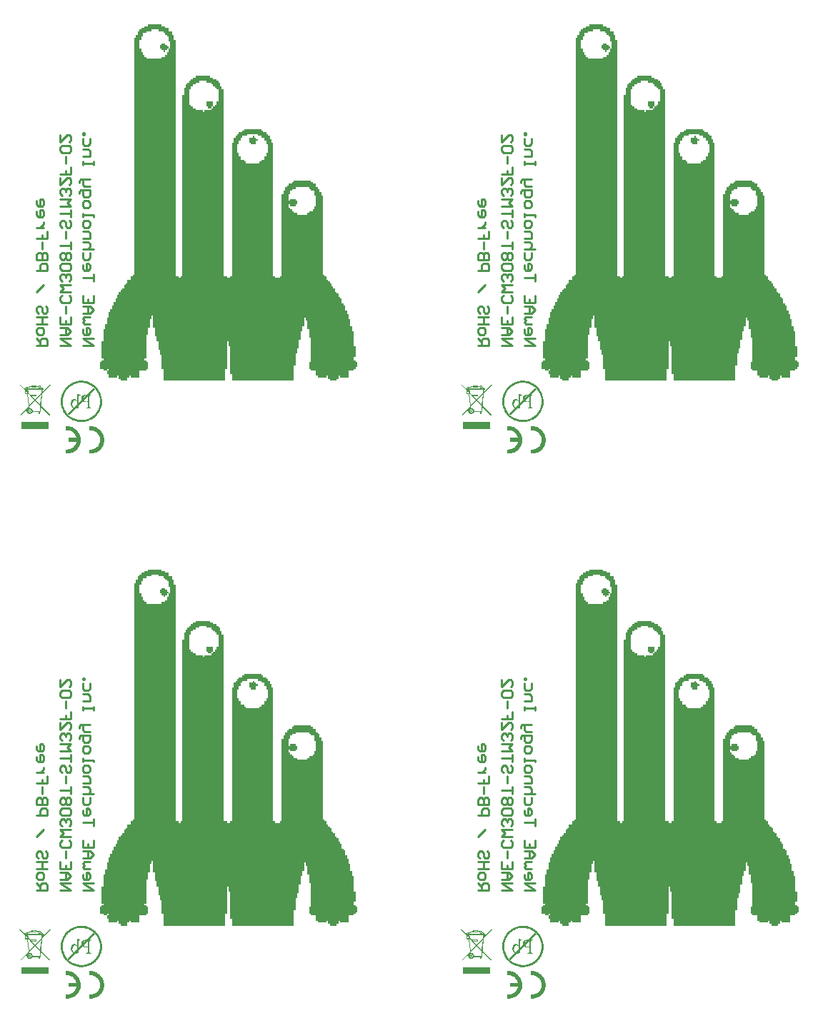
<source format=gbo>
G04 Layer_Color=32896*
%FSLAX25Y25*%
%MOIN*%
G70*
G01*
G75*
%ADD17C,0.01000*%
G36*
X289300Y491600D02*
X290900D01*
Y490800D01*
X292500D01*
Y490000D01*
Y489200D01*
X294100D01*
Y488400D01*
Y487600D01*
X294900D01*
Y486800D01*
Y486000D01*
Y485200D01*
X295700D01*
Y484400D01*
Y483600D01*
Y482800D01*
Y482000D01*
Y481200D01*
Y480400D01*
Y479600D01*
Y478800D01*
Y478000D01*
Y477200D01*
Y476400D01*
Y475600D01*
Y474800D01*
Y474000D01*
Y473200D01*
Y472400D01*
Y471600D01*
Y470800D01*
Y470000D01*
Y469200D01*
Y468400D01*
Y467600D01*
Y466800D01*
Y466000D01*
Y465200D01*
Y464400D01*
Y463600D01*
Y462800D01*
Y462000D01*
Y461200D01*
Y460400D01*
Y459600D01*
Y458800D01*
Y458000D01*
Y457200D01*
Y456400D01*
Y455600D01*
Y454800D01*
Y454000D01*
Y453200D01*
Y452400D01*
Y451600D01*
Y450800D01*
Y450000D01*
Y449200D01*
Y448400D01*
Y447600D01*
Y446800D01*
Y446000D01*
Y445200D01*
Y444400D01*
Y443600D01*
Y442800D01*
Y442000D01*
Y441200D01*
Y440400D01*
Y439600D01*
Y438800D01*
Y438000D01*
Y437200D01*
Y436400D01*
Y435600D01*
Y434800D01*
Y434000D01*
Y433200D01*
Y432400D01*
Y431600D01*
Y430800D01*
Y430000D01*
Y429200D01*
Y428400D01*
Y427600D01*
Y426800D01*
Y426000D01*
Y425200D01*
Y424400D01*
Y423600D01*
Y422800D01*
Y422000D01*
Y421200D01*
Y420400D01*
Y419600D01*
Y418800D01*
Y418000D01*
Y417200D01*
Y416400D01*
Y415600D01*
Y414800D01*
Y414000D01*
Y413200D01*
Y412400D01*
Y411600D01*
Y410800D01*
Y410000D01*
Y409200D01*
Y408400D01*
Y407600D01*
Y406800D01*
Y406000D01*
Y405200D01*
Y404400D01*
Y403600D01*
Y402800D01*
Y402000D01*
Y401200D01*
Y400400D01*
Y399600D01*
Y398800D01*
Y398000D01*
Y397200D01*
Y396400D01*
Y395600D01*
Y394800D01*
Y394000D01*
Y393200D01*
Y392400D01*
Y391600D01*
Y390800D01*
Y390000D01*
Y389200D01*
Y388400D01*
Y387600D01*
Y386800D01*
Y386000D01*
Y385200D01*
Y384400D01*
Y383600D01*
Y382800D01*
Y382000D01*
Y381200D01*
Y380400D01*
Y379600D01*
Y378800D01*
Y378000D01*
Y377200D01*
Y376400D01*
Y375600D01*
Y374800D01*
X297300D01*
Y374000D01*
X298100D01*
Y374800D01*
X298900D01*
Y375600D01*
Y376400D01*
Y377200D01*
Y378000D01*
Y378800D01*
Y379600D01*
Y380400D01*
Y381200D01*
Y382000D01*
Y382800D01*
Y383600D01*
Y384400D01*
Y385200D01*
Y386000D01*
Y386800D01*
Y387600D01*
Y388400D01*
Y389200D01*
Y390000D01*
Y390800D01*
Y391600D01*
Y392400D01*
Y393200D01*
Y394000D01*
Y394800D01*
Y395600D01*
Y396400D01*
Y397200D01*
Y398000D01*
Y398800D01*
Y399600D01*
Y400400D01*
Y401200D01*
Y402000D01*
Y402800D01*
Y403600D01*
Y404400D01*
Y405200D01*
Y406000D01*
Y406800D01*
Y407600D01*
Y408400D01*
Y409200D01*
Y410000D01*
Y410800D01*
Y411600D01*
Y412400D01*
Y413200D01*
Y414000D01*
Y414800D01*
Y415600D01*
Y416400D01*
Y417200D01*
Y418000D01*
Y418800D01*
Y419600D01*
Y420400D01*
Y421200D01*
Y422000D01*
Y422800D01*
Y423600D01*
Y424400D01*
Y425200D01*
Y426000D01*
Y426800D01*
Y427600D01*
Y428400D01*
Y429200D01*
Y430000D01*
Y430800D01*
Y431600D01*
Y432400D01*
Y433200D01*
Y434000D01*
Y434800D01*
Y435600D01*
Y436400D01*
Y437200D01*
Y438000D01*
Y438800D01*
Y439600D01*
Y440400D01*
Y441200D01*
Y442000D01*
Y442800D01*
Y443600D01*
Y444400D01*
Y445200D01*
Y446000D01*
Y446800D01*
Y447600D01*
Y448400D01*
Y449200D01*
Y450000D01*
Y450800D01*
Y451600D01*
Y452400D01*
Y453200D01*
Y454000D01*
Y454800D01*
Y455600D01*
Y456400D01*
Y457200D01*
Y458000D01*
Y458800D01*
Y459600D01*
X299700D01*
Y460400D01*
Y461200D01*
Y462000D01*
Y462800D01*
X300500D01*
Y463600D01*
Y464400D01*
X301300D01*
Y465200D01*
X302100D01*
Y466000D01*
X302900D01*
Y466800D01*
X303700D01*
Y467600D01*
X305300D01*
Y468400D01*
X311700D01*
Y467600D01*
X313300D01*
Y466800D01*
X314900D01*
Y466000D01*
X315700D01*
Y465200D01*
X316500D01*
Y464400D01*
Y463600D01*
X317300D01*
Y462800D01*
Y462000D01*
X318100D01*
Y461200D01*
Y460400D01*
Y459600D01*
Y458800D01*
Y458000D01*
Y457200D01*
Y456400D01*
Y455600D01*
Y454800D01*
Y454000D01*
Y453200D01*
Y452400D01*
Y451600D01*
Y450800D01*
Y450000D01*
Y449200D01*
Y448400D01*
Y447600D01*
Y446800D01*
Y446000D01*
Y445200D01*
Y444400D01*
Y443600D01*
Y442800D01*
Y442000D01*
Y441200D01*
Y440400D01*
Y439600D01*
Y438800D01*
Y438000D01*
Y437200D01*
Y436400D01*
Y435600D01*
Y434800D01*
Y434000D01*
Y433200D01*
Y432400D01*
Y431600D01*
Y430800D01*
Y430000D01*
Y429200D01*
Y428400D01*
Y427600D01*
Y426800D01*
Y426000D01*
Y425200D01*
Y424400D01*
Y423600D01*
Y422800D01*
Y422000D01*
Y421200D01*
Y420400D01*
Y419600D01*
Y418800D01*
Y418000D01*
Y417200D01*
Y416400D01*
Y415600D01*
Y414800D01*
Y414000D01*
Y413200D01*
Y412400D01*
Y411600D01*
Y410800D01*
Y410000D01*
Y409200D01*
Y408400D01*
Y407600D01*
Y406800D01*
Y406000D01*
Y405200D01*
Y404400D01*
Y403600D01*
Y402800D01*
Y402000D01*
Y401200D01*
Y400400D01*
Y399600D01*
Y398800D01*
Y398000D01*
Y397200D01*
Y396400D01*
Y395600D01*
Y394800D01*
Y394000D01*
Y393200D01*
Y392400D01*
Y391600D01*
Y390800D01*
Y390000D01*
Y389200D01*
Y388400D01*
Y387600D01*
Y386800D01*
Y386000D01*
Y385200D01*
Y384400D01*
Y383600D01*
Y382800D01*
Y382000D01*
Y381200D01*
Y380400D01*
Y379600D01*
Y378800D01*
Y378000D01*
Y377200D01*
Y376400D01*
Y375600D01*
Y374800D01*
X319700D01*
Y374000D01*
X321300D01*
Y374800D01*
X322100D01*
Y375600D01*
Y376400D01*
Y377200D01*
Y378000D01*
Y378800D01*
Y379600D01*
Y380400D01*
Y381200D01*
Y382000D01*
Y382800D01*
Y383600D01*
Y384400D01*
Y385200D01*
Y386000D01*
Y386800D01*
Y387600D01*
Y388400D01*
Y389200D01*
Y390000D01*
Y390800D01*
Y391600D01*
Y392400D01*
Y393200D01*
Y394000D01*
Y394800D01*
Y395600D01*
Y396400D01*
Y397200D01*
Y398000D01*
Y398800D01*
Y399600D01*
Y400400D01*
Y401200D01*
Y402000D01*
Y402800D01*
Y403600D01*
Y404400D01*
Y405200D01*
Y406000D01*
Y406800D01*
Y407600D01*
Y408400D01*
Y409200D01*
Y410000D01*
Y410800D01*
Y411600D01*
Y412400D01*
Y413200D01*
Y414000D01*
Y414800D01*
Y415600D01*
Y416400D01*
Y417200D01*
Y418000D01*
Y418800D01*
Y419600D01*
Y420400D01*
Y421200D01*
Y422000D01*
Y422800D01*
Y423600D01*
Y424400D01*
Y425200D01*
Y426000D01*
Y426800D01*
Y427600D01*
Y428400D01*
Y429200D01*
Y430000D01*
Y430800D01*
Y431600D01*
Y432400D01*
Y433200D01*
Y434000D01*
Y434800D01*
Y435600D01*
Y436400D01*
Y437200D01*
X322900D01*
Y438000D01*
Y438800D01*
Y439600D01*
X323700D01*
Y440400D01*
X324500D01*
Y441200D01*
X325300D01*
Y442000D01*
X326900D01*
Y442800D01*
X327700D01*
Y443600D01*
X335700D01*
Y442800D01*
X336500D01*
Y442000D01*
X338100D01*
Y441200D01*
X338900D01*
Y440400D01*
X339700D01*
Y439600D01*
Y438800D01*
X340500D01*
Y438000D01*
Y437200D01*
X341300D01*
Y436400D01*
Y435600D01*
Y434800D01*
Y434000D01*
Y433200D01*
Y432400D01*
Y431600D01*
Y430800D01*
Y430000D01*
Y429200D01*
Y428400D01*
Y427600D01*
Y426800D01*
Y426000D01*
Y425200D01*
Y424400D01*
Y423600D01*
Y422800D01*
Y422000D01*
Y421200D01*
Y420400D01*
Y419600D01*
Y418800D01*
Y418000D01*
Y417200D01*
Y416400D01*
Y415600D01*
Y414800D01*
Y414000D01*
Y413200D01*
Y412400D01*
Y411600D01*
Y410800D01*
Y410000D01*
Y409200D01*
Y408400D01*
Y407600D01*
Y406800D01*
Y406000D01*
Y405200D01*
Y404400D01*
Y403600D01*
Y402800D01*
Y402000D01*
Y401200D01*
Y400400D01*
Y399600D01*
Y398800D01*
Y398000D01*
Y397200D01*
Y396400D01*
Y395600D01*
Y394800D01*
Y394000D01*
Y393200D01*
Y392400D01*
Y391600D01*
Y390800D01*
Y390000D01*
Y389200D01*
Y388400D01*
Y387600D01*
Y386800D01*
Y386000D01*
Y385200D01*
Y384400D01*
Y383600D01*
Y382800D01*
Y382000D01*
Y381200D01*
Y380400D01*
Y379600D01*
Y378800D01*
Y378000D01*
Y377200D01*
Y376400D01*
Y375600D01*
Y374800D01*
X342100D01*
Y374000D01*
X344500D01*
Y374800D01*
X345300D01*
Y375600D01*
Y376400D01*
Y377200D01*
Y378000D01*
Y378800D01*
Y379600D01*
Y380400D01*
Y381200D01*
Y382000D01*
Y382800D01*
Y383600D01*
Y384400D01*
Y385200D01*
Y386000D01*
Y386800D01*
Y387600D01*
Y388400D01*
Y389200D01*
Y390000D01*
Y390800D01*
Y391600D01*
Y392400D01*
Y393200D01*
Y394000D01*
Y394800D01*
Y395600D01*
Y396400D01*
Y397200D01*
Y398000D01*
Y398800D01*
Y399600D01*
Y400400D01*
Y401200D01*
Y402000D01*
Y402800D01*
Y403600D01*
Y404400D01*
Y405200D01*
Y406000D01*
Y406800D01*
Y407600D01*
Y408400D01*
Y409200D01*
Y410000D01*
Y410800D01*
Y411600D01*
Y412400D01*
Y413200D01*
X346100D01*
Y414000D01*
Y414800D01*
X346900D01*
Y415600D01*
Y416400D01*
X347700D01*
Y417200D01*
X348500D01*
Y418000D01*
X350100D01*
Y418800D01*
X350900D01*
Y419600D01*
X358900D01*
Y418800D01*
X359700D01*
Y418000D01*
X361300D01*
Y417200D01*
Y416400D01*
X362100D01*
Y415600D01*
X362900D01*
Y414800D01*
Y414000D01*
X363700D01*
Y413200D01*
Y412400D01*
X364500D01*
Y411600D01*
Y410800D01*
Y410000D01*
Y409200D01*
Y408400D01*
Y407600D01*
Y406800D01*
Y406000D01*
Y405200D01*
Y404400D01*
Y403600D01*
Y402800D01*
Y402000D01*
Y401200D01*
Y400400D01*
Y399600D01*
Y398800D01*
Y398000D01*
Y397200D01*
Y396400D01*
Y395600D01*
Y394800D01*
Y394000D01*
Y393200D01*
Y392400D01*
Y391600D01*
Y390800D01*
Y390000D01*
Y389200D01*
Y388400D01*
Y387600D01*
Y386800D01*
Y386000D01*
Y385200D01*
Y384400D01*
Y383600D01*
Y382800D01*
Y382000D01*
Y381200D01*
Y380400D01*
Y379600D01*
Y378800D01*
Y378000D01*
Y377200D01*
Y376400D01*
Y375600D01*
X365300D01*
Y374800D01*
X366100D01*
Y374000D01*
Y373200D01*
X366900D01*
Y372400D01*
X367700D01*
Y371600D01*
X368500D01*
Y370800D01*
Y370000D01*
X369300D01*
Y369200D01*
X370100D01*
Y368400D01*
Y367600D01*
X370900D01*
Y366800D01*
X371700D01*
Y366000D01*
Y365200D01*
X372500D01*
Y364400D01*
X373300D01*
Y363600D01*
Y362800D01*
Y362000D01*
X374100D01*
Y361200D01*
X374900D01*
Y360400D01*
Y359600D01*
Y358800D01*
X375700D01*
Y358000D01*
Y357200D01*
X376500D01*
Y356400D01*
Y355600D01*
Y354800D01*
X377300D01*
Y354000D01*
Y353200D01*
Y352400D01*
Y351600D01*
X378100D01*
Y350800D01*
Y350000D01*
Y349200D01*
X378900D01*
Y348400D01*
Y347600D01*
Y346800D01*
Y346000D01*
Y345200D01*
Y344400D01*
Y343600D01*
Y342800D01*
Y342000D01*
X379700D01*
Y341200D01*
Y340400D01*
Y339600D01*
Y338800D01*
Y338000D01*
Y337200D01*
X378900D01*
Y336400D01*
Y335600D01*
X379700D01*
Y334800D01*
X380500D01*
Y334000D01*
Y333200D01*
Y332400D01*
X379700D01*
Y331600D01*
X378900D01*
Y330800D01*
X376500D01*
Y330000D01*
Y329200D01*
Y328400D01*
Y327600D01*
X372500D01*
Y328400D01*
X371700D01*
Y327600D01*
Y326800D01*
X370900D01*
Y326000D01*
X367700D01*
Y326800D01*
X366900D01*
Y327600D01*
Y328400D01*
X366100D01*
Y327600D01*
X362100D01*
Y328400D01*
X361300D01*
Y329200D01*
Y330000D01*
Y330800D01*
X358900D01*
Y331600D01*
X358100D01*
Y332400D01*
Y333200D01*
Y334000D01*
Y334800D01*
X358900D01*
Y335600D01*
Y336400D01*
Y337200D01*
Y338000D01*
Y338800D01*
Y339600D01*
Y340400D01*
Y341200D01*
Y342000D01*
Y342800D01*
Y343600D01*
Y344400D01*
Y345200D01*
Y346000D01*
X358100D01*
Y346800D01*
Y347600D01*
Y348400D01*
Y349200D01*
Y350000D01*
X357300D01*
Y350800D01*
Y351600D01*
Y352400D01*
Y353200D01*
Y354000D01*
X356500D01*
Y354800D01*
Y355600D01*
X355700D01*
Y354800D01*
Y354000D01*
Y353200D01*
Y352400D01*
Y351600D01*
X354900D01*
Y350800D01*
Y350000D01*
Y349200D01*
X354100D01*
Y348400D01*
Y347600D01*
Y346800D01*
Y346000D01*
Y345200D01*
X353300D01*
Y344400D01*
Y343600D01*
Y342800D01*
Y342000D01*
Y341200D01*
X352500D01*
Y340400D01*
Y339600D01*
Y338800D01*
X351700D01*
Y338000D01*
Y337200D01*
Y336400D01*
Y335600D01*
Y334800D01*
Y334000D01*
Y333200D01*
X350900D01*
Y332400D01*
Y331600D01*
Y330800D01*
Y330000D01*
Y329200D01*
Y328400D01*
Y327600D01*
Y326800D01*
Y326000D01*
X322100D01*
Y326800D01*
Y327600D01*
Y328400D01*
Y329200D01*
X321300D01*
Y330000D01*
Y330800D01*
Y331600D01*
Y332400D01*
Y333200D01*
Y334000D01*
Y334800D01*
Y335600D01*
Y336400D01*
Y337200D01*
Y338000D01*
Y338800D01*
Y339600D01*
Y340400D01*
Y341200D01*
Y342000D01*
X320500D01*
Y342800D01*
Y343600D01*
Y344400D01*
X319700D01*
Y343600D01*
Y342800D01*
Y342000D01*
Y341200D01*
Y340400D01*
Y339600D01*
Y338800D01*
Y338000D01*
Y337200D01*
Y336400D01*
Y335600D01*
Y334800D01*
Y334000D01*
Y333200D01*
Y332400D01*
Y331600D01*
X318900D01*
Y330800D01*
Y330000D01*
Y329200D01*
Y328400D01*
Y327600D01*
Y326800D01*
Y326000D01*
X290100D01*
Y326800D01*
Y327600D01*
Y328400D01*
Y329200D01*
Y330000D01*
Y330800D01*
Y331600D01*
X289300D01*
Y332400D01*
Y333200D01*
Y334000D01*
Y334800D01*
Y335600D01*
Y336400D01*
Y337200D01*
Y338000D01*
X288500D01*
Y338800D01*
Y339600D01*
Y340400D01*
X287700D01*
Y341200D01*
Y342000D01*
Y342800D01*
Y343600D01*
Y344400D01*
X286900D01*
Y345200D01*
Y346000D01*
Y346800D01*
X286100D01*
Y347600D01*
Y348400D01*
Y349200D01*
Y350000D01*
Y350800D01*
X285300D01*
Y351600D01*
Y352400D01*
Y353200D01*
Y354000D01*
Y354800D01*
Y355600D01*
Y356400D01*
X284500D01*
Y355600D01*
Y354800D01*
X283700D01*
Y354000D01*
Y353200D01*
Y352400D01*
Y351600D01*
Y350800D01*
X282900D01*
Y350000D01*
Y349200D01*
Y348400D01*
Y347600D01*
X282100D01*
Y346800D01*
Y346000D01*
Y345200D01*
Y344400D01*
Y343600D01*
Y342800D01*
Y342000D01*
Y341200D01*
Y340400D01*
Y339600D01*
Y338800D01*
Y338000D01*
Y337200D01*
Y336400D01*
X281300D01*
Y335600D01*
X282100D01*
Y334800D01*
X282900D01*
Y334000D01*
Y333200D01*
Y332400D01*
Y331600D01*
X282100D01*
Y330800D01*
X278900D01*
Y330000D01*
Y329200D01*
Y328400D01*
Y327600D01*
X274900D01*
Y328400D01*
X274100D01*
Y327600D01*
X273300D01*
Y326800D01*
Y326000D01*
X270100D01*
Y326800D01*
X269300D01*
Y327600D01*
Y328400D01*
X268500D01*
Y327600D01*
X264500D01*
Y328400D01*
Y329200D01*
X263700D01*
Y330000D01*
Y330800D01*
X262100D01*
Y331600D01*
X260500D01*
Y332400D01*
Y333200D01*
Y334000D01*
Y334800D01*
X261300D01*
Y335600D01*
X262100D01*
Y336400D01*
X261300D01*
Y337200D01*
Y338000D01*
Y338800D01*
Y339600D01*
Y340400D01*
Y341200D01*
Y342000D01*
Y342800D01*
Y343600D01*
Y344400D01*
X262100D01*
Y345200D01*
Y346000D01*
Y346800D01*
Y347600D01*
Y348400D01*
Y349200D01*
Y350000D01*
X262900D01*
Y350800D01*
Y351600D01*
Y352400D01*
X263700D01*
Y353200D01*
Y354000D01*
Y354800D01*
Y355600D01*
X264500D01*
Y356400D01*
Y357200D01*
Y358000D01*
X265300D01*
Y358800D01*
Y359600D01*
X266100D01*
Y360400D01*
Y361200D01*
X266900D01*
Y362000D01*
Y362800D01*
X267700D01*
Y363600D01*
Y364400D01*
X268500D01*
Y365200D01*
Y366000D01*
X269300D01*
Y366800D01*
Y367600D01*
X270100D01*
Y368400D01*
X270900D01*
Y369200D01*
X271700D01*
Y370000D01*
Y370800D01*
X272500D01*
Y371600D01*
X273300D01*
Y372400D01*
Y373200D01*
X274900D01*
Y374000D01*
Y374800D01*
X275700D01*
Y375600D01*
X276500D01*
Y376400D01*
Y377200D01*
Y378000D01*
Y378800D01*
Y379600D01*
Y380400D01*
Y381200D01*
Y382000D01*
Y382800D01*
Y383600D01*
Y384400D01*
Y385200D01*
Y386000D01*
Y386800D01*
Y387600D01*
Y388400D01*
Y389200D01*
Y390000D01*
Y390800D01*
Y391600D01*
Y392400D01*
Y393200D01*
Y394000D01*
Y394800D01*
Y395600D01*
Y396400D01*
Y397200D01*
Y398000D01*
Y398800D01*
Y399600D01*
Y400400D01*
Y401200D01*
Y402000D01*
Y402800D01*
Y403600D01*
Y404400D01*
Y405200D01*
Y406000D01*
Y406800D01*
Y407600D01*
Y408400D01*
Y409200D01*
Y410000D01*
Y410800D01*
Y411600D01*
Y412400D01*
Y413200D01*
Y414000D01*
Y414800D01*
Y415600D01*
Y416400D01*
Y417200D01*
Y418000D01*
Y418800D01*
Y419600D01*
Y420400D01*
Y421200D01*
Y422000D01*
Y422800D01*
Y423600D01*
Y424400D01*
Y425200D01*
Y426000D01*
Y426800D01*
Y427600D01*
Y428400D01*
Y429200D01*
Y430000D01*
Y430800D01*
Y431600D01*
Y432400D01*
Y433200D01*
Y434000D01*
Y434800D01*
Y435600D01*
Y436400D01*
Y437200D01*
Y438000D01*
Y438800D01*
Y439600D01*
Y440400D01*
Y441200D01*
Y442000D01*
Y442800D01*
Y443600D01*
Y444400D01*
Y445200D01*
Y446000D01*
Y446800D01*
Y447600D01*
Y448400D01*
Y449200D01*
Y450000D01*
Y450800D01*
Y451600D01*
Y452400D01*
Y453200D01*
Y454000D01*
Y454800D01*
Y455600D01*
Y456400D01*
Y457200D01*
Y458000D01*
Y458800D01*
Y459600D01*
Y460400D01*
Y461200D01*
Y462000D01*
Y462800D01*
Y463600D01*
Y464400D01*
Y465200D01*
Y466000D01*
Y466800D01*
Y467600D01*
Y468400D01*
Y469200D01*
Y470000D01*
Y470800D01*
Y471600D01*
Y472400D01*
Y473200D01*
Y474000D01*
Y474800D01*
Y475600D01*
Y476400D01*
Y477200D01*
Y478000D01*
Y478800D01*
Y479600D01*
Y480400D01*
Y481200D01*
Y482000D01*
Y482800D01*
Y483600D01*
Y484400D01*
Y485200D01*
Y486000D01*
X277300D01*
Y486800D01*
Y487600D01*
X278100D01*
Y488400D01*
Y489200D01*
X278900D01*
Y490000D01*
X279700D01*
Y490800D01*
X281300D01*
Y491600D01*
X282900D01*
Y492400D01*
X289300D01*
Y491600D01*
D02*
G37*
G36*
X83300D02*
X84900D01*
Y490800D01*
X86500D01*
Y490000D01*
Y489200D01*
X88100D01*
Y488400D01*
Y487600D01*
X88900D01*
Y486800D01*
Y486000D01*
Y485200D01*
X89700D01*
Y484400D01*
Y483600D01*
Y482800D01*
Y482000D01*
Y481200D01*
Y480400D01*
Y479600D01*
Y478800D01*
Y478000D01*
Y477200D01*
Y476400D01*
Y475600D01*
Y474800D01*
Y474000D01*
Y473200D01*
Y472400D01*
Y471600D01*
Y470800D01*
Y470000D01*
Y469200D01*
Y468400D01*
Y467600D01*
Y466800D01*
Y466000D01*
Y465200D01*
Y464400D01*
Y463600D01*
Y462800D01*
Y462000D01*
Y461200D01*
Y460400D01*
Y459600D01*
Y458800D01*
Y458000D01*
Y457200D01*
Y456400D01*
Y455600D01*
Y454800D01*
Y454000D01*
Y453200D01*
Y452400D01*
Y451600D01*
Y450800D01*
Y450000D01*
Y449200D01*
Y448400D01*
Y447600D01*
Y446800D01*
Y446000D01*
Y445200D01*
Y444400D01*
Y443600D01*
Y442800D01*
Y442000D01*
Y441200D01*
Y440400D01*
Y439600D01*
Y438800D01*
Y438000D01*
Y437200D01*
Y436400D01*
Y435600D01*
Y434800D01*
Y434000D01*
Y433200D01*
Y432400D01*
Y431600D01*
Y430800D01*
Y430000D01*
Y429200D01*
Y428400D01*
Y427600D01*
Y426800D01*
Y426000D01*
Y425200D01*
Y424400D01*
Y423600D01*
Y422800D01*
Y422000D01*
Y421200D01*
Y420400D01*
Y419600D01*
Y418800D01*
Y418000D01*
Y417200D01*
Y416400D01*
Y415600D01*
Y414800D01*
Y414000D01*
Y413200D01*
Y412400D01*
Y411600D01*
Y410800D01*
Y410000D01*
Y409200D01*
Y408400D01*
Y407600D01*
Y406800D01*
Y406000D01*
Y405200D01*
Y404400D01*
Y403600D01*
Y402800D01*
Y402000D01*
Y401200D01*
Y400400D01*
Y399600D01*
Y398800D01*
Y398000D01*
Y397200D01*
Y396400D01*
Y395600D01*
Y394800D01*
Y394000D01*
Y393200D01*
Y392400D01*
Y391600D01*
Y390800D01*
Y390000D01*
Y389200D01*
Y388400D01*
Y387600D01*
Y386800D01*
Y386000D01*
Y385200D01*
Y384400D01*
Y383600D01*
Y382800D01*
Y382000D01*
Y381200D01*
Y380400D01*
Y379600D01*
Y378800D01*
Y378000D01*
Y377200D01*
Y376400D01*
Y375600D01*
Y374800D01*
X91300D01*
Y374000D01*
X92100D01*
Y374800D01*
X92900D01*
Y375600D01*
Y376400D01*
Y377200D01*
Y378000D01*
Y378800D01*
Y379600D01*
Y380400D01*
Y381200D01*
Y382000D01*
Y382800D01*
Y383600D01*
Y384400D01*
Y385200D01*
Y386000D01*
Y386800D01*
Y387600D01*
Y388400D01*
Y389200D01*
Y390000D01*
Y390800D01*
Y391600D01*
Y392400D01*
Y393200D01*
Y394000D01*
Y394800D01*
Y395600D01*
Y396400D01*
Y397200D01*
Y398000D01*
Y398800D01*
Y399600D01*
Y400400D01*
Y401200D01*
Y402000D01*
Y402800D01*
Y403600D01*
Y404400D01*
Y405200D01*
Y406000D01*
Y406800D01*
Y407600D01*
Y408400D01*
Y409200D01*
Y410000D01*
Y410800D01*
Y411600D01*
Y412400D01*
Y413200D01*
Y414000D01*
Y414800D01*
Y415600D01*
Y416400D01*
Y417200D01*
Y418000D01*
Y418800D01*
Y419600D01*
Y420400D01*
Y421200D01*
Y422000D01*
Y422800D01*
Y423600D01*
Y424400D01*
Y425200D01*
Y426000D01*
Y426800D01*
Y427600D01*
Y428400D01*
Y429200D01*
Y430000D01*
Y430800D01*
Y431600D01*
Y432400D01*
Y433200D01*
Y434000D01*
Y434800D01*
Y435600D01*
Y436400D01*
Y437200D01*
Y438000D01*
Y438800D01*
Y439600D01*
Y440400D01*
Y441200D01*
Y442000D01*
Y442800D01*
Y443600D01*
Y444400D01*
Y445200D01*
Y446000D01*
Y446800D01*
Y447600D01*
Y448400D01*
Y449200D01*
Y450000D01*
Y450800D01*
Y451600D01*
Y452400D01*
Y453200D01*
Y454000D01*
Y454800D01*
Y455600D01*
Y456400D01*
Y457200D01*
Y458000D01*
Y458800D01*
Y459600D01*
X93700D01*
Y460400D01*
Y461200D01*
Y462000D01*
Y462800D01*
X94500D01*
Y463600D01*
Y464400D01*
X95300D01*
Y465200D01*
X96100D01*
Y466000D01*
X96900D01*
Y466800D01*
X97700D01*
Y467600D01*
X99300D01*
Y468400D01*
X105700D01*
Y467600D01*
X107300D01*
Y466800D01*
X108900D01*
Y466000D01*
X109700D01*
Y465200D01*
X110500D01*
Y464400D01*
Y463600D01*
X111300D01*
Y462800D01*
Y462000D01*
X112100D01*
Y461200D01*
Y460400D01*
Y459600D01*
Y458800D01*
Y458000D01*
Y457200D01*
Y456400D01*
Y455600D01*
Y454800D01*
Y454000D01*
Y453200D01*
Y452400D01*
Y451600D01*
Y450800D01*
Y450000D01*
Y449200D01*
Y448400D01*
Y447600D01*
Y446800D01*
Y446000D01*
Y445200D01*
Y444400D01*
Y443600D01*
Y442800D01*
Y442000D01*
Y441200D01*
Y440400D01*
Y439600D01*
Y438800D01*
Y438000D01*
Y437200D01*
Y436400D01*
Y435600D01*
Y434800D01*
Y434000D01*
Y433200D01*
Y432400D01*
Y431600D01*
Y430800D01*
Y430000D01*
Y429200D01*
Y428400D01*
Y427600D01*
Y426800D01*
Y426000D01*
Y425200D01*
Y424400D01*
Y423600D01*
Y422800D01*
Y422000D01*
Y421200D01*
Y420400D01*
Y419600D01*
Y418800D01*
Y418000D01*
Y417200D01*
Y416400D01*
Y415600D01*
Y414800D01*
Y414000D01*
Y413200D01*
Y412400D01*
Y411600D01*
Y410800D01*
Y410000D01*
Y409200D01*
Y408400D01*
Y407600D01*
Y406800D01*
Y406000D01*
Y405200D01*
Y404400D01*
Y403600D01*
Y402800D01*
Y402000D01*
Y401200D01*
Y400400D01*
Y399600D01*
Y398800D01*
Y398000D01*
Y397200D01*
Y396400D01*
Y395600D01*
Y394800D01*
Y394000D01*
Y393200D01*
Y392400D01*
Y391600D01*
Y390800D01*
Y390000D01*
Y389200D01*
Y388400D01*
Y387600D01*
Y386800D01*
Y386000D01*
Y385200D01*
Y384400D01*
Y383600D01*
Y382800D01*
Y382000D01*
Y381200D01*
Y380400D01*
Y379600D01*
Y378800D01*
Y378000D01*
Y377200D01*
Y376400D01*
Y375600D01*
Y374800D01*
X113700D01*
Y374000D01*
X115300D01*
Y374800D01*
X116100D01*
Y375600D01*
Y376400D01*
Y377200D01*
Y378000D01*
Y378800D01*
Y379600D01*
Y380400D01*
Y381200D01*
Y382000D01*
Y382800D01*
Y383600D01*
Y384400D01*
Y385200D01*
Y386000D01*
Y386800D01*
Y387600D01*
Y388400D01*
Y389200D01*
Y390000D01*
Y390800D01*
Y391600D01*
Y392400D01*
Y393200D01*
Y394000D01*
Y394800D01*
Y395600D01*
Y396400D01*
Y397200D01*
Y398000D01*
Y398800D01*
Y399600D01*
Y400400D01*
Y401200D01*
Y402000D01*
Y402800D01*
Y403600D01*
Y404400D01*
Y405200D01*
Y406000D01*
Y406800D01*
Y407600D01*
Y408400D01*
Y409200D01*
Y410000D01*
Y410800D01*
Y411600D01*
Y412400D01*
Y413200D01*
Y414000D01*
Y414800D01*
Y415600D01*
Y416400D01*
Y417200D01*
Y418000D01*
Y418800D01*
Y419600D01*
Y420400D01*
Y421200D01*
Y422000D01*
Y422800D01*
Y423600D01*
Y424400D01*
Y425200D01*
Y426000D01*
Y426800D01*
Y427600D01*
Y428400D01*
Y429200D01*
Y430000D01*
Y430800D01*
Y431600D01*
Y432400D01*
Y433200D01*
Y434000D01*
Y434800D01*
Y435600D01*
Y436400D01*
Y437200D01*
X116900D01*
Y438000D01*
Y438800D01*
Y439600D01*
X117700D01*
Y440400D01*
X118500D01*
Y441200D01*
X119300D01*
Y442000D01*
X120900D01*
Y442800D01*
X121700D01*
Y443600D01*
X129700D01*
Y442800D01*
X130500D01*
Y442000D01*
X132100D01*
Y441200D01*
X132900D01*
Y440400D01*
X133700D01*
Y439600D01*
Y438800D01*
X134500D01*
Y438000D01*
Y437200D01*
X135300D01*
Y436400D01*
Y435600D01*
Y434800D01*
Y434000D01*
Y433200D01*
Y432400D01*
Y431600D01*
Y430800D01*
Y430000D01*
Y429200D01*
Y428400D01*
Y427600D01*
Y426800D01*
Y426000D01*
Y425200D01*
Y424400D01*
Y423600D01*
Y422800D01*
Y422000D01*
Y421200D01*
Y420400D01*
Y419600D01*
Y418800D01*
Y418000D01*
Y417200D01*
Y416400D01*
Y415600D01*
Y414800D01*
Y414000D01*
Y413200D01*
Y412400D01*
Y411600D01*
Y410800D01*
Y410000D01*
Y409200D01*
Y408400D01*
Y407600D01*
Y406800D01*
Y406000D01*
Y405200D01*
Y404400D01*
Y403600D01*
Y402800D01*
Y402000D01*
Y401200D01*
Y400400D01*
Y399600D01*
Y398800D01*
Y398000D01*
Y397200D01*
Y396400D01*
Y395600D01*
Y394800D01*
Y394000D01*
Y393200D01*
Y392400D01*
Y391600D01*
Y390800D01*
Y390000D01*
Y389200D01*
Y388400D01*
Y387600D01*
Y386800D01*
Y386000D01*
Y385200D01*
Y384400D01*
Y383600D01*
Y382800D01*
Y382000D01*
Y381200D01*
Y380400D01*
Y379600D01*
Y378800D01*
Y378000D01*
Y377200D01*
Y376400D01*
Y375600D01*
Y374800D01*
X136100D01*
Y374000D01*
X138500D01*
Y374800D01*
X139300D01*
Y375600D01*
Y376400D01*
Y377200D01*
Y378000D01*
Y378800D01*
Y379600D01*
Y380400D01*
Y381200D01*
Y382000D01*
Y382800D01*
Y383600D01*
Y384400D01*
Y385200D01*
Y386000D01*
Y386800D01*
Y387600D01*
Y388400D01*
Y389200D01*
Y390000D01*
Y390800D01*
Y391600D01*
Y392400D01*
Y393200D01*
Y394000D01*
Y394800D01*
Y395600D01*
Y396400D01*
Y397200D01*
Y398000D01*
Y398800D01*
Y399600D01*
Y400400D01*
Y401200D01*
Y402000D01*
Y402800D01*
Y403600D01*
Y404400D01*
Y405200D01*
Y406000D01*
Y406800D01*
Y407600D01*
Y408400D01*
Y409200D01*
Y410000D01*
Y410800D01*
Y411600D01*
Y412400D01*
Y413200D01*
X140100D01*
Y414000D01*
Y414800D01*
X140900D01*
Y415600D01*
Y416400D01*
X141700D01*
Y417200D01*
X142500D01*
Y418000D01*
X144100D01*
Y418800D01*
X144900D01*
Y419600D01*
X152900D01*
Y418800D01*
X153700D01*
Y418000D01*
X155300D01*
Y417200D01*
Y416400D01*
X156100D01*
Y415600D01*
X156900D01*
Y414800D01*
Y414000D01*
X157700D01*
Y413200D01*
Y412400D01*
X158500D01*
Y411600D01*
Y410800D01*
Y410000D01*
Y409200D01*
Y408400D01*
Y407600D01*
Y406800D01*
Y406000D01*
Y405200D01*
Y404400D01*
Y403600D01*
Y402800D01*
Y402000D01*
Y401200D01*
Y400400D01*
Y399600D01*
Y398800D01*
Y398000D01*
Y397200D01*
Y396400D01*
Y395600D01*
Y394800D01*
Y394000D01*
Y393200D01*
Y392400D01*
Y391600D01*
Y390800D01*
Y390000D01*
Y389200D01*
Y388400D01*
Y387600D01*
Y386800D01*
Y386000D01*
Y385200D01*
Y384400D01*
Y383600D01*
Y382800D01*
Y382000D01*
Y381200D01*
Y380400D01*
Y379600D01*
Y378800D01*
Y378000D01*
Y377200D01*
Y376400D01*
Y375600D01*
X159300D01*
Y374800D01*
X160100D01*
Y374000D01*
Y373200D01*
X160900D01*
Y372400D01*
X161700D01*
Y371600D01*
X162500D01*
Y370800D01*
Y370000D01*
X163300D01*
Y369200D01*
X164100D01*
Y368400D01*
Y367600D01*
X164900D01*
Y366800D01*
X165700D01*
Y366000D01*
Y365200D01*
X166500D01*
Y364400D01*
X167300D01*
Y363600D01*
Y362800D01*
Y362000D01*
X168100D01*
Y361200D01*
X168900D01*
Y360400D01*
Y359600D01*
Y358800D01*
X169700D01*
Y358000D01*
Y357200D01*
X170500D01*
Y356400D01*
Y355600D01*
Y354800D01*
X171300D01*
Y354000D01*
Y353200D01*
Y352400D01*
Y351600D01*
X172100D01*
Y350800D01*
Y350000D01*
Y349200D01*
X172900D01*
Y348400D01*
Y347600D01*
Y346800D01*
Y346000D01*
Y345200D01*
Y344400D01*
Y343600D01*
Y342800D01*
Y342000D01*
X173700D01*
Y341200D01*
Y340400D01*
Y339600D01*
Y338800D01*
Y338000D01*
Y337200D01*
X172900D01*
Y336400D01*
Y335600D01*
X173700D01*
Y334800D01*
X174500D01*
Y334000D01*
Y333200D01*
Y332400D01*
X173700D01*
Y331600D01*
X172900D01*
Y330800D01*
X170500D01*
Y330000D01*
Y329200D01*
Y328400D01*
Y327600D01*
X166500D01*
Y328400D01*
X165700D01*
Y327600D01*
Y326800D01*
X164900D01*
Y326000D01*
X161700D01*
Y326800D01*
X160900D01*
Y327600D01*
Y328400D01*
X160100D01*
Y327600D01*
X156100D01*
Y328400D01*
X155300D01*
Y329200D01*
Y330000D01*
Y330800D01*
X152900D01*
Y331600D01*
X152100D01*
Y332400D01*
Y333200D01*
Y334000D01*
Y334800D01*
X152900D01*
Y335600D01*
Y336400D01*
Y337200D01*
Y338000D01*
Y338800D01*
Y339600D01*
Y340400D01*
Y341200D01*
Y342000D01*
Y342800D01*
Y343600D01*
Y344400D01*
Y345200D01*
Y346000D01*
X152100D01*
Y346800D01*
Y347600D01*
Y348400D01*
Y349200D01*
Y350000D01*
X151300D01*
Y350800D01*
Y351600D01*
Y352400D01*
Y353200D01*
Y354000D01*
X150500D01*
Y354800D01*
Y355600D01*
X149700D01*
Y354800D01*
Y354000D01*
Y353200D01*
Y352400D01*
Y351600D01*
X148900D01*
Y350800D01*
Y350000D01*
Y349200D01*
X148100D01*
Y348400D01*
Y347600D01*
Y346800D01*
Y346000D01*
Y345200D01*
X147300D01*
Y344400D01*
Y343600D01*
Y342800D01*
Y342000D01*
Y341200D01*
X146500D01*
Y340400D01*
Y339600D01*
Y338800D01*
X145700D01*
Y338000D01*
Y337200D01*
Y336400D01*
Y335600D01*
Y334800D01*
Y334000D01*
Y333200D01*
X144900D01*
Y332400D01*
Y331600D01*
Y330800D01*
Y330000D01*
Y329200D01*
Y328400D01*
Y327600D01*
Y326800D01*
Y326000D01*
X116100D01*
Y326800D01*
Y327600D01*
Y328400D01*
Y329200D01*
X115300D01*
Y330000D01*
Y330800D01*
Y331600D01*
Y332400D01*
Y333200D01*
Y334000D01*
Y334800D01*
Y335600D01*
Y336400D01*
Y337200D01*
Y338000D01*
Y338800D01*
Y339600D01*
Y340400D01*
Y341200D01*
Y342000D01*
X114500D01*
Y342800D01*
Y343600D01*
Y344400D01*
X113700D01*
Y343600D01*
Y342800D01*
Y342000D01*
Y341200D01*
Y340400D01*
Y339600D01*
Y338800D01*
Y338000D01*
Y337200D01*
Y336400D01*
Y335600D01*
Y334800D01*
Y334000D01*
Y333200D01*
Y332400D01*
Y331600D01*
X112900D01*
Y330800D01*
Y330000D01*
Y329200D01*
Y328400D01*
Y327600D01*
Y326800D01*
Y326000D01*
X84100D01*
Y326800D01*
Y327600D01*
Y328400D01*
Y329200D01*
Y330000D01*
Y330800D01*
Y331600D01*
X83300D01*
Y332400D01*
Y333200D01*
Y334000D01*
Y334800D01*
Y335600D01*
Y336400D01*
Y337200D01*
Y338000D01*
X82500D01*
Y338800D01*
Y339600D01*
Y340400D01*
X81700D01*
Y341200D01*
Y342000D01*
Y342800D01*
Y343600D01*
Y344400D01*
X80900D01*
Y345200D01*
Y346000D01*
Y346800D01*
X80100D01*
Y347600D01*
Y348400D01*
Y349200D01*
Y350000D01*
Y350800D01*
X79300D01*
Y351600D01*
Y352400D01*
Y353200D01*
Y354000D01*
Y354800D01*
Y355600D01*
Y356400D01*
X78500D01*
Y355600D01*
Y354800D01*
X77700D01*
Y354000D01*
Y353200D01*
Y352400D01*
Y351600D01*
Y350800D01*
X76900D01*
Y350000D01*
Y349200D01*
Y348400D01*
Y347600D01*
X76100D01*
Y346800D01*
Y346000D01*
Y345200D01*
Y344400D01*
Y343600D01*
Y342800D01*
Y342000D01*
Y341200D01*
Y340400D01*
Y339600D01*
Y338800D01*
Y338000D01*
Y337200D01*
Y336400D01*
X75300D01*
Y335600D01*
X76100D01*
Y334800D01*
X76900D01*
Y334000D01*
Y333200D01*
Y332400D01*
Y331600D01*
X76100D01*
Y330800D01*
X72900D01*
Y330000D01*
Y329200D01*
Y328400D01*
Y327600D01*
X68900D01*
Y328400D01*
X68100D01*
Y327600D01*
X67300D01*
Y326800D01*
Y326000D01*
X64100D01*
Y326800D01*
X63300D01*
Y327600D01*
Y328400D01*
X62500D01*
Y327600D01*
X58500D01*
Y328400D01*
Y329200D01*
X57700D01*
Y330000D01*
Y330800D01*
X56100D01*
Y331600D01*
X54500D01*
Y332400D01*
Y333200D01*
Y334000D01*
Y334800D01*
X55300D01*
Y335600D01*
X56100D01*
Y336400D01*
X55300D01*
Y337200D01*
Y338000D01*
Y338800D01*
Y339600D01*
Y340400D01*
Y341200D01*
Y342000D01*
Y342800D01*
Y343600D01*
Y344400D01*
X56100D01*
Y345200D01*
Y346000D01*
Y346800D01*
Y347600D01*
Y348400D01*
Y349200D01*
Y350000D01*
X56900D01*
Y350800D01*
Y351600D01*
Y352400D01*
X57700D01*
Y353200D01*
Y354000D01*
Y354800D01*
Y355600D01*
X58500D01*
Y356400D01*
Y357200D01*
Y358000D01*
X59300D01*
Y358800D01*
Y359600D01*
X60100D01*
Y360400D01*
Y361200D01*
X60900D01*
Y362000D01*
Y362800D01*
X61700D01*
Y363600D01*
Y364400D01*
X62500D01*
Y365200D01*
Y366000D01*
X63300D01*
Y366800D01*
Y367600D01*
X64100D01*
Y368400D01*
X64900D01*
Y369200D01*
X65700D01*
Y370000D01*
Y370800D01*
X66500D01*
Y371600D01*
X67300D01*
Y372400D01*
Y373200D01*
X68900D01*
Y374000D01*
Y374800D01*
X69700D01*
Y375600D01*
X70500D01*
Y376400D01*
Y377200D01*
Y378000D01*
Y378800D01*
Y379600D01*
Y380400D01*
Y381200D01*
Y382000D01*
Y382800D01*
Y383600D01*
Y384400D01*
Y385200D01*
Y386000D01*
Y386800D01*
Y387600D01*
Y388400D01*
Y389200D01*
Y390000D01*
Y390800D01*
Y391600D01*
Y392400D01*
Y393200D01*
Y394000D01*
Y394800D01*
Y395600D01*
Y396400D01*
Y397200D01*
Y398000D01*
Y398800D01*
Y399600D01*
Y400400D01*
Y401200D01*
Y402000D01*
Y402800D01*
Y403600D01*
Y404400D01*
Y405200D01*
Y406000D01*
Y406800D01*
Y407600D01*
Y408400D01*
Y409200D01*
Y410000D01*
Y410800D01*
Y411600D01*
Y412400D01*
Y413200D01*
Y414000D01*
Y414800D01*
Y415600D01*
Y416400D01*
Y417200D01*
Y418000D01*
Y418800D01*
Y419600D01*
Y420400D01*
Y421200D01*
Y422000D01*
Y422800D01*
Y423600D01*
Y424400D01*
Y425200D01*
Y426000D01*
Y426800D01*
Y427600D01*
Y428400D01*
Y429200D01*
Y430000D01*
Y430800D01*
Y431600D01*
Y432400D01*
Y433200D01*
Y434000D01*
Y434800D01*
Y435600D01*
Y436400D01*
Y437200D01*
Y438000D01*
Y438800D01*
Y439600D01*
Y440400D01*
Y441200D01*
Y442000D01*
Y442800D01*
Y443600D01*
Y444400D01*
Y445200D01*
Y446000D01*
Y446800D01*
Y447600D01*
Y448400D01*
Y449200D01*
Y450000D01*
Y450800D01*
Y451600D01*
Y452400D01*
Y453200D01*
Y454000D01*
Y454800D01*
Y455600D01*
Y456400D01*
Y457200D01*
Y458000D01*
Y458800D01*
Y459600D01*
Y460400D01*
Y461200D01*
Y462000D01*
Y462800D01*
Y463600D01*
Y464400D01*
Y465200D01*
Y466000D01*
Y466800D01*
Y467600D01*
Y468400D01*
Y469200D01*
Y470000D01*
Y470800D01*
Y471600D01*
Y472400D01*
Y473200D01*
Y474000D01*
Y474800D01*
Y475600D01*
Y476400D01*
Y477200D01*
Y478000D01*
Y478800D01*
Y479600D01*
Y480400D01*
Y481200D01*
Y482000D01*
Y482800D01*
Y483600D01*
Y484400D01*
Y485200D01*
Y486000D01*
X71300D01*
Y486800D01*
Y487600D01*
X72100D01*
Y488400D01*
Y489200D01*
X72900D01*
Y490000D01*
X73700D01*
Y490800D01*
X75300D01*
Y491600D01*
X76900D01*
Y492400D01*
X83300D01*
Y491600D01*
D02*
G37*
G36*
X237500Y324222D02*
X233578Y320138D01*
X233462Y319039D01*
X233219Y316366D01*
X233022Y314445D01*
X237222Y310130D01*
X236933Y309852D01*
X232988Y313901D01*
X232756Y311414D01*
X232629D01*
Y310465D01*
X231750D01*
Y311414D01*
X229031D01*
X228927Y311229D01*
X228799Y311044D01*
X228603Y310835D01*
X228348Y310662D01*
X228059Y310569D01*
X227781Y310535D01*
X227492Y310546D01*
X227284Y310604D01*
X227041Y310708D01*
X226833Y310835D01*
X226671Y310997D01*
X226508Y311229D01*
X226393Y311483D01*
X226323Y311726D01*
X226300Y311923D01*
X226323Y312166D01*
X226358Y312351D01*
X226428Y312525D01*
X226532Y312721D01*
X226647Y312883D01*
X226809Y313034D01*
X226983Y313149D01*
X227145Y313230D01*
X227122Y313439D01*
X223662Y309852D01*
X223373Y310141D01*
X227087Y313982D01*
X226786Y317338D01*
X226578Y319767D01*
X225467D01*
Y321329D01*
X225756D01*
X222945Y324222D01*
X223234Y324500D01*
X225884Y321769D01*
Y321966D01*
X225826Y322012D01*
X225756Y322058D01*
X225687Y322128D01*
X225618Y322209D01*
X225583Y322313D01*
X225548Y322405D01*
X225537Y322521D01*
X225560Y322672D01*
X225594Y322752D01*
X225699Y322915D01*
X225814Y323019D01*
X225965Y323088D01*
X226127Y323111D01*
X226289Y323088D01*
X226428Y323030D01*
X226543Y322961D01*
X226601Y322891D01*
X226705Y322984D01*
X226879Y323100D01*
X227087Y323204D01*
X227388Y323319D01*
X227712Y323412D01*
X228036Y323481D01*
X228383Y323539D01*
X228660Y323574D01*
Y323921D01*
X230882D01*
Y323620D01*
X231055D01*
X231345Y323586D01*
X231646Y323551D01*
X231935Y323504D01*
Y323690D01*
X232895D01*
Y323238D01*
X233011Y323181D01*
X233161Y323111D01*
X233335Y323007D01*
X233474Y322915D01*
X233601Y322799D01*
X233694Y322718D01*
X233751Y322637D01*
X233798Y322544D01*
X233774Y322382D01*
X234330D01*
Y321676D01*
X233717D01*
X233624Y320762D01*
X237211Y324500D01*
X237500Y324222D01*
D02*
G37*
G36*
X31500D02*
X27578Y320138D01*
X27462Y319039D01*
X27219Y316366D01*
X27022Y314445D01*
X31222Y310130D01*
X30933Y309852D01*
X26988Y313901D01*
X26756Y311414D01*
X26629D01*
Y310465D01*
X25750D01*
Y311414D01*
X23031D01*
X22927Y311229D01*
X22799Y311044D01*
X22603Y310835D01*
X22348Y310662D01*
X22059Y310569D01*
X21781Y310535D01*
X21492Y310546D01*
X21284Y310604D01*
X21041Y310708D01*
X20832Y310835D01*
X20671Y310997D01*
X20508Y311229D01*
X20393Y311483D01*
X20323Y311726D01*
X20300Y311923D01*
X20323Y312166D01*
X20358Y312351D01*
X20427Y312525D01*
X20532Y312721D01*
X20647Y312883D01*
X20809Y313034D01*
X20983Y313149D01*
X21145Y313230D01*
X21122Y313439D01*
X17662Y309852D01*
X17373Y310141D01*
X21087Y313982D01*
X20786Y317338D01*
X20578Y319767D01*
X19467D01*
Y321329D01*
X19757D01*
X16945Y324222D01*
X17234Y324500D01*
X19884Y321769D01*
Y321966D01*
X19826Y322012D01*
X19757Y322058D01*
X19687Y322128D01*
X19618Y322209D01*
X19583Y322313D01*
X19548Y322405D01*
X19537Y322521D01*
X19560Y322672D01*
X19594Y322752D01*
X19699Y322915D01*
X19814Y323019D01*
X19965Y323088D01*
X20127Y323111D01*
X20289Y323088D01*
X20427Y323030D01*
X20543Y322961D01*
X20601Y322891D01*
X20705Y322984D01*
X20879Y323100D01*
X21087Y323204D01*
X21388Y323319D01*
X21712Y323412D01*
X22036Y323481D01*
X22383Y323539D01*
X22660Y323574D01*
Y323921D01*
X24882D01*
Y323620D01*
X25056D01*
X25345Y323586D01*
X25646Y323551D01*
X25935Y323504D01*
Y323690D01*
X26895D01*
Y323238D01*
X27011Y323181D01*
X27161Y323111D01*
X27335Y323007D01*
X27474Y322915D01*
X27601Y322799D01*
X27694Y322718D01*
X27751Y322637D01*
X27798Y322544D01*
X27775Y322382D01*
X28330D01*
Y321676D01*
X27717D01*
X27624Y320762D01*
X31211Y324500D01*
X31500Y324222D01*
D02*
G37*
G36*
X252198Y326073D02*
X252568Y326050D01*
X252927Y326015D01*
X253274Y325957D01*
X253621Y325900D01*
X253945Y325818D01*
X254593Y325645D01*
X255194Y325425D01*
X255761Y325182D01*
X256282Y324928D01*
X256525Y324800D01*
X256756Y324661D01*
X256976Y324534D01*
X257184Y324395D01*
X257381Y324268D01*
X257566Y324141D01*
X257740Y324014D01*
X257902Y323898D01*
X258041Y323782D01*
X258168Y323678D01*
X258283Y323586D01*
X258388Y323504D01*
X258480Y323424D01*
X258550Y323366D01*
X258608Y323308D01*
X258642Y323273D01*
X258665Y323250D01*
X258677Y323238D01*
X258931Y322972D01*
X259174Y322695D01*
X259394Y322417D01*
X259614Y322128D01*
X259799Y321838D01*
X259984Y321561D01*
X260158Y321260D01*
X260308Y320971D01*
X260447Y320681D01*
X260586Y320392D01*
X260806Y319825D01*
X261002Y319282D01*
X261141Y318761D01*
X261269Y318263D01*
X261315Y318032D01*
X261350Y317812D01*
X261384Y317615D01*
X261419Y317419D01*
X261442Y317234D01*
X261454Y317072D01*
X261465Y316921D01*
X261477Y316794D01*
X261488Y316678D01*
Y316574D01*
X261500Y316505D01*
Y316447D01*
Y316412D01*
Y316401D01*
X261488Y316030D01*
X261465Y315660D01*
X261431Y315301D01*
X261373Y314954D01*
X261315Y314607D01*
X261234Y314283D01*
X261060Y313635D01*
X260841Y313034D01*
X260609Y312467D01*
X260355Y311946D01*
X260216Y311703D01*
X260088Y311472D01*
X259961Y311252D01*
X259822Y311044D01*
X259695Y310847D01*
X259568Y310662D01*
X259452Y310488D01*
X259336Y310326D01*
X259221Y310188D01*
X259117Y310060D01*
X259024Y309945D01*
X258931Y309840D01*
X258862Y309748D01*
X258793Y309678D01*
X258746Y309620D01*
X258712Y309586D01*
X258688Y309563D01*
X258677Y309551D01*
X258411Y309297D01*
X258133Y309054D01*
X257856Y308822D01*
X257566Y308614D01*
X257277Y308417D01*
X256988Y308232D01*
X256698Y308070D01*
X256409Y307908D01*
X256120Y307769D01*
X255831Y307642D01*
X255264Y307411D01*
X254708Y307225D01*
X254188Y307075D01*
X253702Y306959D01*
X253470Y306902D01*
X253251Y306867D01*
X253042Y306832D01*
X252846Y306809D01*
X252660Y306774D01*
X252499Y306763D01*
X252348Y306751D01*
X252221Y306740D01*
X252105Y306728D01*
X252001D01*
X251932Y306716D01*
X251828D01*
X251457Y306728D01*
X251087Y306751D01*
X250728Y306786D01*
X250381Y306844D01*
X250046Y306902D01*
X249710Y306983D01*
X249074Y307156D01*
X248472Y307376D01*
X247905Y307619D01*
X247385Y307874D01*
X247142Y308001D01*
X246910Y308140D01*
X246690Y308267D01*
X246482Y308394D01*
X246285Y308533D01*
X246100Y308660D01*
X245927Y308776D01*
X245765Y308892D01*
X245626Y309007D01*
X245499Y309111D01*
X245383Y309204D01*
X245279Y309285D01*
X245186Y309366D01*
X245117Y309435D01*
X245059Y309482D01*
X245024Y309516D01*
X245001Y309540D01*
X244990Y309551D01*
X244735Y309817D01*
X244492Y310095D01*
X244261Y310373D01*
X244052Y310662D01*
X243856Y310951D01*
X243671Y311240D01*
X243497Y311530D01*
X243347Y311819D01*
X243196Y312108D01*
X243069Y312397D01*
X242838Y312964D01*
X242653Y313520D01*
X242502Y314040D01*
X242386Y314526D01*
X242329Y314758D01*
X242294Y314977D01*
X242259Y315186D01*
X242224Y315382D01*
X242201Y315567D01*
X242190Y315729D01*
X242178Y315880D01*
X242166Y316007D01*
X242155Y316123D01*
X242143Y316227D01*
Y316296D01*
Y316354D01*
Y316389D01*
Y316401D01*
X242155Y316771D01*
X242178Y317141D01*
X242213Y317500D01*
X242271Y317847D01*
X242329Y318182D01*
X242409Y318518D01*
X242583Y319154D01*
X242803Y319756D01*
X243046Y320323D01*
X243300Y320843D01*
X243428Y321086D01*
X243566Y321318D01*
X243694Y321538D01*
X243833Y321746D01*
X243960Y321943D01*
X244087Y322128D01*
X244214Y322301D01*
X244330Y322463D01*
X244446Y322602D01*
X244550Y322729D01*
X244642Y322845D01*
X244724Y322949D01*
X244805Y323042D01*
X244862Y323111D01*
X244920Y323169D01*
X244955Y323204D01*
X244978Y323227D01*
X244990Y323238D01*
X245256Y323493D01*
X245533Y323736D01*
X245811Y323967D01*
X246100Y324176D01*
X246390Y324372D01*
X246667Y324557D01*
X246968Y324731D01*
X247257Y324881D01*
X247547Y325032D01*
X247836Y325159D01*
X248403Y325390D01*
X248946Y325576D01*
X249467Y325726D01*
X249965Y325842D01*
X250196Y325900D01*
X250416Y325934D01*
X250613Y325969D01*
X250809Y326004D01*
X250994Y326027D01*
X251156Y326038D01*
X251307Y326050D01*
X251434Y326062D01*
X251550Y326073D01*
X251654Y326085D01*
X251828D01*
X252198Y326073D01*
D02*
G37*
G36*
X46198D02*
X46568Y326050D01*
X46927Y326015D01*
X47274Y325957D01*
X47621Y325900D01*
X47945Y325818D01*
X48593Y325645D01*
X49194Y325425D01*
X49761Y325182D01*
X50282Y324928D01*
X50525Y324800D01*
X50756Y324661D01*
X50976Y324534D01*
X51184Y324395D01*
X51381Y324268D01*
X51566Y324141D01*
X51740Y324014D01*
X51902Y323898D01*
X52041Y323782D01*
X52168Y323678D01*
X52284Y323586D01*
X52388Y323504D01*
X52480Y323424D01*
X52550Y323366D01*
X52608Y323308D01*
X52642Y323273D01*
X52665Y323250D01*
X52677Y323238D01*
X52931Y322972D01*
X53174Y322695D01*
X53394Y322417D01*
X53614Y322128D01*
X53799Y321838D01*
X53984Y321561D01*
X54158Y321260D01*
X54308Y320971D01*
X54447Y320681D01*
X54586Y320392D01*
X54806Y319825D01*
X55002Y319282D01*
X55141Y318761D01*
X55269Y318263D01*
X55315Y318032D01*
X55350Y317812D01*
X55384Y317615D01*
X55419Y317419D01*
X55442Y317234D01*
X55454Y317072D01*
X55465Y316921D01*
X55477Y316794D01*
X55488Y316678D01*
Y316574D01*
X55500Y316505D01*
Y316447D01*
Y316412D01*
Y316401D01*
X55488Y316030D01*
X55465Y315660D01*
X55431Y315301D01*
X55373Y314954D01*
X55315Y314607D01*
X55234Y314283D01*
X55060Y313635D01*
X54840Y313034D01*
X54609Y312467D01*
X54355Y311946D01*
X54216Y311703D01*
X54088Y311472D01*
X53961Y311252D01*
X53822Y311044D01*
X53695Y310847D01*
X53568Y310662D01*
X53452Y310488D01*
X53336Y310326D01*
X53221Y310188D01*
X53117Y310060D01*
X53024Y309945D01*
X52931Y309840D01*
X52862Y309748D01*
X52793Y309678D01*
X52746Y309620D01*
X52712Y309586D01*
X52688Y309563D01*
X52677Y309551D01*
X52411Y309297D01*
X52133Y309054D01*
X51855Y308822D01*
X51566Y308614D01*
X51277Y308417D01*
X50988Y308232D01*
X50699Y308070D01*
X50409Y307908D01*
X50120Y307769D01*
X49831Y307642D01*
X49264Y307411D01*
X48708Y307225D01*
X48188Y307075D01*
X47702Y306959D01*
X47470Y306902D01*
X47251Y306867D01*
X47042Y306832D01*
X46846Y306809D01*
X46661Y306774D01*
X46499Y306763D01*
X46348Y306751D01*
X46221Y306740D01*
X46105Y306728D01*
X46001D01*
X45932Y306716D01*
X45827D01*
X45457Y306728D01*
X45087Y306751D01*
X44728Y306786D01*
X44381Y306844D01*
X44046Y306902D01*
X43710Y306983D01*
X43074Y307156D01*
X42472Y307376D01*
X41905Y307619D01*
X41385Y307874D01*
X41142Y308001D01*
X40910Y308140D01*
X40690Y308267D01*
X40482Y308394D01*
X40285Y308533D01*
X40100Y308660D01*
X39927Y308776D01*
X39765Y308892D01*
X39626Y309007D01*
X39499Y309111D01*
X39383Y309204D01*
X39279Y309285D01*
X39186Y309366D01*
X39117Y309435D01*
X39059Y309482D01*
X39024Y309516D01*
X39001Y309540D01*
X38990Y309551D01*
X38735Y309817D01*
X38492Y310095D01*
X38261Y310373D01*
X38052Y310662D01*
X37856Y310951D01*
X37671Y311240D01*
X37497Y311530D01*
X37347Y311819D01*
X37196Y312108D01*
X37069Y312397D01*
X36838Y312964D01*
X36652Y313520D01*
X36502Y314040D01*
X36386Y314526D01*
X36329Y314758D01*
X36294Y314977D01*
X36259Y315186D01*
X36224Y315382D01*
X36201Y315567D01*
X36190Y315729D01*
X36178Y315880D01*
X36167Y316007D01*
X36155Y316123D01*
X36143Y316227D01*
Y316296D01*
Y316354D01*
Y316389D01*
Y316401D01*
X36155Y316771D01*
X36178Y317141D01*
X36213Y317500D01*
X36271Y317847D01*
X36329Y318182D01*
X36410Y318518D01*
X36583Y319154D01*
X36803Y319756D01*
X37046Y320323D01*
X37300Y320843D01*
X37428Y321086D01*
X37567Y321318D01*
X37694Y321538D01*
X37833Y321746D01*
X37960Y321943D01*
X38087Y322128D01*
X38214Y322301D01*
X38330Y322463D01*
X38446Y322602D01*
X38550Y322729D01*
X38642Y322845D01*
X38723Y322949D01*
X38805Y323042D01*
X38862Y323111D01*
X38920Y323169D01*
X38955Y323204D01*
X38978Y323227D01*
X38990Y323238D01*
X39256Y323493D01*
X39533Y323736D01*
X39811Y323967D01*
X40100Y324176D01*
X40390Y324372D01*
X40667Y324557D01*
X40968Y324731D01*
X41257Y324881D01*
X41547Y325032D01*
X41836Y325159D01*
X42403Y325390D01*
X42947Y325576D01*
X43467Y325726D01*
X43965Y325842D01*
X44196Y325900D01*
X44416Y325934D01*
X44613Y325969D01*
X44809Y326004D01*
X44994Y326027D01*
X45156Y326038D01*
X45307Y326050D01*
X45434Y326062D01*
X45550Y326073D01*
X45654Y326085D01*
X45827D01*
X46198Y326073D01*
D02*
G37*
G36*
X236655Y306647D02*
Y306589D01*
Y306508D01*
Y306427D01*
Y306335D01*
Y306254D01*
Y306196D01*
Y306184D01*
Y306173D01*
Y305791D01*
Y305606D01*
Y305432D01*
Y305293D01*
Y305178D01*
Y305131D01*
Y305097D01*
Y305085D01*
Y305073D01*
Y304854D01*
Y304657D01*
Y304472D01*
Y304310D01*
Y304171D01*
Y304079D01*
Y304009D01*
Y303997D01*
Y303986D01*
Y303824D01*
Y303708D01*
Y303616D01*
Y303558D01*
Y303523D01*
Y303512D01*
Y303500D01*
X224009D01*
Y303523D01*
Y303581D01*
Y303650D01*
Y303743D01*
Y303836D01*
Y303905D01*
Y303963D01*
Y303986D01*
Y304368D01*
Y304553D01*
Y304715D01*
Y304865D01*
Y304969D01*
Y305016D01*
Y305050D01*
Y305062D01*
Y305073D01*
Y305293D01*
Y305502D01*
Y305687D01*
Y305849D01*
Y305988D01*
Y306092D01*
Y306150D01*
Y306173D01*
Y306265D01*
Y306335D01*
Y306462D01*
Y306555D01*
Y306612D01*
Y306647D01*
Y306659D01*
Y306670D01*
X236655D01*
Y306647D01*
D02*
G37*
G36*
X30655D02*
Y306589D01*
Y306508D01*
Y306427D01*
Y306335D01*
Y306254D01*
Y306196D01*
Y306184D01*
Y306173D01*
Y305791D01*
Y305606D01*
Y305432D01*
Y305293D01*
Y305178D01*
Y305131D01*
Y305097D01*
Y305085D01*
Y305073D01*
Y304854D01*
Y304657D01*
Y304472D01*
Y304310D01*
Y304171D01*
Y304079D01*
Y304009D01*
Y303997D01*
Y303986D01*
Y303824D01*
Y303708D01*
Y303616D01*
Y303558D01*
Y303523D01*
Y303512D01*
Y303500D01*
X18009D01*
Y303523D01*
Y303581D01*
Y303650D01*
Y303743D01*
Y303836D01*
Y303905D01*
Y303963D01*
Y303986D01*
Y304368D01*
Y304553D01*
Y304715D01*
Y304865D01*
Y304969D01*
Y305016D01*
Y305050D01*
Y305062D01*
Y305073D01*
Y305293D01*
Y305502D01*
Y305687D01*
Y305849D01*
Y305988D01*
Y306092D01*
Y306150D01*
Y306173D01*
Y306265D01*
Y306335D01*
Y306462D01*
Y306555D01*
Y306612D01*
Y306647D01*
Y306659D01*
Y306670D01*
X30655D01*
Y306647D01*
D02*
G37*
G36*
X256541Y304877D02*
X257016Y304820D01*
X257467Y304727D01*
X257895Y304600D01*
X258300Y304461D01*
X258670Y304299D01*
X259029Y304125D01*
X259341Y303952D01*
X259631Y303778D01*
X259885Y303605D01*
X260105Y303443D01*
X260290Y303304D01*
X260429Y303177D01*
X260533Y303084D01*
X260602Y303026D01*
X260626Y303003D01*
X260961Y302644D01*
X261250Y302263D01*
X261505Y301881D01*
X261713Y301499D01*
X261898Y301106D01*
X262049Y300735D01*
X262176Y300365D01*
X262280Y300018D01*
X262350Y299694D01*
X262407Y299393D01*
X262454Y299127D01*
X262477Y298896D01*
X262488Y298792D01*
X262500Y298699D01*
Y298630D01*
X262512Y298560D01*
Y298514D01*
Y298479D01*
Y298456D01*
Y298445D01*
X262488Y297959D01*
X262431Y297484D01*
X262338Y297033D01*
X262211Y296605D01*
X262072Y296200D01*
X261910Y295830D01*
X261748Y295483D01*
X261563Y295159D01*
X261389Y294881D01*
X261227Y294626D01*
X261065Y294407D01*
X260915Y294221D01*
X260799Y294083D01*
X260707Y293967D01*
X260649Y293909D01*
X260626Y293886D01*
X260267Y293550D01*
X259885Y293261D01*
X259503Y293007D01*
X259110Y292798D01*
X258728Y292613D01*
X258346Y292463D01*
X257976Y292336D01*
X257629Y292231D01*
X257305Y292162D01*
X257004Y292104D01*
X256738Y292058D01*
X256507Y292035D01*
X256403Y292023D01*
X256310Y292012D01*
X256241D01*
X256171Y292000D01*
X255813D01*
X255708Y292012D01*
X255523D01*
X255465Y292023D01*
X255408D01*
Y293979D01*
X255627Y293955D01*
X255743Y293944D01*
X255836D01*
X255928Y293932D01*
X256055D01*
X256403Y293944D01*
X256727Y293990D01*
X257039Y294059D01*
X257340Y294141D01*
X257617Y294233D01*
X257884Y294349D01*
X258126Y294464D01*
X258346Y294592D01*
X258555Y294719D01*
X258728Y294835D01*
X258879Y294950D01*
X259006Y295043D01*
X259110Y295135D01*
X259191Y295193D01*
X259237Y295240D01*
X259249Y295251D01*
X259480Y295506D01*
X259688Y295772D01*
X259862Y296038D01*
X260012Y296316D01*
X260140Y296582D01*
X260244Y296848D01*
X260336Y297102D01*
X260406Y297345D01*
X260452Y297577D01*
X260498Y297785D01*
X260522Y297970D01*
X260545Y298132D01*
X260556Y298259D01*
X260568Y298363D01*
Y298421D01*
Y298445D01*
X260556Y298792D01*
X260510Y299115D01*
X260440Y299440D01*
X260360Y299740D01*
X260267Y300018D01*
X260151Y300284D01*
X260036Y300527D01*
X259908Y300747D01*
X259781Y300944D01*
X259665Y301117D01*
X259550Y301279D01*
X259457Y301406D01*
X259365Y301499D01*
X259307Y301580D01*
X259260Y301626D01*
X259249Y301638D01*
X258994Y301869D01*
X258728Y302078D01*
X258462Y302251D01*
X258184Y302413D01*
X257918Y302540D01*
X257652Y302644D01*
X257398Y302737D01*
X257155Y302806D01*
X256923Y302853D01*
X256715Y302899D01*
X256530Y302934D01*
X256368Y302945D01*
X256241Y302957D01*
X256136Y302968D01*
X256055D01*
X255813Y302957D01*
X255708D01*
X255604Y302945D01*
X255523Y302934D01*
X255465D01*
X255419Y302922D01*
X255408D01*
Y304866D01*
X255627Y304889D01*
X255732D01*
X255836Y304901D01*
X256055D01*
X256541Y304877D01*
D02*
G37*
G36*
X245573D02*
X246047Y304820D01*
X246499Y304727D01*
X246927Y304600D01*
X247332Y304461D01*
X247702Y304299D01*
X248049Y304125D01*
X248373Y303952D01*
X248651Y303778D01*
X248905Y303605D01*
X249125Y303443D01*
X249310Y303304D01*
X249449Y303177D01*
X249565Y303084D01*
X249623Y303026D01*
X249646Y303003D01*
X249981Y302644D01*
X250271Y302263D01*
X250525Y301881D01*
X250733Y301499D01*
X250918Y301106D01*
X251069Y300735D01*
X251196Y300365D01*
X251300Y300018D01*
X251370Y299694D01*
X251428Y299393D01*
X251474Y299127D01*
X251497Y298896D01*
X251508Y298792D01*
X251520Y298699D01*
Y298630D01*
X251532Y298560D01*
Y298514D01*
Y298479D01*
Y298456D01*
Y298445D01*
X251508Y297959D01*
X251451Y297484D01*
X251358Y297033D01*
X251231Y296605D01*
X251092Y296200D01*
X250930Y295830D01*
X250768Y295483D01*
X250583Y295159D01*
X250409Y294881D01*
X250247Y294626D01*
X250085Y294407D01*
X249935Y294221D01*
X249819Y294083D01*
X249727Y293967D01*
X249669Y293909D01*
X249646Y293886D01*
X249287Y293550D01*
X248905Y293261D01*
X248523Y293007D01*
X248142Y292798D01*
X247748Y292613D01*
X247378Y292463D01*
X247008Y292336D01*
X246661Y292231D01*
X246337Y292162D01*
X246036Y292104D01*
X245770Y292058D01*
X245538Y292035D01*
X245434Y292023D01*
X245342Y292012D01*
X245272D01*
X245203Y292000D01*
X244844D01*
X244740Y292012D01*
X244555D01*
X244497Y292023D01*
X244439D01*
X244451Y293979D01*
X244671Y293955D01*
X244775Y293944D01*
X244879D01*
X244960Y293932D01*
X245087D01*
X245376Y293944D01*
X245666Y293979D01*
X245943Y294025D01*
X246198Y294083D01*
X246452Y294164D01*
X246684Y294245D01*
X246904Y294337D01*
X247100Y294430D01*
X247285Y294522D01*
X247447Y294615D01*
X247586Y294696D01*
X247702Y294777D01*
X247795Y294835D01*
X247864Y294881D01*
X247910Y294916D01*
X247922Y294927D01*
X248142Y295124D01*
X248350Y295321D01*
X248523Y295529D01*
X248685Y295749D01*
X248836Y295957D01*
X248963Y296177D01*
X249079Y296385D01*
X249171Y296582D01*
X249252Y296767D01*
X249322Y296940D01*
X249380Y297091D01*
X249426Y297230D01*
X249461Y297334D01*
X249484Y297415D01*
X249495Y297461D01*
Y297484D01*
X245724D01*
Y299416D01*
X249495D01*
X249426Y299706D01*
X249333Y299972D01*
X249229Y300238D01*
X249113Y300481D01*
X248986Y300701D01*
X248859Y300909D01*
X248720Y301106D01*
X248593Y301279D01*
X248466Y301441D01*
X248338Y301580D01*
X248234Y301696D01*
X248130Y301788D01*
X248049Y301869D01*
X247991Y301927D01*
X247945Y301962D01*
X247933Y301973D01*
X247690Y302147D01*
X247447Y302297D01*
X247204Y302436D01*
X246961Y302552D01*
X246719Y302644D01*
X246487Y302725D01*
X246256Y302795D01*
X246036Y302841D01*
X245839Y302887D01*
X245654Y302910D01*
X245492Y302934D01*
X245353Y302957D01*
X245238D01*
X245157Y302968D01*
X245087D01*
X244844Y302957D01*
X244740D01*
X244636Y302945D01*
X244555Y302934D01*
X244497D01*
X244451Y302922D01*
X244439D01*
Y304866D01*
X244578Y304877D01*
X244694Y304889D01*
X244810D01*
X244902Y304901D01*
X245087D01*
X245573Y304877D01*
D02*
G37*
G36*
X50541D02*
X51016Y304820D01*
X51467Y304727D01*
X51895Y304600D01*
X52300Y304461D01*
X52670Y304299D01*
X53029Y304125D01*
X53341Y303952D01*
X53631Y303778D01*
X53885Y303605D01*
X54105Y303443D01*
X54290Y303304D01*
X54429Y303177D01*
X54533Y303084D01*
X54602Y303026D01*
X54626Y303003D01*
X54961Y302644D01*
X55250Y302263D01*
X55505Y301881D01*
X55713Y301499D01*
X55898Y301106D01*
X56049Y300735D01*
X56176Y300365D01*
X56280Y300018D01*
X56350Y299694D01*
X56407Y299393D01*
X56454Y299127D01*
X56477Y298896D01*
X56488Y298792D01*
X56500Y298699D01*
Y298630D01*
X56512Y298560D01*
Y298514D01*
Y298479D01*
Y298456D01*
Y298445D01*
X56488Y297959D01*
X56431Y297484D01*
X56338Y297033D01*
X56211Y296605D01*
X56072Y296200D01*
X55910Y295830D01*
X55748Y295483D01*
X55563Y295159D01*
X55389Y294881D01*
X55227Y294626D01*
X55065Y294407D01*
X54915Y294221D01*
X54799Y294083D01*
X54707Y293967D01*
X54649Y293909D01*
X54626Y293886D01*
X54267Y293550D01*
X53885Y293261D01*
X53503Y293007D01*
X53110Y292798D01*
X52728Y292613D01*
X52346Y292463D01*
X51976Y292336D01*
X51629Y292231D01*
X51305Y292162D01*
X51004Y292104D01*
X50738Y292058D01*
X50507Y292035D01*
X50403Y292023D01*
X50310Y292012D01*
X50241D01*
X50171Y292000D01*
X49812D01*
X49708Y292012D01*
X49523D01*
X49465Y292023D01*
X49408D01*
Y293979D01*
X49627Y293955D01*
X49743Y293944D01*
X49836D01*
X49928Y293932D01*
X50055D01*
X50403Y293944D01*
X50727Y293990D01*
X51039Y294059D01*
X51340Y294141D01*
X51617Y294233D01*
X51884Y294349D01*
X52126Y294464D01*
X52346Y294592D01*
X52555Y294719D01*
X52728Y294835D01*
X52879Y294950D01*
X53006Y295043D01*
X53110Y295135D01*
X53191Y295193D01*
X53237Y295240D01*
X53249Y295251D01*
X53480Y295506D01*
X53689Y295772D01*
X53862Y296038D01*
X54013Y296316D01*
X54140Y296582D01*
X54244Y296848D01*
X54336Y297102D01*
X54406Y297345D01*
X54452Y297577D01*
X54498Y297785D01*
X54522Y297970D01*
X54545Y298132D01*
X54556Y298259D01*
X54568Y298363D01*
Y298421D01*
Y298445D01*
X54556Y298792D01*
X54510Y299115D01*
X54440Y299440D01*
X54360Y299740D01*
X54267Y300018D01*
X54151Y300284D01*
X54036Y300527D01*
X53908Y300747D01*
X53781Y300944D01*
X53665Y301117D01*
X53550Y301279D01*
X53457Y301406D01*
X53364Y301499D01*
X53307Y301580D01*
X53260Y301626D01*
X53249Y301638D01*
X52994Y301869D01*
X52728Y302078D01*
X52462Y302251D01*
X52184Y302413D01*
X51918Y302540D01*
X51652Y302644D01*
X51398Y302737D01*
X51155Y302806D01*
X50923Y302853D01*
X50715Y302899D01*
X50530Y302934D01*
X50368Y302945D01*
X50241Y302957D01*
X50137Y302968D01*
X50055D01*
X49812Y302957D01*
X49708D01*
X49604Y302945D01*
X49523Y302934D01*
X49465D01*
X49419Y302922D01*
X49408D01*
Y304866D01*
X49627Y304889D01*
X49731D01*
X49836Y304901D01*
X50055D01*
X50541Y304877D01*
D02*
G37*
G36*
X39573D02*
X40047Y304820D01*
X40499Y304727D01*
X40927Y304600D01*
X41332Y304461D01*
X41702Y304299D01*
X42049Y304125D01*
X42373Y303952D01*
X42651Y303778D01*
X42905Y303605D01*
X43125Y303443D01*
X43310Y303304D01*
X43449Y303177D01*
X43565Y303084D01*
X43623Y303026D01*
X43646Y303003D01*
X43981Y302644D01*
X44271Y302263D01*
X44525Y301881D01*
X44733Y301499D01*
X44918Y301106D01*
X45069Y300735D01*
X45196Y300365D01*
X45300Y300018D01*
X45370Y299694D01*
X45428Y299393D01*
X45474Y299127D01*
X45497Y298896D01*
X45509Y298792D01*
X45520Y298699D01*
Y298630D01*
X45532Y298560D01*
Y298514D01*
Y298479D01*
Y298456D01*
Y298445D01*
X45509Y297959D01*
X45451Y297484D01*
X45358Y297033D01*
X45231Y296605D01*
X45092Y296200D01*
X44930Y295830D01*
X44768Y295483D01*
X44583Y295159D01*
X44409Y294881D01*
X44247Y294626D01*
X44085Y294407D01*
X43935Y294221D01*
X43819Y294083D01*
X43727Y293967D01*
X43669Y293909D01*
X43646Y293886D01*
X43287Y293550D01*
X42905Y293261D01*
X42523Y293007D01*
X42142Y292798D01*
X41748Y292613D01*
X41378Y292463D01*
X41008Y292336D01*
X40661Y292231D01*
X40337Y292162D01*
X40036Y292104D01*
X39770Y292058D01*
X39538Y292035D01*
X39434Y292023D01*
X39342Y292012D01*
X39272D01*
X39203Y292000D01*
X38844D01*
X38740Y292012D01*
X38555D01*
X38497Y292023D01*
X38439D01*
X38451Y293979D01*
X38671Y293955D01*
X38775Y293944D01*
X38879D01*
X38960Y293932D01*
X39087D01*
X39376Y293944D01*
X39666Y293979D01*
X39943Y294025D01*
X40198Y294083D01*
X40452Y294164D01*
X40684Y294245D01*
X40904Y294337D01*
X41100Y294430D01*
X41285Y294522D01*
X41447Y294615D01*
X41586Y294696D01*
X41702Y294777D01*
X41794Y294835D01*
X41864Y294881D01*
X41910Y294916D01*
X41922Y294927D01*
X42142Y295124D01*
X42350Y295321D01*
X42523Y295529D01*
X42685Y295749D01*
X42836Y295957D01*
X42963Y296177D01*
X43079Y296385D01*
X43171Y296582D01*
X43252Y296767D01*
X43322Y296940D01*
X43380Y297091D01*
X43426Y297230D01*
X43461Y297334D01*
X43484Y297415D01*
X43495Y297461D01*
Y297484D01*
X39724D01*
Y299416D01*
X43495D01*
X43426Y299706D01*
X43333Y299972D01*
X43229Y300238D01*
X43113Y300481D01*
X42986Y300701D01*
X42859Y300909D01*
X42720Y301106D01*
X42593Y301279D01*
X42466Y301441D01*
X42338Y301580D01*
X42234Y301696D01*
X42130Y301788D01*
X42049Y301869D01*
X41991Y301927D01*
X41945Y301962D01*
X41933Y301973D01*
X41690Y302147D01*
X41447Y302297D01*
X41205Y302436D01*
X40962Y302552D01*
X40718Y302644D01*
X40487Y302725D01*
X40256Y302795D01*
X40036Y302841D01*
X39839Y302887D01*
X39654Y302910D01*
X39492Y302934D01*
X39353Y302957D01*
X39238D01*
X39157Y302968D01*
X39087D01*
X38844Y302957D01*
X38740D01*
X38636Y302945D01*
X38555Y302934D01*
X38497D01*
X38451Y302922D01*
X38439D01*
Y304866D01*
X38578Y304877D01*
X38694Y304889D01*
X38809D01*
X38902Y304901D01*
X39087D01*
X39573Y304877D01*
D02*
G37*
G36*
X289300Y237100D02*
X290900D01*
Y236300D01*
X292500D01*
Y235500D01*
Y234700D01*
X294100D01*
Y233900D01*
Y233100D01*
X294900D01*
Y232300D01*
Y231500D01*
Y230700D01*
X295700D01*
Y229900D01*
Y229100D01*
Y228300D01*
Y227500D01*
Y226700D01*
Y225900D01*
Y225100D01*
Y224300D01*
Y223500D01*
Y222700D01*
Y221900D01*
Y221100D01*
Y220300D01*
Y219500D01*
Y218700D01*
Y217900D01*
Y217100D01*
Y216300D01*
Y215500D01*
Y214700D01*
Y213900D01*
Y213100D01*
Y212300D01*
Y211500D01*
Y210700D01*
Y209900D01*
Y209100D01*
Y208300D01*
Y207500D01*
Y206700D01*
Y205900D01*
Y205100D01*
Y204300D01*
Y203500D01*
Y202700D01*
Y201900D01*
Y201100D01*
Y200300D01*
Y199500D01*
Y198700D01*
Y197900D01*
Y197100D01*
Y196300D01*
Y195500D01*
Y194700D01*
Y193900D01*
Y193100D01*
Y192300D01*
Y191500D01*
Y190700D01*
Y189900D01*
Y189100D01*
Y188300D01*
Y187500D01*
Y186700D01*
Y185900D01*
Y185100D01*
Y184300D01*
Y183500D01*
Y182700D01*
Y181900D01*
Y181100D01*
Y180300D01*
Y179500D01*
Y178700D01*
Y177900D01*
Y177100D01*
Y176300D01*
Y175500D01*
Y174700D01*
Y173900D01*
Y173100D01*
Y172300D01*
Y171500D01*
Y170700D01*
Y169900D01*
Y169100D01*
Y168300D01*
Y167500D01*
Y166700D01*
Y165900D01*
Y165100D01*
Y164300D01*
Y163500D01*
Y162700D01*
Y161900D01*
Y161100D01*
Y160300D01*
Y159500D01*
Y158700D01*
Y157900D01*
Y157100D01*
Y156300D01*
Y155500D01*
Y154700D01*
Y153900D01*
Y153100D01*
Y152300D01*
Y151500D01*
Y150700D01*
Y149900D01*
Y149100D01*
Y148300D01*
Y147500D01*
Y146700D01*
Y145900D01*
Y145100D01*
Y144300D01*
Y143500D01*
Y142700D01*
Y141900D01*
Y141100D01*
Y140300D01*
Y139500D01*
Y138700D01*
Y137900D01*
Y137100D01*
Y136300D01*
Y135500D01*
Y134700D01*
Y133900D01*
Y133100D01*
Y132300D01*
Y131500D01*
Y130700D01*
Y129900D01*
Y129100D01*
Y128300D01*
Y127500D01*
Y126700D01*
Y125900D01*
Y125100D01*
Y124300D01*
Y123500D01*
Y122700D01*
Y121900D01*
Y121100D01*
Y120300D01*
X297300D01*
Y119500D01*
X298100D01*
Y120300D01*
X298900D01*
Y121100D01*
Y121900D01*
Y122700D01*
Y123500D01*
Y124300D01*
Y125100D01*
Y125900D01*
Y126700D01*
Y127500D01*
Y128300D01*
Y129100D01*
Y129900D01*
Y130700D01*
Y131500D01*
Y132300D01*
Y133100D01*
Y133900D01*
Y134700D01*
Y135500D01*
Y136300D01*
Y137100D01*
Y137900D01*
Y138700D01*
Y139500D01*
Y140300D01*
Y141100D01*
Y141900D01*
Y142700D01*
Y143500D01*
Y144300D01*
Y145100D01*
Y145900D01*
Y146700D01*
Y147500D01*
Y148300D01*
Y149100D01*
Y149900D01*
Y150700D01*
Y151500D01*
Y152300D01*
Y153100D01*
Y153900D01*
Y154700D01*
Y155500D01*
Y156300D01*
Y157100D01*
Y157900D01*
Y158700D01*
Y159500D01*
Y160300D01*
Y161100D01*
Y161900D01*
Y162700D01*
Y163500D01*
Y164300D01*
Y165100D01*
Y165900D01*
Y166700D01*
Y167500D01*
Y168300D01*
Y169100D01*
Y169900D01*
Y170700D01*
Y171500D01*
Y172300D01*
Y173100D01*
Y173900D01*
Y174700D01*
Y175500D01*
Y176300D01*
Y177100D01*
Y177900D01*
Y178700D01*
Y179500D01*
Y180300D01*
Y181100D01*
Y181900D01*
Y182700D01*
Y183500D01*
Y184300D01*
Y185100D01*
Y185900D01*
Y186700D01*
Y187500D01*
Y188300D01*
Y189100D01*
Y189900D01*
Y190700D01*
Y191500D01*
Y192300D01*
Y193100D01*
Y193900D01*
Y194700D01*
Y195500D01*
Y196300D01*
Y197100D01*
Y197900D01*
Y198700D01*
Y199500D01*
Y200300D01*
Y201100D01*
Y201900D01*
Y202700D01*
Y203500D01*
Y204300D01*
Y205100D01*
X299700D01*
Y205900D01*
Y206700D01*
Y207500D01*
Y208300D01*
X300500D01*
Y209100D01*
Y209900D01*
X301300D01*
Y210700D01*
X302100D01*
Y211500D01*
X302900D01*
Y212300D01*
X303700D01*
Y213100D01*
X305300D01*
Y213900D01*
X311700D01*
Y213100D01*
X313300D01*
Y212300D01*
X314900D01*
Y211500D01*
X315700D01*
Y210700D01*
X316500D01*
Y209900D01*
Y209100D01*
X317300D01*
Y208300D01*
Y207500D01*
X318100D01*
Y206700D01*
Y205900D01*
Y205100D01*
Y204300D01*
Y203500D01*
Y202700D01*
Y201900D01*
Y201100D01*
Y200300D01*
Y199500D01*
Y198700D01*
Y197900D01*
Y197100D01*
Y196300D01*
Y195500D01*
Y194700D01*
Y193900D01*
Y193100D01*
Y192300D01*
Y191500D01*
Y190700D01*
Y189900D01*
Y189100D01*
Y188300D01*
Y187500D01*
Y186700D01*
Y185900D01*
Y185100D01*
Y184300D01*
Y183500D01*
Y182700D01*
Y181900D01*
Y181100D01*
Y180300D01*
Y179500D01*
Y178700D01*
Y177900D01*
Y177100D01*
Y176300D01*
Y175500D01*
Y174700D01*
Y173900D01*
Y173100D01*
Y172300D01*
Y171500D01*
Y170700D01*
Y169900D01*
Y169100D01*
Y168300D01*
Y167500D01*
Y166700D01*
Y165900D01*
Y165100D01*
Y164300D01*
Y163500D01*
Y162700D01*
Y161900D01*
Y161100D01*
Y160300D01*
Y159500D01*
Y158700D01*
Y157900D01*
Y157100D01*
Y156300D01*
Y155500D01*
Y154700D01*
Y153900D01*
Y153100D01*
Y152300D01*
Y151500D01*
Y150700D01*
Y149900D01*
Y149100D01*
Y148300D01*
Y147500D01*
Y146700D01*
Y145900D01*
Y145100D01*
Y144300D01*
Y143500D01*
Y142700D01*
Y141900D01*
Y141100D01*
Y140300D01*
Y139500D01*
Y138700D01*
Y137900D01*
Y137100D01*
Y136300D01*
Y135500D01*
Y134700D01*
Y133900D01*
Y133100D01*
Y132300D01*
Y131500D01*
Y130700D01*
Y129900D01*
Y129100D01*
Y128300D01*
Y127500D01*
Y126700D01*
Y125900D01*
Y125100D01*
Y124300D01*
Y123500D01*
Y122700D01*
Y121900D01*
Y121100D01*
Y120300D01*
X319700D01*
Y119500D01*
X321300D01*
Y120300D01*
X322100D01*
Y121100D01*
Y121900D01*
Y122700D01*
Y123500D01*
Y124300D01*
Y125100D01*
Y125900D01*
Y126700D01*
Y127500D01*
Y128300D01*
Y129100D01*
Y129900D01*
Y130700D01*
Y131500D01*
Y132300D01*
Y133100D01*
Y133900D01*
Y134700D01*
Y135500D01*
Y136300D01*
Y137100D01*
Y137900D01*
Y138700D01*
Y139500D01*
Y140300D01*
Y141100D01*
Y141900D01*
Y142700D01*
Y143500D01*
Y144300D01*
Y145100D01*
Y145900D01*
Y146700D01*
Y147500D01*
Y148300D01*
Y149100D01*
Y149900D01*
Y150700D01*
Y151500D01*
Y152300D01*
Y153100D01*
Y153900D01*
Y154700D01*
Y155500D01*
Y156300D01*
Y157100D01*
Y157900D01*
Y158700D01*
Y159500D01*
Y160300D01*
Y161100D01*
Y161900D01*
Y162700D01*
Y163500D01*
Y164300D01*
Y165100D01*
Y165900D01*
Y166700D01*
Y167500D01*
Y168300D01*
Y169100D01*
Y169900D01*
Y170700D01*
Y171500D01*
Y172300D01*
Y173100D01*
Y173900D01*
Y174700D01*
Y175500D01*
Y176300D01*
Y177100D01*
Y177900D01*
Y178700D01*
Y179500D01*
Y180300D01*
Y181100D01*
Y181900D01*
Y182700D01*
X322900D01*
Y183500D01*
Y184300D01*
Y185100D01*
X323700D01*
Y185900D01*
X324500D01*
Y186700D01*
X325300D01*
Y187500D01*
X326900D01*
Y188300D01*
X327700D01*
Y189100D01*
X335700D01*
Y188300D01*
X336500D01*
Y187500D01*
X338100D01*
Y186700D01*
X338900D01*
Y185900D01*
X339700D01*
Y185100D01*
Y184300D01*
X340500D01*
Y183500D01*
Y182700D01*
X341300D01*
Y181900D01*
Y181100D01*
Y180300D01*
Y179500D01*
Y178700D01*
Y177900D01*
Y177100D01*
Y176300D01*
Y175500D01*
Y174700D01*
Y173900D01*
Y173100D01*
Y172300D01*
Y171500D01*
Y170700D01*
Y169900D01*
Y169100D01*
Y168300D01*
Y167500D01*
Y166700D01*
Y165900D01*
Y165100D01*
Y164300D01*
Y163500D01*
Y162700D01*
Y161900D01*
Y161100D01*
Y160300D01*
Y159500D01*
Y158700D01*
Y157900D01*
Y157100D01*
Y156300D01*
Y155500D01*
Y154700D01*
Y153900D01*
Y153100D01*
Y152300D01*
Y151500D01*
Y150700D01*
Y149900D01*
Y149100D01*
Y148300D01*
Y147500D01*
Y146700D01*
Y145900D01*
Y145100D01*
Y144300D01*
Y143500D01*
Y142700D01*
Y141900D01*
Y141100D01*
Y140300D01*
Y139500D01*
Y138700D01*
Y137900D01*
Y137100D01*
Y136300D01*
Y135500D01*
Y134700D01*
Y133900D01*
Y133100D01*
Y132300D01*
Y131500D01*
Y130700D01*
Y129900D01*
Y129100D01*
Y128300D01*
Y127500D01*
Y126700D01*
Y125900D01*
Y125100D01*
Y124300D01*
Y123500D01*
Y122700D01*
Y121900D01*
Y121100D01*
Y120300D01*
X342100D01*
Y119500D01*
X344500D01*
Y120300D01*
X345300D01*
Y121100D01*
Y121900D01*
Y122700D01*
Y123500D01*
Y124300D01*
Y125100D01*
Y125900D01*
Y126700D01*
Y127500D01*
Y128300D01*
Y129100D01*
Y129900D01*
Y130700D01*
Y131500D01*
Y132300D01*
Y133100D01*
Y133900D01*
Y134700D01*
Y135500D01*
Y136300D01*
Y137100D01*
Y137900D01*
Y138700D01*
Y139500D01*
Y140300D01*
Y141100D01*
Y141900D01*
Y142700D01*
Y143500D01*
Y144300D01*
Y145100D01*
Y145900D01*
Y146700D01*
Y147500D01*
Y148300D01*
Y149100D01*
Y149900D01*
Y150700D01*
Y151500D01*
Y152300D01*
Y153100D01*
Y153900D01*
Y154700D01*
Y155500D01*
Y156300D01*
Y157100D01*
Y157900D01*
Y158700D01*
X346100D01*
Y159500D01*
Y160300D01*
X346900D01*
Y161100D01*
Y161900D01*
X347700D01*
Y162700D01*
X348500D01*
Y163500D01*
X350100D01*
Y164300D01*
X350900D01*
Y165100D01*
X358900D01*
Y164300D01*
X359700D01*
Y163500D01*
X361300D01*
Y162700D01*
Y161900D01*
X362100D01*
Y161100D01*
X362900D01*
Y160300D01*
Y159500D01*
X363700D01*
Y158700D01*
Y157900D01*
X364500D01*
Y157100D01*
Y156300D01*
Y155500D01*
Y154700D01*
Y153900D01*
Y153100D01*
Y152300D01*
Y151500D01*
Y150700D01*
Y149900D01*
Y149100D01*
Y148300D01*
Y147500D01*
Y146700D01*
Y145900D01*
Y145100D01*
Y144300D01*
Y143500D01*
Y142700D01*
Y141900D01*
Y141100D01*
Y140300D01*
Y139500D01*
Y138700D01*
Y137900D01*
Y137100D01*
Y136300D01*
Y135500D01*
Y134700D01*
Y133900D01*
Y133100D01*
Y132300D01*
Y131500D01*
Y130700D01*
Y129900D01*
Y129100D01*
Y128300D01*
Y127500D01*
Y126700D01*
Y125900D01*
Y125100D01*
Y124300D01*
Y123500D01*
Y122700D01*
Y121900D01*
Y121100D01*
X365300D01*
Y120300D01*
X366100D01*
Y119500D01*
Y118700D01*
X366900D01*
Y117900D01*
X367700D01*
Y117100D01*
X368500D01*
Y116300D01*
Y115500D01*
X369300D01*
Y114700D01*
X370100D01*
Y113900D01*
Y113100D01*
X370900D01*
Y112300D01*
X371700D01*
Y111500D01*
Y110700D01*
X372500D01*
Y109900D01*
X373300D01*
Y109100D01*
Y108300D01*
Y107500D01*
X374100D01*
Y106700D01*
X374900D01*
Y105900D01*
Y105100D01*
Y104300D01*
X375700D01*
Y103500D01*
Y102700D01*
X376500D01*
Y101900D01*
Y101100D01*
Y100300D01*
X377300D01*
Y99500D01*
Y98700D01*
Y97900D01*
Y97100D01*
X378100D01*
Y96300D01*
Y95500D01*
Y94700D01*
X378900D01*
Y93900D01*
Y93100D01*
Y92300D01*
Y91500D01*
Y90700D01*
Y89900D01*
Y89100D01*
Y88300D01*
Y87500D01*
X379700D01*
Y86700D01*
Y85900D01*
Y85100D01*
Y84300D01*
Y83500D01*
Y82700D01*
X378900D01*
Y81900D01*
Y81100D01*
X379700D01*
Y80300D01*
X380500D01*
Y79500D01*
Y78700D01*
Y77900D01*
X379700D01*
Y77100D01*
X378900D01*
Y76300D01*
X376500D01*
Y75500D01*
Y74700D01*
Y73900D01*
Y73100D01*
X372500D01*
Y73900D01*
X371700D01*
Y73100D01*
Y72300D01*
X370900D01*
Y71500D01*
X367700D01*
Y72300D01*
X366900D01*
Y73100D01*
Y73900D01*
X366100D01*
Y73100D01*
X362100D01*
Y73900D01*
X361300D01*
Y74700D01*
Y75500D01*
Y76300D01*
X358900D01*
Y77100D01*
X358100D01*
Y77900D01*
Y78700D01*
Y79500D01*
Y80300D01*
X358900D01*
Y81100D01*
Y81900D01*
Y82700D01*
Y83500D01*
Y84300D01*
Y85100D01*
Y85900D01*
Y86700D01*
Y87500D01*
Y88300D01*
Y89100D01*
Y89900D01*
Y90700D01*
Y91500D01*
X358100D01*
Y92300D01*
Y93100D01*
Y93900D01*
Y94700D01*
Y95500D01*
X357300D01*
Y96300D01*
Y97100D01*
Y97900D01*
Y98700D01*
Y99500D01*
X356500D01*
Y100300D01*
Y101100D01*
X355700D01*
Y100300D01*
Y99500D01*
Y98700D01*
Y97900D01*
Y97100D01*
X354900D01*
Y96300D01*
Y95500D01*
Y94700D01*
X354100D01*
Y93900D01*
Y93100D01*
Y92300D01*
Y91500D01*
Y90700D01*
X353300D01*
Y89900D01*
Y89100D01*
Y88300D01*
Y87500D01*
Y86700D01*
X352500D01*
Y85900D01*
Y85100D01*
Y84300D01*
X351700D01*
Y83500D01*
Y82700D01*
Y81900D01*
Y81100D01*
Y80300D01*
Y79500D01*
Y78700D01*
X350900D01*
Y77900D01*
Y77100D01*
Y76300D01*
Y75500D01*
Y74700D01*
Y73900D01*
Y73100D01*
Y72300D01*
Y71500D01*
X322100D01*
Y72300D01*
Y73100D01*
Y73900D01*
Y74700D01*
X321300D01*
Y75500D01*
Y76300D01*
Y77100D01*
Y77900D01*
Y78700D01*
Y79500D01*
Y80300D01*
Y81100D01*
Y81900D01*
Y82700D01*
Y83500D01*
Y84300D01*
Y85100D01*
Y85900D01*
Y86700D01*
Y87500D01*
X320500D01*
Y88300D01*
Y89100D01*
Y89900D01*
X319700D01*
Y89100D01*
Y88300D01*
Y87500D01*
Y86700D01*
Y85900D01*
Y85100D01*
Y84300D01*
Y83500D01*
Y82700D01*
Y81900D01*
Y81100D01*
Y80300D01*
Y79500D01*
Y78700D01*
Y77900D01*
Y77100D01*
X318900D01*
Y76300D01*
Y75500D01*
Y74700D01*
Y73900D01*
Y73100D01*
Y72300D01*
Y71500D01*
X290100D01*
Y72300D01*
Y73100D01*
Y73900D01*
Y74700D01*
Y75500D01*
Y76300D01*
Y77100D01*
X289300D01*
Y77900D01*
Y78700D01*
Y79500D01*
Y80300D01*
Y81100D01*
Y81900D01*
Y82700D01*
Y83500D01*
X288500D01*
Y84300D01*
Y85100D01*
Y85900D01*
X287700D01*
Y86700D01*
Y87500D01*
Y88300D01*
Y89100D01*
Y89900D01*
X286900D01*
Y90700D01*
Y91500D01*
Y92300D01*
X286100D01*
Y93100D01*
Y93900D01*
Y94700D01*
Y95500D01*
Y96300D01*
X285300D01*
Y97100D01*
Y97900D01*
Y98700D01*
Y99500D01*
Y100300D01*
Y101100D01*
Y101900D01*
X284500D01*
Y101100D01*
Y100300D01*
X283700D01*
Y99500D01*
Y98700D01*
Y97900D01*
Y97100D01*
Y96300D01*
X282900D01*
Y95500D01*
Y94700D01*
Y93900D01*
Y93100D01*
X282100D01*
Y92300D01*
Y91500D01*
Y90700D01*
Y89900D01*
Y89100D01*
Y88300D01*
Y87500D01*
Y86700D01*
Y85900D01*
Y85100D01*
Y84300D01*
Y83500D01*
Y82700D01*
Y81900D01*
X281300D01*
Y81100D01*
X282100D01*
Y80300D01*
X282900D01*
Y79500D01*
Y78700D01*
Y77900D01*
Y77100D01*
X282100D01*
Y76300D01*
X278900D01*
Y75500D01*
Y74700D01*
Y73900D01*
Y73100D01*
X274900D01*
Y73900D01*
X274100D01*
Y73100D01*
X273300D01*
Y72300D01*
Y71500D01*
X270100D01*
Y72300D01*
X269300D01*
Y73100D01*
Y73900D01*
X268500D01*
Y73100D01*
X264500D01*
Y73900D01*
Y74700D01*
X263700D01*
Y75500D01*
Y76300D01*
X262100D01*
Y77100D01*
X260500D01*
Y77900D01*
Y78700D01*
Y79500D01*
Y80300D01*
X261300D01*
Y81100D01*
X262100D01*
Y81900D01*
X261300D01*
Y82700D01*
Y83500D01*
Y84300D01*
Y85100D01*
Y85900D01*
Y86700D01*
Y87500D01*
Y88300D01*
Y89100D01*
Y89900D01*
X262100D01*
Y90700D01*
Y91500D01*
Y92300D01*
Y93100D01*
Y93900D01*
Y94700D01*
Y95500D01*
X262900D01*
Y96300D01*
Y97100D01*
Y97900D01*
X263700D01*
Y98700D01*
Y99500D01*
Y100300D01*
Y101100D01*
X264500D01*
Y101900D01*
Y102700D01*
Y103500D01*
X265300D01*
Y104300D01*
Y105100D01*
X266100D01*
Y105900D01*
Y106700D01*
X266900D01*
Y107500D01*
Y108300D01*
X267700D01*
Y109100D01*
Y109900D01*
X268500D01*
Y110700D01*
Y111500D01*
X269300D01*
Y112300D01*
Y113100D01*
X270100D01*
Y113900D01*
X270900D01*
Y114700D01*
X271700D01*
Y115500D01*
Y116300D01*
X272500D01*
Y117100D01*
X273300D01*
Y117900D01*
Y118700D01*
X274900D01*
Y119500D01*
Y120300D01*
X275700D01*
Y121100D01*
X276500D01*
Y121900D01*
Y122700D01*
Y123500D01*
Y124300D01*
Y125100D01*
Y125900D01*
Y126700D01*
Y127500D01*
Y128300D01*
Y129100D01*
Y129900D01*
Y130700D01*
Y131500D01*
Y132300D01*
Y133100D01*
Y133900D01*
Y134700D01*
Y135500D01*
Y136300D01*
Y137100D01*
Y137900D01*
Y138700D01*
Y139500D01*
Y140300D01*
Y141100D01*
Y141900D01*
Y142700D01*
Y143500D01*
Y144300D01*
Y145100D01*
Y145900D01*
Y146700D01*
Y147500D01*
Y148300D01*
Y149100D01*
Y149900D01*
Y150700D01*
Y151500D01*
Y152300D01*
Y153100D01*
Y153900D01*
Y154700D01*
Y155500D01*
Y156300D01*
Y157100D01*
Y157900D01*
Y158700D01*
Y159500D01*
Y160300D01*
Y161100D01*
Y161900D01*
Y162700D01*
Y163500D01*
Y164300D01*
Y165100D01*
Y165900D01*
Y166700D01*
Y167500D01*
Y168300D01*
Y169100D01*
Y169900D01*
Y170700D01*
Y171500D01*
Y172300D01*
Y173100D01*
Y173900D01*
Y174700D01*
Y175500D01*
Y176300D01*
Y177100D01*
Y177900D01*
Y178700D01*
Y179500D01*
Y180300D01*
Y181100D01*
Y181900D01*
Y182700D01*
Y183500D01*
Y184300D01*
Y185100D01*
Y185900D01*
Y186700D01*
Y187500D01*
Y188300D01*
Y189100D01*
Y189900D01*
Y190700D01*
Y191500D01*
Y192300D01*
Y193100D01*
Y193900D01*
Y194700D01*
Y195500D01*
Y196300D01*
Y197100D01*
Y197900D01*
Y198700D01*
Y199500D01*
Y200300D01*
Y201100D01*
Y201900D01*
Y202700D01*
Y203500D01*
Y204300D01*
Y205100D01*
Y205900D01*
Y206700D01*
Y207500D01*
Y208300D01*
Y209100D01*
Y209900D01*
Y210700D01*
Y211500D01*
Y212300D01*
Y213100D01*
Y213900D01*
Y214700D01*
Y215500D01*
Y216300D01*
Y217100D01*
Y217900D01*
Y218700D01*
Y219500D01*
Y220300D01*
Y221100D01*
Y221900D01*
Y222700D01*
Y223500D01*
Y224300D01*
Y225100D01*
Y225900D01*
Y226700D01*
Y227500D01*
Y228300D01*
Y229100D01*
Y229900D01*
Y230700D01*
Y231500D01*
X277300D01*
Y232300D01*
Y233100D01*
X278100D01*
Y233900D01*
Y234700D01*
X278900D01*
Y235500D01*
X279700D01*
Y236300D01*
X281300D01*
Y237100D01*
X282900D01*
Y237900D01*
X289300D01*
Y237100D01*
D02*
G37*
G36*
X83300D02*
X84900D01*
Y236300D01*
X86500D01*
Y235500D01*
Y234700D01*
X88100D01*
Y233900D01*
Y233100D01*
X88900D01*
Y232300D01*
Y231500D01*
Y230700D01*
X89700D01*
Y229900D01*
Y229100D01*
Y228300D01*
Y227500D01*
Y226700D01*
Y225900D01*
Y225100D01*
Y224300D01*
Y223500D01*
Y222700D01*
Y221900D01*
Y221100D01*
Y220300D01*
Y219500D01*
Y218700D01*
Y217900D01*
Y217100D01*
Y216300D01*
Y215500D01*
Y214700D01*
Y213900D01*
Y213100D01*
Y212300D01*
Y211500D01*
Y210700D01*
Y209900D01*
Y209100D01*
Y208300D01*
Y207500D01*
Y206700D01*
Y205900D01*
Y205100D01*
Y204300D01*
Y203500D01*
Y202700D01*
Y201900D01*
Y201100D01*
Y200300D01*
Y199500D01*
Y198700D01*
Y197900D01*
Y197100D01*
Y196300D01*
Y195500D01*
Y194700D01*
Y193900D01*
Y193100D01*
Y192300D01*
Y191500D01*
Y190700D01*
Y189900D01*
Y189100D01*
Y188300D01*
Y187500D01*
Y186700D01*
Y185900D01*
Y185100D01*
Y184300D01*
Y183500D01*
Y182700D01*
Y181900D01*
Y181100D01*
Y180300D01*
Y179500D01*
Y178700D01*
Y177900D01*
Y177100D01*
Y176300D01*
Y175500D01*
Y174700D01*
Y173900D01*
Y173100D01*
Y172300D01*
Y171500D01*
Y170700D01*
Y169900D01*
Y169100D01*
Y168300D01*
Y167500D01*
Y166700D01*
Y165900D01*
Y165100D01*
Y164300D01*
Y163500D01*
Y162700D01*
Y161900D01*
Y161100D01*
Y160300D01*
Y159500D01*
Y158700D01*
Y157900D01*
Y157100D01*
Y156300D01*
Y155500D01*
Y154700D01*
Y153900D01*
Y153100D01*
Y152300D01*
Y151500D01*
Y150700D01*
Y149900D01*
Y149100D01*
Y148300D01*
Y147500D01*
Y146700D01*
Y145900D01*
Y145100D01*
Y144300D01*
Y143500D01*
Y142700D01*
Y141900D01*
Y141100D01*
Y140300D01*
Y139500D01*
Y138700D01*
Y137900D01*
Y137100D01*
Y136300D01*
Y135500D01*
Y134700D01*
Y133900D01*
Y133100D01*
Y132300D01*
Y131500D01*
Y130700D01*
Y129900D01*
Y129100D01*
Y128300D01*
Y127500D01*
Y126700D01*
Y125900D01*
Y125100D01*
Y124300D01*
Y123500D01*
Y122700D01*
Y121900D01*
Y121100D01*
Y120300D01*
X91300D01*
Y119500D01*
X92100D01*
Y120300D01*
X92900D01*
Y121100D01*
Y121900D01*
Y122700D01*
Y123500D01*
Y124300D01*
Y125100D01*
Y125900D01*
Y126700D01*
Y127500D01*
Y128300D01*
Y129100D01*
Y129900D01*
Y130700D01*
Y131500D01*
Y132300D01*
Y133100D01*
Y133900D01*
Y134700D01*
Y135500D01*
Y136300D01*
Y137100D01*
Y137900D01*
Y138700D01*
Y139500D01*
Y140300D01*
Y141100D01*
Y141900D01*
Y142700D01*
Y143500D01*
Y144300D01*
Y145100D01*
Y145900D01*
Y146700D01*
Y147500D01*
Y148300D01*
Y149100D01*
Y149900D01*
Y150700D01*
Y151500D01*
Y152300D01*
Y153100D01*
Y153900D01*
Y154700D01*
Y155500D01*
Y156300D01*
Y157100D01*
Y157900D01*
Y158700D01*
Y159500D01*
Y160300D01*
Y161100D01*
Y161900D01*
Y162700D01*
Y163500D01*
Y164300D01*
Y165100D01*
Y165900D01*
Y166700D01*
Y167500D01*
Y168300D01*
Y169100D01*
Y169900D01*
Y170700D01*
Y171500D01*
Y172300D01*
Y173100D01*
Y173900D01*
Y174700D01*
Y175500D01*
Y176300D01*
Y177100D01*
Y177900D01*
Y178700D01*
Y179500D01*
Y180300D01*
Y181100D01*
Y181900D01*
Y182700D01*
Y183500D01*
Y184300D01*
Y185100D01*
Y185900D01*
Y186700D01*
Y187500D01*
Y188300D01*
Y189100D01*
Y189900D01*
Y190700D01*
Y191500D01*
Y192300D01*
Y193100D01*
Y193900D01*
Y194700D01*
Y195500D01*
Y196300D01*
Y197100D01*
Y197900D01*
Y198700D01*
Y199500D01*
Y200300D01*
Y201100D01*
Y201900D01*
Y202700D01*
Y203500D01*
Y204300D01*
Y205100D01*
X93700D01*
Y205900D01*
Y206700D01*
Y207500D01*
Y208300D01*
X94500D01*
Y209100D01*
Y209900D01*
X95300D01*
Y210700D01*
X96100D01*
Y211500D01*
X96900D01*
Y212300D01*
X97700D01*
Y213100D01*
X99300D01*
Y213900D01*
X105700D01*
Y213100D01*
X107300D01*
Y212300D01*
X108900D01*
Y211500D01*
X109700D01*
Y210700D01*
X110500D01*
Y209900D01*
Y209100D01*
X111300D01*
Y208300D01*
Y207500D01*
X112100D01*
Y206700D01*
Y205900D01*
Y205100D01*
Y204300D01*
Y203500D01*
Y202700D01*
Y201900D01*
Y201100D01*
Y200300D01*
Y199500D01*
Y198700D01*
Y197900D01*
Y197100D01*
Y196300D01*
Y195500D01*
Y194700D01*
Y193900D01*
Y193100D01*
Y192300D01*
Y191500D01*
Y190700D01*
Y189900D01*
Y189100D01*
Y188300D01*
Y187500D01*
Y186700D01*
Y185900D01*
Y185100D01*
Y184300D01*
Y183500D01*
Y182700D01*
Y181900D01*
Y181100D01*
Y180300D01*
Y179500D01*
Y178700D01*
Y177900D01*
Y177100D01*
Y176300D01*
Y175500D01*
Y174700D01*
Y173900D01*
Y173100D01*
Y172300D01*
Y171500D01*
Y170700D01*
Y169900D01*
Y169100D01*
Y168300D01*
Y167500D01*
Y166700D01*
Y165900D01*
Y165100D01*
Y164300D01*
Y163500D01*
Y162700D01*
Y161900D01*
Y161100D01*
Y160300D01*
Y159500D01*
Y158700D01*
Y157900D01*
Y157100D01*
Y156300D01*
Y155500D01*
Y154700D01*
Y153900D01*
Y153100D01*
Y152300D01*
Y151500D01*
Y150700D01*
Y149900D01*
Y149100D01*
Y148300D01*
Y147500D01*
Y146700D01*
Y145900D01*
Y145100D01*
Y144300D01*
Y143500D01*
Y142700D01*
Y141900D01*
Y141100D01*
Y140300D01*
Y139500D01*
Y138700D01*
Y137900D01*
Y137100D01*
Y136300D01*
Y135500D01*
Y134700D01*
Y133900D01*
Y133100D01*
Y132300D01*
Y131500D01*
Y130700D01*
Y129900D01*
Y129100D01*
Y128300D01*
Y127500D01*
Y126700D01*
Y125900D01*
Y125100D01*
Y124300D01*
Y123500D01*
Y122700D01*
Y121900D01*
Y121100D01*
Y120300D01*
X113700D01*
Y119500D01*
X115300D01*
Y120300D01*
X116100D01*
Y121100D01*
Y121900D01*
Y122700D01*
Y123500D01*
Y124300D01*
Y125100D01*
Y125900D01*
Y126700D01*
Y127500D01*
Y128300D01*
Y129100D01*
Y129900D01*
Y130700D01*
Y131500D01*
Y132300D01*
Y133100D01*
Y133900D01*
Y134700D01*
Y135500D01*
Y136300D01*
Y137100D01*
Y137900D01*
Y138700D01*
Y139500D01*
Y140300D01*
Y141100D01*
Y141900D01*
Y142700D01*
Y143500D01*
Y144300D01*
Y145100D01*
Y145900D01*
Y146700D01*
Y147500D01*
Y148300D01*
Y149100D01*
Y149900D01*
Y150700D01*
Y151500D01*
Y152300D01*
Y153100D01*
Y153900D01*
Y154700D01*
Y155500D01*
Y156300D01*
Y157100D01*
Y157900D01*
Y158700D01*
Y159500D01*
Y160300D01*
Y161100D01*
Y161900D01*
Y162700D01*
Y163500D01*
Y164300D01*
Y165100D01*
Y165900D01*
Y166700D01*
Y167500D01*
Y168300D01*
Y169100D01*
Y169900D01*
Y170700D01*
Y171500D01*
Y172300D01*
Y173100D01*
Y173900D01*
Y174700D01*
Y175500D01*
Y176300D01*
Y177100D01*
Y177900D01*
Y178700D01*
Y179500D01*
Y180300D01*
Y181100D01*
Y181900D01*
Y182700D01*
X116900D01*
Y183500D01*
Y184300D01*
Y185100D01*
X117700D01*
Y185900D01*
X118500D01*
Y186700D01*
X119300D01*
Y187500D01*
X120900D01*
Y188300D01*
X121700D01*
Y189100D01*
X129700D01*
Y188300D01*
X130500D01*
Y187500D01*
X132100D01*
Y186700D01*
X132900D01*
Y185900D01*
X133700D01*
Y185100D01*
Y184300D01*
X134500D01*
Y183500D01*
Y182700D01*
X135300D01*
Y181900D01*
Y181100D01*
Y180300D01*
Y179500D01*
Y178700D01*
Y177900D01*
Y177100D01*
Y176300D01*
Y175500D01*
Y174700D01*
Y173900D01*
Y173100D01*
Y172300D01*
Y171500D01*
Y170700D01*
Y169900D01*
Y169100D01*
Y168300D01*
Y167500D01*
Y166700D01*
Y165900D01*
Y165100D01*
Y164300D01*
Y163500D01*
Y162700D01*
Y161900D01*
Y161100D01*
Y160300D01*
Y159500D01*
Y158700D01*
Y157900D01*
Y157100D01*
Y156300D01*
Y155500D01*
Y154700D01*
Y153900D01*
Y153100D01*
Y152300D01*
Y151500D01*
Y150700D01*
Y149900D01*
Y149100D01*
Y148300D01*
Y147500D01*
Y146700D01*
Y145900D01*
Y145100D01*
Y144300D01*
Y143500D01*
Y142700D01*
Y141900D01*
Y141100D01*
Y140300D01*
Y139500D01*
Y138700D01*
Y137900D01*
Y137100D01*
Y136300D01*
Y135500D01*
Y134700D01*
Y133900D01*
Y133100D01*
Y132300D01*
Y131500D01*
Y130700D01*
Y129900D01*
Y129100D01*
Y128300D01*
Y127500D01*
Y126700D01*
Y125900D01*
Y125100D01*
Y124300D01*
Y123500D01*
Y122700D01*
Y121900D01*
Y121100D01*
Y120300D01*
X136100D01*
Y119500D01*
X138500D01*
Y120300D01*
X139300D01*
Y121100D01*
Y121900D01*
Y122700D01*
Y123500D01*
Y124300D01*
Y125100D01*
Y125900D01*
Y126700D01*
Y127500D01*
Y128300D01*
Y129100D01*
Y129900D01*
Y130700D01*
Y131500D01*
Y132300D01*
Y133100D01*
Y133900D01*
Y134700D01*
Y135500D01*
Y136300D01*
Y137100D01*
Y137900D01*
Y138700D01*
Y139500D01*
Y140300D01*
Y141100D01*
Y141900D01*
Y142700D01*
Y143500D01*
Y144300D01*
Y145100D01*
Y145900D01*
Y146700D01*
Y147500D01*
Y148300D01*
Y149100D01*
Y149900D01*
Y150700D01*
Y151500D01*
Y152300D01*
Y153100D01*
Y153900D01*
Y154700D01*
Y155500D01*
Y156300D01*
Y157100D01*
Y157900D01*
Y158700D01*
X140100D01*
Y159500D01*
Y160300D01*
X140900D01*
Y161100D01*
Y161900D01*
X141700D01*
Y162700D01*
X142500D01*
Y163500D01*
X144100D01*
Y164300D01*
X144900D01*
Y165100D01*
X152900D01*
Y164300D01*
X153700D01*
Y163500D01*
X155300D01*
Y162700D01*
Y161900D01*
X156100D01*
Y161100D01*
X156900D01*
Y160300D01*
Y159500D01*
X157700D01*
Y158700D01*
Y157900D01*
X158500D01*
Y157100D01*
Y156300D01*
Y155500D01*
Y154700D01*
Y153900D01*
Y153100D01*
Y152300D01*
Y151500D01*
Y150700D01*
Y149900D01*
Y149100D01*
Y148300D01*
Y147500D01*
Y146700D01*
Y145900D01*
Y145100D01*
Y144300D01*
Y143500D01*
Y142700D01*
Y141900D01*
Y141100D01*
Y140300D01*
Y139500D01*
Y138700D01*
Y137900D01*
Y137100D01*
Y136300D01*
Y135500D01*
Y134700D01*
Y133900D01*
Y133100D01*
Y132300D01*
Y131500D01*
Y130700D01*
Y129900D01*
Y129100D01*
Y128300D01*
Y127500D01*
Y126700D01*
Y125900D01*
Y125100D01*
Y124300D01*
Y123500D01*
Y122700D01*
Y121900D01*
Y121100D01*
X159300D01*
Y120300D01*
X160100D01*
Y119500D01*
Y118700D01*
X160900D01*
Y117900D01*
X161700D01*
Y117100D01*
X162500D01*
Y116300D01*
Y115500D01*
X163300D01*
Y114700D01*
X164100D01*
Y113900D01*
Y113100D01*
X164900D01*
Y112300D01*
X165700D01*
Y111500D01*
Y110700D01*
X166500D01*
Y109900D01*
X167300D01*
Y109100D01*
Y108300D01*
Y107500D01*
X168100D01*
Y106700D01*
X168900D01*
Y105900D01*
Y105100D01*
Y104300D01*
X169700D01*
Y103500D01*
Y102700D01*
X170500D01*
Y101900D01*
Y101100D01*
Y100300D01*
X171300D01*
Y99500D01*
Y98700D01*
Y97900D01*
Y97100D01*
X172100D01*
Y96300D01*
Y95500D01*
Y94700D01*
X172900D01*
Y93900D01*
Y93100D01*
Y92300D01*
Y91500D01*
Y90700D01*
Y89900D01*
Y89100D01*
Y88300D01*
Y87500D01*
X173700D01*
Y86700D01*
Y85900D01*
Y85100D01*
Y84300D01*
Y83500D01*
Y82700D01*
X172900D01*
Y81900D01*
Y81100D01*
X173700D01*
Y80300D01*
X174500D01*
Y79500D01*
Y78700D01*
Y77900D01*
X173700D01*
Y77100D01*
X172900D01*
Y76300D01*
X170500D01*
Y75500D01*
Y74700D01*
Y73900D01*
Y73100D01*
X166500D01*
Y73900D01*
X165700D01*
Y73100D01*
Y72300D01*
X164900D01*
Y71500D01*
X161700D01*
Y72300D01*
X160900D01*
Y73100D01*
Y73900D01*
X160100D01*
Y73100D01*
X156100D01*
Y73900D01*
X155300D01*
Y74700D01*
Y75500D01*
Y76300D01*
X152900D01*
Y77100D01*
X152100D01*
Y77900D01*
Y78700D01*
Y79500D01*
Y80300D01*
X152900D01*
Y81100D01*
Y81900D01*
Y82700D01*
Y83500D01*
Y84300D01*
Y85100D01*
Y85900D01*
Y86700D01*
Y87500D01*
Y88300D01*
Y89100D01*
Y89900D01*
Y90700D01*
Y91500D01*
X152100D01*
Y92300D01*
Y93100D01*
Y93900D01*
Y94700D01*
Y95500D01*
X151300D01*
Y96300D01*
Y97100D01*
Y97900D01*
Y98700D01*
Y99500D01*
X150500D01*
Y100300D01*
Y101100D01*
X149700D01*
Y100300D01*
Y99500D01*
Y98700D01*
Y97900D01*
Y97100D01*
X148900D01*
Y96300D01*
Y95500D01*
Y94700D01*
X148100D01*
Y93900D01*
Y93100D01*
Y92300D01*
Y91500D01*
Y90700D01*
X147300D01*
Y89900D01*
Y89100D01*
Y88300D01*
Y87500D01*
Y86700D01*
X146500D01*
Y85900D01*
Y85100D01*
Y84300D01*
X145700D01*
Y83500D01*
Y82700D01*
Y81900D01*
Y81100D01*
Y80300D01*
Y79500D01*
Y78700D01*
X144900D01*
Y77900D01*
Y77100D01*
Y76300D01*
Y75500D01*
Y74700D01*
Y73900D01*
Y73100D01*
Y72300D01*
Y71500D01*
X116100D01*
Y72300D01*
Y73100D01*
Y73900D01*
Y74700D01*
X115300D01*
Y75500D01*
Y76300D01*
Y77100D01*
Y77900D01*
Y78700D01*
Y79500D01*
Y80300D01*
Y81100D01*
Y81900D01*
Y82700D01*
Y83500D01*
Y84300D01*
Y85100D01*
Y85900D01*
Y86700D01*
Y87500D01*
X114500D01*
Y88300D01*
Y89100D01*
Y89900D01*
X113700D01*
Y89100D01*
Y88300D01*
Y87500D01*
Y86700D01*
Y85900D01*
Y85100D01*
Y84300D01*
Y83500D01*
Y82700D01*
Y81900D01*
Y81100D01*
Y80300D01*
Y79500D01*
Y78700D01*
Y77900D01*
Y77100D01*
X112900D01*
Y76300D01*
Y75500D01*
Y74700D01*
Y73900D01*
Y73100D01*
Y72300D01*
Y71500D01*
X84100D01*
Y72300D01*
Y73100D01*
Y73900D01*
Y74700D01*
Y75500D01*
Y76300D01*
Y77100D01*
X83300D01*
Y77900D01*
Y78700D01*
Y79500D01*
Y80300D01*
Y81100D01*
Y81900D01*
Y82700D01*
Y83500D01*
X82500D01*
Y84300D01*
Y85100D01*
Y85900D01*
X81700D01*
Y86700D01*
Y87500D01*
Y88300D01*
Y89100D01*
Y89900D01*
X80900D01*
Y90700D01*
Y91500D01*
Y92300D01*
X80100D01*
Y93100D01*
Y93900D01*
Y94700D01*
Y95500D01*
Y96300D01*
X79300D01*
Y97100D01*
Y97900D01*
Y98700D01*
Y99500D01*
Y100300D01*
Y101100D01*
Y101900D01*
X78500D01*
Y101100D01*
Y100300D01*
X77700D01*
Y99500D01*
Y98700D01*
Y97900D01*
Y97100D01*
Y96300D01*
X76900D01*
Y95500D01*
Y94700D01*
Y93900D01*
Y93100D01*
X76100D01*
Y92300D01*
Y91500D01*
Y90700D01*
Y89900D01*
Y89100D01*
Y88300D01*
Y87500D01*
Y86700D01*
Y85900D01*
Y85100D01*
Y84300D01*
Y83500D01*
Y82700D01*
Y81900D01*
X75300D01*
Y81100D01*
X76100D01*
Y80300D01*
X76900D01*
Y79500D01*
Y78700D01*
Y77900D01*
Y77100D01*
X76100D01*
Y76300D01*
X72900D01*
Y75500D01*
Y74700D01*
Y73900D01*
Y73100D01*
X68900D01*
Y73900D01*
X68100D01*
Y73100D01*
X67300D01*
Y72300D01*
Y71500D01*
X64100D01*
Y72300D01*
X63300D01*
Y73100D01*
Y73900D01*
X62500D01*
Y73100D01*
X58500D01*
Y73900D01*
Y74700D01*
X57700D01*
Y75500D01*
Y76300D01*
X56100D01*
Y77100D01*
X54500D01*
Y77900D01*
Y78700D01*
Y79500D01*
Y80300D01*
X55300D01*
Y81100D01*
X56100D01*
Y81900D01*
X55300D01*
Y82700D01*
Y83500D01*
Y84300D01*
Y85100D01*
Y85900D01*
Y86700D01*
Y87500D01*
Y88300D01*
Y89100D01*
Y89900D01*
X56100D01*
Y90700D01*
Y91500D01*
Y92300D01*
Y93100D01*
Y93900D01*
Y94700D01*
Y95500D01*
X56900D01*
Y96300D01*
Y97100D01*
Y97900D01*
X57700D01*
Y98700D01*
Y99500D01*
Y100300D01*
Y101100D01*
X58500D01*
Y101900D01*
Y102700D01*
Y103500D01*
X59300D01*
Y104300D01*
Y105100D01*
X60100D01*
Y105900D01*
Y106700D01*
X60900D01*
Y107500D01*
Y108300D01*
X61700D01*
Y109100D01*
Y109900D01*
X62500D01*
Y110700D01*
Y111500D01*
X63300D01*
Y112300D01*
Y113100D01*
X64100D01*
Y113900D01*
X64900D01*
Y114700D01*
X65700D01*
Y115500D01*
Y116300D01*
X66500D01*
Y117100D01*
X67300D01*
Y117900D01*
Y118700D01*
X68900D01*
Y119500D01*
Y120300D01*
X69700D01*
Y121100D01*
X70500D01*
Y121900D01*
Y122700D01*
Y123500D01*
Y124300D01*
Y125100D01*
Y125900D01*
Y126700D01*
Y127500D01*
Y128300D01*
Y129100D01*
Y129900D01*
Y130700D01*
Y131500D01*
Y132300D01*
Y133100D01*
Y133900D01*
Y134700D01*
Y135500D01*
Y136300D01*
Y137100D01*
Y137900D01*
Y138700D01*
Y139500D01*
Y140300D01*
Y141100D01*
Y141900D01*
Y142700D01*
Y143500D01*
Y144300D01*
Y145100D01*
Y145900D01*
Y146700D01*
Y147500D01*
Y148300D01*
Y149100D01*
Y149900D01*
Y150700D01*
Y151500D01*
Y152300D01*
Y153100D01*
Y153900D01*
Y154700D01*
Y155500D01*
Y156300D01*
Y157100D01*
Y157900D01*
Y158700D01*
Y159500D01*
Y160300D01*
Y161100D01*
Y161900D01*
Y162700D01*
Y163500D01*
Y164300D01*
Y165100D01*
Y165900D01*
Y166700D01*
Y167500D01*
Y168300D01*
Y169100D01*
Y169900D01*
Y170700D01*
Y171500D01*
Y172300D01*
Y173100D01*
Y173900D01*
Y174700D01*
Y175500D01*
Y176300D01*
Y177100D01*
Y177900D01*
Y178700D01*
Y179500D01*
Y180300D01*
Y181100D01*
Y181900D01*
Y182700D01*
Y183500D01*
Y184300D01*
Y185100D01*
Y185900D01*
Y186700D01*
Y187500D01*
Y188300D01*
Y189100D01*
Y189900D01*
Y190700D01*
Y191500D01*
Y192300D01*
Y193100D01*
Y193900D01*
Y194700D01*
Y195500D01*
Y196300D01*
Y197100D01*
Y197900D01*
Y198700D01*
Y199500D01*
Y200300D01*
Y201100D01*
Y201900D01*
Y202700D01*
Y203500D01*
Y204300D01*
Y205100D01*
Y205900D01*
Y206700D01*
Y207500D01*
Y208300D01*
Y209100D01*
Y209900D01*
Y210700D01*
Y211500D01*
Y212300D01*
Y213100D01*
Y213900D01*
Y214700D01*
Y215500D01*
Y216300D01*
Y217100D01*
Y217900D01*
Y218700D01*
Y219500D01*
Y220300D01*
Y221100D01*
Y221900D01*
Y222700D01*
Y223500D01*
Y224300D01*
Y225100D01*
Y225900D01*
Y226700D01*
Y227500D01*
Y228300D01*
Y229100D01*
Y229900D01*
Y230700D01*
Y231500D01*
X71300D01*
Y232300D01*
Y233100D01*
X72100D01*
Y233900D01*
Y234700D01*
X72900D01*
Y235500D01*
X73700D01*
Y236300D01*
X75300D01*
Y237100D01*
X76900D01*
Y237900D01*
X83300D01*
Y237100D01*
D02*
G37*
G36*
X237500Y69722D02*
X233578Y65638D01*
X233462Y64539D01*
X233219Y61866D01*
X233022Y59945D01*
X237222Y55630D01*
X236933Y55352D01*
X232988Y59401D01*
X232756Y56914D01*
X232629D01*
Y55965D01*
X231750D01*
Y56914D01*
X229031D01*
X228927Y56729D01*
X228799Y56544D01*
X228603Y56335D01*
X228348Y56162D01*
X228059Y56069D01*
X227781Y56035D01*
X227492Y56046D01*
X227284Y56104D01*
X227041Y56208D01*
X226833Y56335D01*
X226671Y56497D01*
X226508Y56729D01*
X226393Y56983D01*
X226323Y57226D01*
X226300Y57423D01*
X226323Y57666D01*
X226358Y57851D01*
X226428Y58025D01*
X226532Y58221D01*
X226647Y58383D01*
X226809Y58534D01*
X226983Y58649D01*
X227145Y58730D01*
X227122Y58939D01*
X223662Y55352D01*
X223373Y55641D01*
X227087Y59482D01*
X226786Y62838D01*
X226578Y65267D01*
X225467D01*
Y66829D01*
X225756D01*
X222945Y69722D01*
X223234Y69999D01*
X225884Y67269D01*
Y67466D01*
X225826Y67512D01*
X225756Y67558D01*
X225687Y67628D01*
X225618Y67709D01*
X225583Y67813D01*
X225548Y67905D01*
X225537Y68021D01*
X225560Y68172D01*
X225594Y68252D01*
X225699Y68414D01*
X225814Y68519D01*
X225965Y68588D01*
X226127Y68611D01*
X226289Y68588D01*
X226428Y68530D01*
X226543Y68461D01*
X226601Y68391D01*
X226705Y68484D01*
X226879Y68600D01*
X227087Y68704D01*
X227388Y68819D01*
X227712Y68912D01*
X228036Y68981D01*
X228383Y69039D01*
X228660Y69074D01*
Y69421D01*
X230882D01*
Y69120D01*
X231055D01*
X231345Y69086D01*
X231646Y69051D01*
X231935Y69004D01*
Y69190D01*
X232895D01*
Y68738D01*
X233011Y68681D01*
X233161Y68611D01*
X233335Y68507D01*
X233474Y68414D01*
X233601Y68299D01*
X233694Y68218D01*
X233751Y68137D01*
X233798Y68044D01*
X233774Y67882D01*
X234330D01*
Y67177D01*
X233717D01*
X233624Y66262D01*
X237211Y69999D01*
X237500Y69722D01*
D02*
G37*
G36*
X31500D02*
X27578Y65638D01*
X27462Y64539D01*
X27219Y61866D01*
X27022Y59945D01*
X31222Y55630D01*
X30933Y55352D01*
X26988Y59401D01*
X26756Y56914D01*
X26629D01*
Y55965D01*
X25750D01*
Y56914D01*
X23031D01*
X22927Y56729D01*
X22799Y56544D01*
X22603Y56335D01*
X22348Y56162D01*
X22059Y56069D01*
X21781Y56035D01*
X21492Y56046D01*
X21284Y56104D01*
X21041Y56208D01*
X20832Y56335D01*
X20671Y56497D01*
X20508Y56729D01*
X20393Y56983D01*
X20323Y57226D01*
X20300Y57423D01*
X20323Y57666D01*
X20358Y57851D01*
X20427Y58025D01*
X20532Y58221D01*
X20647Y58383D01*
X20809Y58534D01*
X20983Y58649D01*
X21145Y58730D01*
X21122Y58939D01*
X17662Y55352D01*
X17373Y55641D01*
X21087Y59482D01*
X20786Y62838D01*
X20578Y65267D01*
X19467D01*
Y66829D01*
X19757D01*
X16945Y69722D01*
X17234Y69999D01*
X19884Y67269D01*
Y67466D01*
X19826Y67512D01*
X19757Y67558D01*
X19687Y67628D01*
X19618Y67709D01*
X19583Y67813D01*
X19548Y67905D01*
X19537Y68021D01*
X19560Y68172D01*
X19594Y68252D01*
X19699Y68414D01*
X19814Y68519D01*
X19965Y68588D01*
X20127Y68611D01*
X20289Y68588D01*
X20427Y68530D01*
X20543Y68461D01*
X20601Y68391D01*
X20705Y68484D01*
X20879Y68600D01*
X21087Y68704D01*
X21388Y68819D01*
X21712Y68912D01*
X22036Y68981D01*
X22383Y69039D01*
X22660Y69074D01*
Y69421D01*
X24882D01*
Y69120D01*
X25056D01*
X25345Y69086D01*
X25646Y69051D01*
X25935Y69004D01*
Y69190D01*
X26895D01*
Y68738D01*
X27011Y68681D01*
X27161Y68611D01*
X27335Y68507D01*
X27474Y68414D01*
X27601Y68299D01*
X27694Y68218D01*
X27751Y68137D01*
X27798Y68044D01*
X27775Y67882D01*
X28330D01*
Y67177D01*
X27717D01*
X27624Y66262D01*
X31211Y69999D01*
X31500Y69722D01*
D02*
G37*
G36*
X252198Y71573D02*
X252568Y71550D01*
X252927Y71515D01*
X253274Y71457D01*
X253621Y71399D01*
X253945Y71319D01*
X254593Y71145D01*
X255194Y70925D01*
X255761Y70682D01*
X256282Y70428D01*
X256525Y70300D01*
X256756Y70161D01*
X256976Y70034D01*
X257184Y69895D01*
X257381Y69768D01*
X257566Y69641D01*
X257740Y69514D01*
X257902Y69398D01*
X258041Y69282D01*
X258168Y69178D01*
X258283Y69086D01*
X258388Y69004D01*
X258480Y68923D01*
X258550Y68866D01*
X258608Y68808D01*
X258642Y68773D01*
X258665Y68750D01*
X258677Y68738D01*
X258931Y68472D01*
X259174Y68195D01*
X259394Y67917D01*
X259614Y67628D01*
X259799Y67339D01*
X259984Y67061D01*
X260158Y66760D01*
X260308Y66471D01*
X260447Y66181D01*
X260586Y65892D01*
X260806Y65325D01*
X261002Y64781D01*
X261141Y64261D01*
X261269Y63763D01*
X261315Y63532D01*
X261350Y63312D01*
X261384Y63115D01*
X261419Y62919D01*
X261442Y62734D01*
X261454Y62572D01*
X261465Y62421D01*
X261477Y62294D01*
X261488Y62178D01*
Y62074D01*
X261500Y62005D01*
Y61947D01*
Y61912D01*
Y61901D01*
X261488Y61530D01*
X261465Y61160D01*
X261431Y60801D01*
X261373Y60454D01*
X261315Y60107D01*
X261234Y59783D01*
X261060Y59135D01*
X260841Y58534D01*
X260609Y57967D01*
X260355Y57446D01*
X260216Y57203D01*
X260088Y56972D01*
X259961Y56752D01*
X259822Y56544D01*
X259695Y56347D01*
X259568Y56162D01*
X259452Y55988D01*
X259336Y55826D01*
X259221Y55687D01*
X259117Y55560D01*
X259024Y55445D01*
X258931Y55340D01*
X258862Y55248D01*
X258793Y55178D01*
X258746Y55120D01*
X258712Y55086D01*
X258688Y55063D01*
X258677Y55051D01*
X258411Y54797D01*
X258133Y54554D01*
X257856Y54322D01*
X257566Y54114D01*
X257277Y53917D01*
X256988Y53732D01*
X256698Y53570D01*
X256409Y53408D01*
X256120Y53269D01*
X255831Y53142D01*
X255264Y52911D01*
X254708Y52725D01*
X254188Y52575D01*
X253702Y52459D01*
X253470Y52402D01*
X253251Y52367D01*
X253042Y52332D01*
X252846Y52309D01*
X252660Y52274D01*
X252499Y52263D01*
X252348Y52251D01*
X252221Y52240D01*
X252105Y52228D01*
X252001D01*
X251932Y52217D01*
X251828D01*
X251457Y52228D01*
X251087Y52251D01*
X250728Y52286D01*
X250381Y52344D01*
X250046Y52402D01*
X249710Y52483D01*
X249074Y52656D01*
X248472Y52876D01*
X247905Y53119D01*
X247385Y53373D01*
X247142Y53501D01*
X246910Y53640D01*
X246690Y53767D01*
X246482Y53894D01*
X246285Y54033D01*
X246100Y54160D01*
X245927Y54276D01*
X245765Y54392D01*
X245626Y54507D01*
X245499Y54611D01*
X245383Y54704D01*
X245279Y54785D01*
X245186Y54866D01*
X245117Y54935D01*
X245059Y54982D01*
X245024Y55016D01*
X245001Y55040D01*
X244990Y55051D01*
X244735Y55317D01*
X244492Y55595D01*
X244261Y55873D01*
X244052Y56162D01*
X243856Y56451D01*
X243671Y56740D01*
X243497Y57030D01*
X243347Y57319D01*
X243196Y57608D01*
X243069Y57897D01*
X242838Y58464D01*
X242653Y59020D01*
X242502Y59540D01*
X242386Y60026D01*
X242329Y60258D01*
X242294Y60477D01*
X242259Y60686D01*
X242224Y60882D01*
X242201Y61067D01*
X242190Y61229D01*
X242178Y61380D01*
X242166Y61507D01*
X242155Y61623D01*
X242143Y61727D01*
Y61796D01*
Y61854D01*
Y61889D01*
Y61901D01*
X242155Y62271D01*
X242178Y62641D01*
X242213Y63000D01*
X242271Y63347D01*
X242329Y63682D01*
X242409Y64018D01*
X242583Y64654D01*
X242803Y65256D01*
X243046Y65823D01*
X243300Y66343D01*
X243428Y66586D01*
X243566Y66818D01*
X243694Y67038D01*
X243833Y67246D01*
X243960Y67443D01*
X244087Y67628D01*
X244214Y67801D01*
X244330Y67963D01*
X244446Y68102D01*
X244550Y68229D01*
X244642Y68345D01*
X244724Y68449D01*
X244805Y68542D01*
X244862Y68611D01*
X244920Y68669D01*
X244955Y68704D01*
X244978Y68727D01*
X244990Y68738D01*
X245256Y68993D01*
X245533Y69236D01*
X245811Y69467D01*
X246100Y69676D01*
X246390Y69872D01*
X246667Y70057D01*
X246968Y70231D01*
X247257Y70381D01*
X247547Y70532D01*
X247836Y70659D01*
X248403Y70890D01*
X248946Y71076D01*
X249467Y71226D01*
X249965Y71342D01*
X250196Y71399D01*
X250416Y71434D01*
X250613Y71469D01*
X250809Y71504D01*
X250994Y71527D01*
X251156Y71538D01*
X251307Y71550D01*
X251434Y71561D01*
X251550Y71573D01*
X251654Y71585D01*
X251828D01*
X252198Y71573D01*
D02*
G37*
G36*
X46198D02*
X46568Y71550D01*
X46927Y71515D01*
X47274Y71457D01*
X47621Y71399D01*
X47945Y71319D01*
X48593Y71145D01*
X49194Y70925D01*
X49761Y70682D01*
X50282Y70428D01*
X50525Y70300D01*
X50756Y70161D01*
X50976Y70034D01*
X51184Y69895D01*
X51381Y69768D01*
X51566Y69641D01*
X51740Y69514D01*
X51902Y69398D01*
X52041Y69282D01*
X52168Y69178D01*
X52284Y69086D01*
X52388Y69004D01*
X52480Y68923D01*
X52550Y68866D01*
X52608Y68808D01*
X52642Y68773D01*
X52665Y68750D01*
X52677Y68738D01*
X52931Y68472D01*
X53174Y68195D01*
X53394Y67917D01*
X53614Y67628D01*
X53799Y67339D01*
X53984Y67061D01*
X54158Y66760D01*
X54308Y66471D01*
X54447Y66181D01*
X54586Y65892D01*
X54806Y65325D01*
X55002Y64781D01*
X55141Y64261D01*
X55269Y63763D01*
X55315Y63532D01*
X55350Y63312D01*
X55384Y63115D01*
X55419Y62919D01*
X55442Y62734D01*
X55454Y62572D01*
X55465Y62421D01*
X55477Y62294D01*
X55488Y62178D01*
Y62074D01*
X55500Y62005D01*
Y61947D01*
Y61912D01*
Y61901D01*
X55488Y61530D01*
X55465Y61160D01*
X55431Y60801D01*
X55373Y60454D01*
X55315Y60107D01*
X55234Y59783D01*
X55060Y59135D01*
X54840Y58534D01*
X54609Y57967D01*
X54355Y57446D01*
X54216Y57203D01*
X54088Y56972D01*
X53961Y56752D01*
X53822Y56544D01*
X53695Y56347D01*
X53568Y56162D01*
X53452Y55988D01*
X53336Y55826D01*
X53221Y55687D01*
X53117Y55560D01*
X53024Y55445D01*
X52931Y55340D01*
X52862Y55248D01*
X52793Y55178D01*
X52746Y55120D01*
X52712Y55086D01*
X52688Y55063D01*
X52677Y55051D01*
X52411Y54797D01*
X52133Y54554D01*
X51855Y54322D01*
X51566Y54114D01*
X51277Y53917D01*
X50988Y53732D01*
X50699Y53570D01*
X50409Y53408D01*
X50120Y53269D01*
X49831Y53142D01*
X49264Y52911D01*
X48708Y52725D01*
X48188Y52575D01*
X47702Y52459D01*
X47470Y52402D01*
X47251Y52367D01*
X47042Y52332D01*
X46846Y52309D01*
X46661Y52274D01*
X46499Y52263D01*
X46348Y52251D01*
X46221Y52240D01*
X46105Y52228D01*
X46001D01*
X45932Y52217D01*
X45827D01*
X45457Y52228D01*
X45087Y52251D01*
X44728Y52286D01*
X44381Y52344D01*
X44046Y52402D01*
X43710Y52483D01*
X43074Y52656D01*
X42472Y52876D01*
X41905Y53119D01*
X41385Y53373D01*
X41142Y53501D01*
X40910Y53640D01*
X40690Y53767D01*
X40482Y53894D01*
X40285Y54033D01*
X40100Y54160D01*
X39927Y54276D01*
X39765Y54392D01*
X39626Y54507D01*
X39499Y54611D01*
X39383Y54704D01*
X39279Y54785D01*
X39186Y54866D01*
X39117Y54935D01*
X39059Y54982D01*
X39024Y55016D01*
X39001Y55040D01*
X38990Y55051D01*
X38735Y55317D01*
X38492Y55595D01*
X38261Y55873D01*
X38052Y56162D01*
X37856Y56451D01*
X37671Y56740D01*
X37497Y57030D01*
X37347Y57319D01*
X37196Y57608D01*
X37069Y57897D01*
X36838Y58464D01*
X36652Y59020D01*
X36502Y59540D01*
X36386Y60026D01*
X36329Y60258D01*
X36294Y60477D01*
X36259Y60686D01*
X36224Y60882D01*
X36201Y61067D01*
X36190Y61229D01*
X36178Y61380D01*
X36167Y61507D01*
X36155Y61623D01*
X36143Y61727D01*
Y61796D01*
Y61854D01*
Y61889D01*
Y61901D01*
X36155Y62271D01*
X36178Y62641D01*
X36213Y63000D01*
X36271Y63347D01*
X36329Y63682D01*
X36410Y64018D01*
X36583Y64654D01*
X36803Y65256D01*
X37046Y65823D01*
X37300Y66343D01*
X37428Y66586D01*
X37567Y66818D01*
X37694Y67038D01*
X37833Y67246D01*
X37960Y67443D01*
X38087Y67628D01*
X38214Y67801D01*
X38330Y67963D01*
X38446Y68102D01*
X38550Y68229D01*
X38642Y68345D01*
X38723Y68449D01*
X38805Y68542D01*
X38862Y68611D01*
X38920Y68669D01*
X38955Y68704D01*
X38978Y68727D01*
X38990Y68738D01*
X39256Y68993D01*
X39533Y69236D01*
X39811Y69467D01*
X40100Y69676D01*
X40390Y69872D01*
X40667Y70057D01*
X40968Y70231D01*
X41257Y70381D01*
X41547Y70532D01*
X41836Y70659D01*
X42403Y70890D01*
X42947Y71076D01*
X43467Y71226D01*
X43965Y71342D01*
X44196Y71399D01*
X44416Y71434D01*
X44613Y71469D01*
X44809Y71504D01*
X44994Y71527D01*
X45156Y71538D01*
X45307Y71550D01*
X45434Y71561D01*
X45550Y71573D01*
X45654Y71585D01*
X45827D01*
X46198Y71573D01*
D02*
G37*
G36*
X236655Y52147D02*
Y52089D01*
Y52008D01*
Y51927D01*
Y51835D01*
Y51754D01*
Y51696D01*
Y51684D01*
Y51673D01*
Y51291D01*
Y51106D01*
Y50932D01*
Y50793D01*
Y50678D01*
Y50631D01*
Y50597D01*
Y50585D01*
Y50573D01*
Y50354D01*
Y50157D01*
Y49972D01*
Y49810D01*
Y49671D01*
Y49578D01*
Y49509D01*
Y49498D01*
Y49486D01*
Y49324D01*
Y49208D01*
Y49116D01*
Y49058D01*
Y49023D01*
Y49012D01*
Y49000D01*
X224009D01*
Y49023D01*
Y49081D01*
Y49150D01*
Y49243D01*
Y49336D01*
Y49405D01*
Y49463D01*
Y49486D01*
Y49868D01*
Y50053D01*
Y50215D01*
Y50365D01*
Y50469D01*
Y50516D01*
Y50550D01*
Y50562D01*
Y50573D01*
Y50793D01*
Y51002D01*
Y51187D01*
Y51349D01*
Y51487D01*
Y51592D01*
Y51649D01*
Y51673D01*
Y51765D01*
Y51835D01*
Y51962D01*
Y52055D01*
Y52112D01*
Y52147D01*
Y52159D01*
Y52170D01*
X236655D01*
Y52147D01*
D02*
G37*
G36*
X30655D02*
Y52089D01*
Y52008D01*
Y51927D01*
Y51835D01*
Y51754D01*
Y51696D01*
Y51684D01*
Y51673D01*
Y51291D01*
Y51106D01*
Y50932D01*
Y50793D01*
Y50678D01*
Y50631D01*
Y50597D01*
Y50585D01*
Y50573D01*
Y50354D01*
Y50157D01*
Y49972D01*
Y49810D01*
Y49671D01*
Y49578D01*
Y49509D01*
Y49498D01*
Y49486D01*
Y49324D01*
Y49208D01*
Y49116D01*
Y49058D01*
Y49023D01*
Y49012D01*
Y49000D01*
X18009D01*
Y49023D01*
Y49081D01*
Y49150D01*
Y49243D01*
Y49336D01*
Y49405D01*
Y49463D01*
Y49486D01*
Y49868D01*
Y50053D01*
Y50215D01*
Y50365D01*
Y50469D01*
Y50516D01*
Y50550D01*
Y50562D01*
Y50573D01*
Y50793D01*
Y51002D01*
Y51187D01*
Y51349D01*
Y51487D01*
Y51592D01*
Y51649D01*
Y51673D01*
Y51765D01*
Y51835D01*
Y51962D01*
Y52055D01*
Y52112D01*
Y52147D01*
Y52159D01*
Y52170D01*
X30655D01*
Y52147D01*
D02*
G37*
G36*
X256541Y50377D02*
X257016Y50320D01*
X257467Y50227D01*
X257895Y50100D01*
X258300Y49961D01*
X258670Y49799D01*
X259029Y49625D01*
X259341Y49452D01*
X259631Y49278D01*
X259885Y49105D01*
X260105Y48943D01*
X260290Y48804D01*
X260429Y48677D01*
X260533Y48584D01*
X260602Y48526D01*
X260626Y48503D01*
X260961Y48144D01*
X261250Y47763D01*
X261505Y47381D01*
X261713Y46999D01*
X261898Y46606D01*
X262049Y46235D01*
X262176Y45865D01*
X262280Y45518D01*
X262350Y45194D01*
X262407Y44893D01*
X262454Y44627D01*
X262477Y44396D01*
X262488Y44292D01*
X262500Y44199D01*
Y44130D01*
X262512Y44060D01*
Y44014D01*
Y43979D01*
Y43956D01*
Y43944D01*
X262488Y43459D01*
X262431Y42984D01*
X262338Y42533D01*
X262211Y42105D01*
X262072Y41700D01*
X261910Y41330D01*
X261748Y40983D01*
X261563Y40659D01*
X261389Y40381D01*
X261227Y40126D01*
X261065Y39907D01*
X260915Y39721D01*
X260799Y39583D01*
X260707Y39467D01*
X260649Y39409D01*
X260626Y39386D01*
X260267Y39050D01*
X259885Y38761D01*
X259503Y38507D01*
X259110Y38298D01*
X258728Y38113D01*
X258346Y37963D01*
X257976Y37835D01*
X257629Y37731D01*
X257305Y37662D01*
X257004Y37604D01*
X256738Y37558D01*
X256507Y37535D01*
X256403Y37523D01*
X256310Y37512D01*
X256241D01*
X256171Y37500D01*
X255813D01*
X255708Y37512D01*
X255523D01*
X255465Y37523D01*
X255408D01*
Y39478D01*
X255627Y39455D01*
X255743Y39444D01*
X255836D01*
X255928Y39432D01*
X256055D01*
X256403Y39444D01*
X256727Y39490D01*
X257039Y39560D01*
X257340Y39640D01*
X257617Y39733D01*
X257884Y39849D01*
X258126Y39964D01*
X258346Y40092D01*
X258555Y40219D01*
X258728Y40335D01*
X258879Y40450D01*
X259006Y40543D01*
X259110Y40635D01*
X259191Y40693D01*
X259237Y40740D01*
X259249Y40751D01*
X259480Y41006D01*
X259688Y41272D01*
X259862Y41538D01*
X260012Y41816D01*
X260140Y42082D01*
X260244Y42348D01*
X260336Y42602D01*
X260406Y42845D01*
X260452Y43077D01*
X260498Y43285D01*
X260522Y43470D01*
X260545Y43632D01*
X260556Y43759D01*
X260568Y43863D01*
Y43921D01*
Y43944D01*
X260556Y44292D01*
X260510Y44616D01*
X260440Y44940D01*
X260360Y45240D01*
X260267Y45518D01*
X260151Y45784D01*
X260036Y46027D01*
X259908Y46247D01*
X259781Y46444D01*
X259665Y46617D01*
X259550Y46779D01*
X259457Y46906D01*
X259365Y46999D01*
X259307Y47080D01*
X259260Y47126D01*
X259249Y47138D01*
X258994Y47369D01*
X258728Y47578D01*
X258462Y47751D01*
X258184Y47913D01*
X257918Y48040D01*
X257652Y48144D01*
X257398Y48237D01*
X257155Y48306D01*
X256923Y48353D01*
X256715Y48399D01*
X256530Y48434D01*
X256368Y48445D01*
X256241Y48457D01*
X256136Y48468D01*
X256055D01*
X255813Y48457D01*
X255708D01*
X255604Y48445D01*
X255523Y48434D01*
X255465D01*
X255419Y48422D01*
X255408D01*
Y50366D01*
X255627Y50389D01*
X255732D01*
X255836Y50401D01*
X256055D01*
X256541Y50377D01*
D02*
G37*
G36*
X245573D02*
X246047Y50320D01*
X246499Y50227D01*
X246927Y50100D01*
X247332Y49961D01*
X247702Y49799D01*
X248049Y49625D01*
X248373Y49452D01*
X248651Y49278D01*
X248905Y49105D01*
X249125Y48943D01*
X249310Y48804D01*
X249449Y48677D01*
X249565Y48584D01*
X249623Y48526D01*
X249646Y48503D01*
X249981Y48144D01*
X250271Y47763D01*
X250525Y47381D01*
X250733Y46999D01*
X250918Y46606D01*
X251069Y46235D01*
X251196Y45865D01*
X251300Y45518D01*
X251370Y45194D01*
X251428Y44893D01*
X251474Y44627D01*
X251497Y44396D01*
X251508Y44292D01*
X251520Y44199D01*
Y44130D01*
X251532Y44060D01*
Y44014D01*
Y43979D01*
Y43956D01*
Y43944D01*
X251508Y43459D01*
X251451Y42984D01*
X251358Y42533D01*
X251231Y42105D01*
X251092Y41700D01*
X250930Y41330D01*
X250768Y40983D01*
X250583Y40659D01*
X250409Y40381D01*
X250247Y40126D01*
X250085Y39907D01*
X249935Y39721D01*
X249819Y39583D01*
X249727Y39467D01*
X249669Y39409D01*
X249646Y39386D01*
X249287Y39050D01*
X248905Y38761D01*
X248523Y38507D01*
X248142Y38298D01*
X247748Y38113D01*
X247378Y37963D01*
X247008Y37835D01*
X246661Y37731D01*
X246337Y37662D01*
X246036Y37604D01*
X245770Y37558D01*
X245538Y37535D01*
X245434Y37523D01*
X245342Y37512D01*
X245272D01*
X245203Y37500D01*
X244844D01*
X244740Y37512D01*
X244555D01*
X244497Y37523D01*
X244439D01*
X244451Y39478D01*
X244671Y39455D01*
X244775Y39444D01*
X244879D01*
X244960Y39432D01*
X245087D01*
X245376Y39444D01*
X245666Y39478D01*
X245943Y39525D01*
X246198Y39583D01*
X246452Y39664D01*
X246684Y39745D01*
X246904Y39837D01*
X247100Y39930D01*
X247285Y40022D01*
X247447Y40115D01*
X247586Y40196D01*
X247702Y40277D01*
X247795Y40335D01*
X247864Y40381D01*
X247910Y40416D01*
X247922Y40427D01*
X248142Y40624D01*
X248350Y40821D01*
X248523Y41029D01*
X248685Y41249D01*
X248836Y41457D01*
X248963Y41677D01*
X249079Y41885D01*
X249171Y42082D01*
X249252Y42267D01*
X249322Y42440D01*
X249380Y42591D01*
X249426Y42730D01*
X249461Y42834D01*
X249484Y42915D01*
X249495Y42961D01*
Y42984D01*
X245724D01*
Y44916D01*
X249495D01*
X249426Y45206D01*
X249333Y45472D01*
X249229Y45738D01*
X249113Y45981D01*
X248986Y46201D01*
X248859Y46409D01*
X248720Y46606D01*
X248593Y46779D01*
X248466Y46941D01*
X248338Y47080D01*
X248234Y47196D01*
X248130Y47288D01*
X248049Y47369D01*
X247991Y47427D01*
X247945Y47462D01*
X247933Y47473D01*
X247690Y47647D01*
X247447Y47797D01*
X247204Y47936D01*
X246961Y48052D01*
X246719Y48144D01*
X246487Y48225D01*
X246256Y48295D01*
X246036Y48341D01*
X245839Y48387D01*
X245654Y48410D01*
X245492Y48434D01*
X245353Y48457D01*
X245238D01*
X245157Y48468D01*
X245087D01*
X244844Y48457D01*
X244740D01*
X244636Y48445D01*
X244555Y48434D01*
X244497D01*
X244451Y48422D01*
X244439D01*
Y50366D01*
X244578Y50377D01*
X244694Y50389D01*
X244810D01*
X244902Y50401D01*
X245087D01*
X245573Y50377D01*
D02*
G37*
G36*
X50541D02*
X51016Y50320D01*
X51467Y50227D01*
X51895Y50100D01*
X52300Y49961D01*
X52670Y49799D01*
X53029Y49625D01*
X53341Y49452D01*
X53631Y49278D01*
X53885Y49105D01*
X54105Y48943D01*
X54290Y48804D01*
X54429Y48677D01*
X54533Y48584D01*
X54602Y48526D01*
X54626Y48503D01*
X54961Y48144D01*
X55250Y47763D01*
X55505Y47381D01*
X55713Y46999D01*
X55898Y46606D01*
X56049Y46235D01*
X56176Y45865D01*
X56280Y45518D01*
X56350Y45194D01*
X56407Y44893D01*
X56454Y44627D01*
X56477Y44396D01*
X56488Y44292D01*
X56500Y44199D01*
Y44130D01*
X56512Y44060D01*
Y44014D01*
Y43979D01*
Y43956D01*
Y43944D01*
X56488Y43459D01*
X56431Y42984D01*
X56338Y42533D01*
X56211Y42105D01*
X56072Y41700D01*
X55910Y41330D01*
X55748Y40983D01*
X55563Y40659D01*
X55389Y40381D01*
X55227Y40126D01*
X55065Y39907D01*
X54915Y39721D01*
X54799Y39583D01*
X54707Y39467D01*
X54649Y39409D01*
X54626Y39386D01*
X54267Y39050D01*
X53885Y38761D01*
X53503Y38507D01*
X53110Y38298D01*
X52728Y38113D01*
X52346Y37963D01*
X51976Y37835D01*
X51629Y37731D01*
X51305Y37662D01*
X51004Y37604D01*
X50738Y37558D01*
X50507Y37535D01*
X50403Y37523D01*
X50310Y37512D01*
X50241D01*
X50171Y37500D01*
X49812D01*
X49708Y37512D01*
X49523D01*
X49465Y37523D01*
X49408D01*
Y39478D01*
X49627Y39455D01*
X49743Y39444D01*
X49836D01*
X49928Y39432D01*
X50055D01*
X50403Y39444D01*
X50727Y39490D01*
X51039Y39560D01*
X51340Y39640D01*
X51617Y39733D01*
X51884Y39849D01*
X52126Y39964D01*
X52346Y40092D01*
X52555Y40219D01*
X52728Y40335D01*
X52879Y40450D01*
X53006Y40543D01*
X53110Y40635D01*
X53191Y40693D01*
X53237Y40740D01*
X53249Y40751D01*
X53480Y41006D01*
X53689Y41272D01*
X53862Y41538D01*
X54013Y41816D01*
X54140Y42082D01*
X54244Y42348D01*
X54336Y42602D01*
X54406Y42845D01*
X54452Y43077D01*
X54498Y43285D01*
X54522Y43470D01*
X54545Y43632D01*
X54556Y43759D01*
X54568Y43863D01*
Y43921D01*
Y43944D01*
X54556Y44292D01*
X54510Y44616D01*
X54440Y44940D01*
X54360Y45240D01*
X54267Y45518D01*
X54151Y45784D01*
X54036Y46027D01*
X53908Y46247D01*
X53781Y46444D01*
X53665Y46617D01*
X53550Y46779D01*
X53457Y46906D01*
X53364Y46999D01*
X53307Y47080D01*
X53260Y47126D01*
X53249Y47138D01*
X52994Y47369D01*
X52728Y47578D01*
X52462Y47751D01*
X52184Y47913D01*
X51918Y48040D01*
X51652Y48144D01*
X51398Y48237D01*
X51155Y48306D01*
X50923Y48353D01*
X50715Y48399D01*
X50530Y48434D01*
X50368Y48445D01*
X50241Y48457D01*
X50137Y48468D01*
X50055D01*
X49812Y48457D01*
X49708D01*
X49604Y48445D01*
X49523Y48434D01*
X49465D01*
X49419Y48422D01*
X49408D01*
Y50366D01*
X49627Y50389D01*
X49731D01*
X49836Y50401D01*
X50055D01*
X50541Y50377D01*
D02*
G37*
G36*
X39573D02*
X40047Y50320D01*
X40499Y50227D01*
X40927Y50100D01*
X41332Y49961D01*
X41702Y49799D01*
X42049Y49625D01*
X42373Y49452D01*
X42651Y49278D01*
X42905Y49105D01*
X43125Y48943D01*
X43310Y48804D01*
X43449Y48677D01*
X43565Y48584D01*
X43623Y48526D01*
X43646Y48503D01*
X43981Y48144D01*
X44271Y47763D01*
X44525Y47381D01*
X44733Y46999D01*
X44918Y46606D01*
X45069Y46235D01*
X45196Y45865D01*
X45300Y45518D01*
X45370Y45194D01*
X45428Y44893D01*
X45474Y44627D01*
X45497Y44396D01*
X45509Y44292D01*
X45520Y44199D01*
Y44130D01*
X45532Y44060D01*
Y44014D01*
Y43979D01*
Y43956D01*
Y43944D01*
X45509Y43459D01*
X45451Y42984D01*
X45358Y42533D01*
X45231Y42105D01*
X45092Y41700D01*
X44930Y41330D01*
X44768Y40983D01*
X44583Y40659D01*
X44409Y40381D01*
X44247Y40126D01*
X44085Y39907D01*
X43935Y39721D01*
X43819Y39583D01*
X43727Y39467D01*
X43669Y39409D01*
X43646Y39386D01*
X43287Y39050D01*
X42905Y38761D01*
X42523Y38507D01*
X42142Y38298D01*
X41748Y38113D01*
X41378Y37963D01*
X41008Y37835D01*
X40661Y37731D01*
X40337Y37662D01*
X40036Y37604D01*
X39770Y37558D01*
X39538Y37535D01*
X39434Y37523D01*
X39342Y37512D01*
X39272D01*
X39203Y37500D01*
X38844D01*
X38740Y37512D01*
X38555D01*
X38497Y37523D01*
X38439D01*
X38451Y39478D01*
X38671Y39455D01*
X38775Y39444D01*
X38879D01*
X38960Y39432D01*
X39087D01*
X39376Y39444D01*
X39666Y39478D01*
X39943Y39525D01*
X40198Y39583D01*
X40452Y39664D01*
X40684Y39745D01*
X40904Y39837D01*
X41100Y39930D01*
X41285Y40022D01*
X41447Y40115D01*
X41586Y40196D01*
X41702Y40277D01*
X41794Y40335D01*
X41864Y40381D01*
X41910Y40416D01*
X41922Y40427D01*
X42142Y40624D01*
X42350Y40821D01*
X42523Y41029D01*
X42685Y41249D01*
X42836Y41457D01*
X42963Y41677D01*
X43079Y41885D01*
X43171Y42082D01*
X43252Y42267D01*
X43322Y42440D01*
X43380Y42591D01*
X43426Y42730D01*
X43461Y42834D01*
X43484Y42915D01*
X43495Y42961D01*
Y42984D01*
X39724D01*
Y44916D01*
X43495D01*
X43426Y45206D01*
X43333Y45472D01*
X43229Y45738D01*
X43113Y45981D01*
X42986Y46201D01*
X42859Y46409D01*
X42720Y46606D01*
X42593Y46779D01*
X42466Y46941D01*
X42338Y47080D01*
X42234Y47196D01*
X42130Y47288D01*
X42049Y47369D01*
X41991Y47427D01*
X41945Y47462D01*
X41933Y47473D01*
X41690Y47647D01*
X41447Y47797D01*
X41205Y47936D01*
X40962Y48052D01*
X40718Y48144D01*
X40487Y48225D01*
X40256Y48295D01*
X40036Y48341D01*
X39839Y48387D01*
X39654Y48410D01*
X39492Y48434D01*
X39353Y48457D01*
X39238D01*
X39157Y48468D01*
X39087D01*
X38844Y48457D01*
X38740D01*
X38636Y48445D01*
X38555Y48434D01*
X38497D01*
X38451Y48422D01*
X38439D01*
Y50366D01*
X38578Y50377D01*
X38694Y50389D01*
X38809D01*
X38902Y50401D01*
X39087D01*
X39573Y50377D01*
D02*
G37*
%LPC*%
G36*
X287700Y490000D02*
X284500D01*
Y489200D01*
X282100D01*
Y488400D01*
X280500D01*
Y487600D01*
Y486800D01*
X279700D01*
Y486000D01*
Y485200D01*
X278900D01*
Y484400D01*
Y483600D01*
Y482800D01*
Y482000D01*
Y481200D01*
X279700D01*
Y480400D01*
Y479600D01*
X280500D01*
Y478800D01*
Y478000D01*
X281300D01*
Y477200D01*
X282100D01*
Y476400D01*
X289300D01*
Y477200D01*
X290900D01*
Y478000D01*
X291700D01*
Y478800D01*
Y479600D01*
X292500D01*
Y480400D01*
Y481200D01*
X291700D01*
Y480400D01*
X290900D01*
Y479600D01*
X290100D01*
Y480400D01*
X289300D01*
Y481200D01*
X288500D01*
Y482000D01*
Y482800D01*
X289300D01*
Y483600D01*
X290900D01*
Y482800D01*
X291700D01*
Y482000D01*
X292500D01*
Y481200D01*
X293300D01*
Y482000D01*
Y482800D01*
Y483600D01*
Y484400D01*
X292500D01*
Y485200D01*
Y486000D01*
Y486800D01*
X291700D01*
Y487600D01*
X290900D01*
Y488400D01*
X290100D01*
Y489200D01*
X287700D01*
Y490000D01*
D02*
G37*
G36*
X310100Y466000D02*
X306900D01*
Y465200D01*
X305300D01*
Y464400D01*
X303700D01*
Y463600D01*
X302900D01*
Y462800D01*
Y462000D01*
X302100D01*
Y461200D01*
Y460400D01*
Y459600D01*
Y458800D01*
Y458000D01*
Y457200D01*
Y456400D01*
Y455600D01*
Y454800D01*
X302900D01*
Y454000D01*
X303700D01*
Y453200D01*
X305300D01*
Y452400D01*
X308500D01*
Y451600D01*
X309300D01*
Y452400D01*
X312500D01*
Y453200D01*
X310900D01*
Y454000D01*
X310100D01*
Y454800D01*
Y455600D01*
Y456400D01*
X313300D01*
Y455600D01*
Y454800D01*
Y454000D01*
X314100D01*
Y454800D01*
X314900D01*
Y455600D01*
Y456400D01*
X315700D01*
Y457200D01*
Y458000D01*
Y458800D01*
Y459600D01*
Y460400D01*
Y461200D01*
Y462000D01*
X314900D01*
Y462800D01*
X314100D01*
Y463600D01*
X313300D01*
Y464400D01*
X312500D01*
Y465200D01*
X310100D01*
Y466000D01*
D02*
G37*
G36*
X313300Y454000D02*
X312500D01*
Y453200D01*
X313300D01*
Y454000D01*
D02*
G37*
G36*
X334100Y441200D02*
X329300D01*
Y440400D01*
X326900D01*
Y439600D01*
X326100D01*
Y438800D01*
Y438000D01*
X325300D01*
Y437200D01*
Y436400D01*
X324500D01*
Y435600D01*
Y434800D01*
Y434000D01*
Y433200D01*
Y432400D01*
X325300D01*
Y431600D01*
Y430800D01*
X326100D01*
Y430000D01*
Y429200D01*
X327700D01*
Y428400D01*
X328500D01*
Y427600D01*
X334900D01*
Y428400D01*
X335700D01*
Y429200D01*
X337300D01*
Y430000D01*
Y430800D01*
X338100D01*
Y431600D01*
Y432400D01*
X338900D01*
Y433200D01*
Y434000D01*
Y434800D01*
Y435600D01*
Y436400D01*
X338100D01*
Y437200D01*
Y438000D01*
X337300D01*
Y438800D01*
Y439600D01*
X335700D01*
Y440400D01*
X334100D01*
Y441200D01*
D02*
G37*
G36*
X358100Y416400D02*
X351700D01*
Y415600D01*
X350100D01*
Y414800D01*
X349300D01*
Y414000D01*
Y413200D01*
X348500D01*
Y412400D01*
Y411600D01*
Y410800D01*
Y410000D01*
X349300D01*
Y410800D01*
X351700D01*
Y410000D01*
X352500D01*
Y409200D01*
Y408400D01*
X351700D01*
Y407600D01*
X349300D01*
Y408400D01*
X348500D01*
Y407600D01*
Y406800D01*
X349300D01*
Y406000D01*
X350100D01*
Y405200D01*
X350900D01*
Y404400D01*
X352500D01*
Y403600D01*
X357300D01*
Y404400D01*
X358100D01*
Y405200D01*
X359700D01*
Y406000D01*
X360500D01*
Y406800D01*
Y407600D01*
X361300D01*
Y408400D01*
Y409200D01*
Y410000D01*
Y410800D01*
Y411600D01*
Y412400D01*
X360500D01*
Y413200D01*
Y414000D01*
Y414800D01*
X358900D01*
Y415600D01*
X358100D01*
Y416400D01*
D02*
G37*
G36*
X264500Y331600D02*
X263700D01*
Y330800D01*
X264500D01*
Y331600D01*
D02*
G37*
%LPD*%
G36*
X332500Y439600D02*
X333300D01*
Y438800D01*
X334100D01*
Y438000D01*
X333300D01*
Y437200D01*
Y436400D01*
X330900D01*
Y437200D01*
X330100D01*
Y438000D01*
Y438800D01*
Y439600D01*
X331700D01*
Y440400D01*
X332500D01*
Y439600D01*
D02*
G37*
%LPC*%
G36*
X81700Y490000D02*
X78500D01*
Y489200D01*
X76100D01*
Y488400D01*
X74500D01*
Y487600D01*
Y486800D01*
X73700D01*
Y486000D01*
Y485200D01*
X72900D01*
Y484400D01*
Y483600D01*
Y482800D01*
Y482000D01*
Y481200D01*
X73700D01*
Y480400D01*
Y479600D01*
X74500D01*
Y478800D01*
Y478000D01*
X75300D01*
Y477200D01*
X76100D01*
Y476400D01*
X83300D01*
Y477200D01*
X84900D01*
Y478000D01*
X85700D01*
Y478800D01*
Y479600D01*
X86500D01*
Y480400D01*
Y481200D01*
X85700D01*
Y480400D01*
X84900D01*
Y479600D01*
X84100D01*
Y480400D01*
X83300D01*
Y481200D01*
X82500D01*
Y482000D01*
Y482800D01*
X83300D01*
Y483600D01*
X84900D01*
Y482800D01*
X85700D01*
Y482000D01*
X86500D01*
Y481200D01*
X87300D01*
Y482000D01*
Y482800D01*
Y483600D01*
Y484400D01*
X86500D01*
Y485200D01*
Y486000D01*
Y486800D01*
X85700D01*
Y487600D01*
X84900D01*
Y488400D01*
X84100D01*
Y489200D01*
X81700D01*
Y490000D01*
D02*
G37*
G36*
X104100Y466000D02*
X100900D01*
Y465200D01*
X99300D01*
Y464400D01*
X97700D01*
Y463600D01*
X96900D01*
Y462800D01*
Y462000D01*
X96100D01*
Y461200D01*
Y460400D01*
Y459600D01*
Y458800D01*
Y458000D01*
Y457200D01*
Y456400D01*
Y455600D01*
Y454800D01*
X96900D01*
Y454000D01*
X97700D01*
Y453200D01*
X99300D01*
Y452400D01*
X102500D01*
Y451600D01*
X103300D01*
Y452400D01*
X106500D01*
Y453200D01*
X104900D01*
Y454000D01*
X104100D01*
Y454800D01*
Y455600D01*
Y456400D01*
X107300D01*
Y455600D01*
Y454800D01*
Y454000D01*
X108100D01*
Y454800D01*
X108900D01*
Y455600D01*
Y456400D01*
X109700D01*
Y457200D01*
Y458000D01*
Y458800D01*
Y459600D01*
Y460400D01*
Y461200D01*
Y462000D01*
X108900D01*
Y462800D01*
X108100D01*
Y463600D01*
X107300D01*
Y464400D01*
X106500D01*
Y465200D01*
X104100D01*
Y466000D01*
D02*
G37*
G36*
X107300Y454000D02*
X106500D01*
Y453200D01*
X107300D01*
Y454000D01*
D02*
G37*
G36*
X128100Y441200D02*
X123300D01*
Y440400D01*
X120900D01*
Y439600D01*
X120100D01*
Y438800D01*
Y438000D01*
X119300D01*
Y437200D01*
Y436400D01*
X118500D01*
Y435600D01*
Y434800D01*
Y434000D01*
Y433200D01*
Y432400D01*
X119300D01*
Y431600D01*
Y430800D01*
X120100D01*
Y430000D01*
Y429200D01*
X121700D01*
Y428400D01*
X122500D01*
Y427600D01*
X128900D01*
Y428400D01*
X129700D01*
Y429200D01*
X131300D01*
Y430000D01*
Y430800D01*
X132100D01*
Y431600D01*
Y432400D01*
X132900D01*
Y433200D01*
Y434000D01*
Y434800D01*
Y435600D01*
Y436400D01*
X132100D01*
Y437200D01*
Y438000D01*
X131300D01*
Y438800D01*
Y439600D01*
X129700D01*
Y440400D01*
X128100D01*
Y441200D01*
D02*
G37*
G36*
X152100Y416400D02*
X145700D01*
Y415600D01*
X144100D01*
Y414800D01*
X143300D01*
Y414000D01*
Y413200D01*
X142500D01*
Y412400D01*
Y411600D01*
Y410800D01*
Y410000D01*
X143300D01*
Y410800D01*
X145700D01*
Y410000D01*
X146500D01*
Y409200D01*
Y408400D01*
X145700D01*
Y407600D01*
X143300D01*
Y408400D01*
X142500D01*
Y407600D01*
Y406800D01*
X143300D01*
Y406000D01*
X144100D01*
Y405200D01*
X144900D01*
Y404400D01*
X146500D01*
Y403600D01*
X151300D01*
Y404400D01*
X152100D01*
Y405200D01*
X153700D01*
Y406000D01*
X154500D01*
Y406800D01*
Y407600D01*
X155300D01*
Y408400D01*
Y409200D01*
Y410000D01*
Y410800D01*
Y411600D01*
Y412400D01*
X154500D01*
Y413200D01*
Y414000D01*
Y414800D01*
X152900D01*
Y415600D01*
X152100D01*
Y416400D01*
D02*
G37*
G36*
X58500Y331600D02*
X57700D01*
Y330800D01*
X58500D01*
Y331600D01*
D02*
G37*
%LPD*%
G36*
X126500Y439600D02*
X127300D01*
Y438800D01*
X128100D01*
Y438000D01*
X127300D01*
Y437200D01*
Y436400D01*
X124900D01*
Y437200D01*
X124100D01*
Y438000D01*
Y438800D01*
Y439600D01*
X125700D01*
Y440400D01*
X126500D01*
Y439600D01*
D02*
G37*
%LPC*%
G36*
X230465Y323528D02*
X229054D01*
Y323296D01*
X230465D01*
Y323528D01*
D02*
G37*
G36*
X230882Y323204D02*
Y322891D01*
X228660D01*
Y323157D01*
X228198Y323088D01*
X227781Y322984D01*
X227434Y322891D01*
X227156Y322764D01*
X226937Y322637D01*
X226775Y322486D01*
Y322382D01*
X231935D01*
Y323065D01*
X231622Y323123D01*
X231275Y323169D01*
X230882Y323204D01*
D02*
G37*
G36*
X232502Y323296D02*
X232340D01*
Y322764D01*
X232490D01*
X232502Y323296D01*
D02*
G37*
G36*
X232895Y322776D02*
Y322382D01*
X233369D01*
X233381Y322452D01*
X233265Y322567D01*
X233115Y322672D01*
X232895Y322776D01*
D02*
G37*
G36*
X226185Y322706D02*
X226150D01*
X226080Y322695D01*
X226034Y322672D01*
X225988Y322648D01*
X225965Y322614D01*
X225942Y322544D01*
Y322521D01*
Y322510D01*
X225953Y322440D01*
X225976Y322394D01*
X226011Y322359D01*
X226046Y322336D01*
X226115Y322313D01*
X226150D01*
X226219Y322324D01*
X226266Y322347D01*
X226300Y322371D01*
X226323Y322417D01*
X226346Y322475D01*
Y322498D01*
Y322510D01*
X226335Y322579D01*
X226312Y322625D01*
X226289Y322660D01*
X226242Y322683D01*
X226185Y322706D01*
D02*
G37*
G36*
X226647Y320936D02*
X225872D01*
Y320172D01*
X226647D01*
Y320936D01*
D02*
G37*
G36*
X230523Y319189D02*
X228441D01*
Y319062D01*
X230523D01*
Y319189D01*
D02*
G37*
G36*
X233312Y321676D02*
X226833D01*
X226867Y321329D01*
X227041D01*
Y320589D01*
X228013Y319594D01*
X230928D01*
Y318668D01*
X228915D01*
X230257Y317280D01*
X233184Y320323D01*
X233312Y321676D01*
D02*
G37*
G36*
X233126Y319675D02*
X230535Y316991D01*
X232664Y314804D01*
X233126Y319675D01*
D02*
G37*
G36*
X227041Y320010D02*
Y319767D01*
X226994D01*
X227457Y314376D01*
X229979Y316991D01*
X228348Y318668D01*
X228013D01*
Y319004D01*
X227041Y320010D01*
D02*
G37*
G36*
X230257Y316701D02*
X227503Y313844D01*
X227550Y313346D01*
X227735Y313358D01*
X227943Y313346D01*
X228198Y313277D01*
X228441Y313149D01*
X228626Y313022D01*
X228799Y312849D01*
X228950Y312629D01*
X229077Y312351D01*
X229135Y312039D01*
X229123Y311830D01*
X232386D01*
X232617Y314272D01*
X230257Y316701D01*
D02*
G37*
G36*
X227793Y312652D02*
X227723D01*
X227596Y312640D01*
X227492Y312617D01*
X227399Y312582D01*
X227318Y312548D01*
X227249Y312490D01*
X227203Y312432D01*
X227110Y312305D01*
X227064Y312166D01*
X227041Y312062D01*
X227029Y312016D01*
Y311981D01*
Y311958D01*
Y311946D01*
X227041Y311819D01*
X227064Y311715D01*
X227099Y311622D01*
X227133Y311541D01*
X227191Y311483D01*
X227249Y311425D01*
X227376Y311345D01*
X227503Y311287D01*
X227619Y311263D01*
X227654Y311252D01*
X227723D01*
X227851Y311263D01*
X227955Y311287D01*
X228047Y311321D01*
X228128Y311356D01*
X228198Y311414D01*
X228256Y311472D01*
X228337Y311599D01*
X228394Y311726D01*
X228417Y311842D01*
X228429Y311877D01*
Y311911D01*
Y311934D01*
Y311946D01*
X228417Y312073D01*
X228394Y312177D01*
X228360Y312270D01*
X228313Y312351D01*
X228267Y312421D01*
X228209Y312478D01*
X228070Y312559D01*
X227943Y312617D01*
X227828Y312640D01*
X227793Y312652D01*
D02*
G37*
G36*
X232236Y311425D02*
X232143D01*
Y310858D01*
X232236D01*
Y311425D01*
D02*
G37*
%LPD*%
G36*
X227885Y312397D02*
X228001Y312351D01*
X228082Y312270D01*
X228140Y312189D01*
X228175Y312097D01*
X228186Y312016D01*
X228198Y311969D01*
Y311946D01*
X228175Y311796D01*
X228128Y311680D01*
X228047Y311599D01*
X227955Y311541D01*
X227874Y311506D01*
X227793Y311495D01*
X227747Y311483D01*
X227723D01*
X227573Y311506D01*
X227457Y311553D01*
X227376Y311634D01*
X227318Y311715D01*
X227284Y311796D01*
X227272Y311877D01*
X227261Y311923D01*
Y311946D01*
X227284Y312108D01*
X227330Y312224D01*
X227411Y312305D01*
X227492Y312363D01*
X227573Y312397D01*
X227654Y312409D01*
X227700Y312421D01*
X227723D01*
X227885Y312397D01*
D02*
G37*
%LPC*%
G36*
X227735Y312016D02*
X227723D01*
X227677Y312004D01*
X227665Y311981D01*
X227654Y311958D01*
Y311946D01*
X227665Y311911D01*
X227689Y311888D01*
X227712Y311877D01*
X227723D01*
X227758Y311888D01*
X227781Y311911D01*
X227793Y311934D01*
Y311946D01*
X227781Y311992D01*
X227758Y312004D01*
X227735Y312016D01*
D02*
G37*
G36*
X24465Y323528D02*
X23054D01*
Y323296D01*
X24465D01*
Y323528D01*
D02*
G37*
G36*
X24882Y323204D02*
Y322891D01*
X22660D01*
Y323157D01*
X22198Y323088D01*
X21781Y322984D01*
X21434Y322891D01*
X21156Y322764D01*
X20937Y322637D01*
X20775Y322486D01*
Y322382D01*
X25935D01*
Y323065D01*
X25622Y323123D01*
X25275Y323169D01*
X24882Y323204D01*
D02*
G37*
G36*
X26502Y323296D02*
X26340D01*
Y322764D01*
X26490D01*
X26502Y323296D01*
D02*
G37*
G36*
X26895Y322776D02*
Y322382D01*
X27369D01*
X27381Y322452D01*
X27265Y322567D01*
X27115Y322672D01*
X26895Y322776D01*
D02*
G37*
G36*
X20185Y322706D02*
X20150D01*
X20080Y322695D01*
X20034Y322672D01*
X19988Y322648D01*
X19965Y322614D01*
X19942Y322544D01*
Y322521D01*
Y322510D01*
X19953Y322440D01*
X19976Y322394D01*
X20011Y322359D01*
X20046Y322336D01*
X20115Y322313D01*
X20150D01*
X20219Y322324D01*
X20266Y322347D01*
X20300Y322371D01*
X20323Y322417D01*
X20346Y322475D01*
Y322498D01*
Y322510D01*
X20335Y322579D01*
X20312Y322625D01*
X20289Y322660D01*
X20242Y322683D01*
X20185Y322706D01*
D02*
G37*
G36*
X20647Y320936D02*
X19872D01*
Y320172D01*
X20647D01*
Y320936D01*
D02*
G37*
G36*
X24523Y319189D02*
X22441D01*
Y319062D01*
X24523D01*
Y319189D01*
D02*
G37*
G36*
X27312Y321676D02*
X20832D01*
X20867Y321329D01*
X21041D01*
Y320589D01*
X22013Y319594D01*
X24928D01*
Y318668D01*
X22915D01*
X24257Y317280D01*
X27184Y320323D01*
X27312Y321676D01*
D02*
G37*
G36*
X27127Y319675D02*
X24535Y316991D01*
X26664Y314804D01*
X27127Y319675D01*
D02*
G37*
G36*
X21041Y320010D02*
Y319767D01*
X20994D01*
X21457Y314376D01*
X23979Y316991D01*
X22348Y318668D01*
X22013D01*
Y319004D01*
X21041Y320010D01*
D02*
G37*
G36*
X24257Y316701D02*
X21504Y313844D01*
X21550Y313346D01*
X21735Y313358D01*
X21943Y313346D01*
X22198Y313277D01*
X22441Y313149D01*
X22626Y313022D01*
X22799Y312849D01*
X22950Y312629D01*
X23077Y312351D01*
X23135Y312039D01*
X23123Y311830D01*
X26386D01*
X26618Y314272D01*
X24257Y316701D01*
D02*
G37*
G36*
X21793Y312652D02*
X21723D01*
X21596Y312640D01*
X21492Y312617D01*
X21399Y312582D01*
X21318Y312548D01*
X21249Y312490D01*
X21203Y312432D01*
X21110Y312305D01*
X21064Y312166D01*
X21041Y312062D01*
X21029Y312016D01*
Y311981D01*
Y311958D01*
Y311946D01*
X21041Y311819D01*
X21064Y311715D01*
X21099Y311622D01*
X21133Y311541D01*
X21191Y311483D01*
X21249Y311425D01*
X21376Y311345D01*
X21504Y311287D01*
X21619Y311263D01*
X21654Y311252D01*
X21723D01*
X21851Y311263D01*
X21955Y311287D01*
X22047Y311321D01*
X22128Y311356D01*
X22198Y311414D01*
X22256Y311472D01*
X22337Y311599D01*
X22394Y311726D01*
X22418Y311842D01*
X22429Y311877D01*
Y311911D01*
Y311934D01*
Y311946D01*
X22418Y312073D01*
X22394Y312177D01*
X22360Y312270D01*
X22313Y312351D01*
X22267Y312421D01*
X22209Y312478D01*
X22070Y312559D01*
X21943Y312617D01*
X21827Y312640D01*
X21793Y312652D01*
D02*
G37*
G36*
X26236Y311425D02*
X26143D01*
Y310858D01*
X26236D01*
Y311425D01*
D02*
G37*
%LPD*%
G36*
X21885Y312397D02*
X22001Y312351D01*
X22082Y312270D01*
X22140Y312189D01*
X22175Y312097D01*
X22186Y312016D01*
X22198Y311969D01*
Y311946D01*
X22175Y311796D01*
X22128Y311680D01*
X22047Y311599D01*
X21955Y311541D01*
X21874Y311506D01*
X21793Y311495D01*
X21746Y311483D01*
X21723D01*
X21573Y311506D01*
X21457Y311553D01*
X21376Y311634D01*
X21318Y311715D01*
X21284Y311796D01*
X21272Y311877D01*
X21261Y311923D01*
Y311946D01*
X21284Y312108D01*
X21330Y312224D01*
X21411Y312305D01*
X21492Y312363D01*
X21573Y312397D01*
X21654Y312409D01*
X21700Y312421D01*
X21723D01*
X21885Y312397D01*
D02*
G37*
%LPC*%
G36*
X21735Y312016D02*
X21723D01*
X21677Y312004D01*
X21666Y311981D01*
X21654Y311958D01*
Y311946D01*
X21666Y311911D01*
X21689Y311888D01*
X21712Y311877D01*
X21723D01*
X21758Y311888D01*
X21781Y311911D01*
X21793Y311934D01*
Y311946D01*
X21781Y311992D01*
X21758Y312004D01*
X21735Y312016D01*
D02*
G37*
G36*
X257624Y322903D02*
X257618Y322897D01*
X257740Y322787D01*
X257983Y322556D01*
X257624Y322903D01*
D02*
G37*
G36*
X253818Y319096D02*
X253679Y319050D01*
X253551Y319004D01*
X253505Y318981D01*
X253470Y318969D01*
X253447Y318946D01*
X253436D01*
X253332Y318877D01*
X253227Y318795D01*
X253147Y318703D01*
X253077Y318622D01*
X253019Y318541D01*
X252984Y318472D01*
X252961Y318425D01*
X252950Y318414D01*
X252892Y318286D01*
X252857Y318205D01*
X252846Y318148D01*
X252834Y318125D01*
X253818Y319096D01*
D02*
G37*
G36*
X254766Y318668D02*
X252973Y316886D01*
X253031Y316794D01*
X253089Y316724D01*
X253123Y316678D01*
X253135Y316667D01*
X253274Y316539D01*
X253424Y316435D01*
X253563Y316366D01*
X253690Y316320D01*
X253806Y316296D01*
X253899Y316285D01*
X253956Y316273D01*
X253979D01*
X254084Y316285D01*
X254199Y316296D01*
X254246D01*
X254280Y316308D01*
X254315D01*
X254465Y316320D01*
X254616Y316343D01*
X254674Y316354D01*
X254720Y316366D01*
X254755Y316377D01*
X254766D01*
Y318668D01*
D02*
G37*
G36*
X248981Y316886D02*
X248889D01*
X248715Y316863D01*
X248565Y316817D01*
X248426Y316748D01*
X248299Y316667D01*
X248195Y316586D01*
X248125Y316516D01*
X248067Y316470D01*
X248056Y316447D01*
X247928Y316262D01*
X247836Y316054D01*
X247766Y315845D01*
X247720Y315637D01*
X247697Y315452D01*
X247685Y315371D01*
X247674Y315301D01*
Y315244D01*
Y315197D01*
Y315174D01*
Y315163D01*
X247685Y314850D01*
X247732Y314573D01*
X247790Y314330D01*
X247859Y314144D01*
X247940Y313994D01*
X247998Y313890D01*
X248044Y313820D01*
X248056Y313797D01*
X248125Y313693D01*
X248195Y313624D01*
X248252Y313566D01*
X248264Y313554D01*
X248275D01*
X249884Y315151D01*
Y316389D01*
X249768Y316493D01*
X249675Y316574D01*
X249583Y316632D01*
X249514Y316690D01*
X249456Y316724D01*
X249421Y316748D01*
X249398Y316771D01*
X249386D01*
X249201Y316840D01*
X249120Y316863D01*
X249039Y316875D01*
X248981Y316886D01*
D02*
G37*
G36*
X251990Y325113D02*
X251828D01*
X251492Y325101D01*
X251168Y325090D01*
X250844Y325055D01*
X250532Y325009D01*
X249918Y324881D01*
X249340Y324719D01*
X248796Y324523D01*
X248299Y324303D01*
X247824Y324072D01*
X247396Y323840D01*
X247014Y323597D01*
X246829Y323481D01*
X246667Y323366D01*
X246517Y323250D01*
X246378Y323146D01*
X246239Y323053D01*
X246124Y322961D01*
X246019Y322868D01*
X245927Y322787D01*
X245857Y322729D01*
X245788Y322672D01*
X245742Y322614D01*
X245707Y322590D01*
X245684Y322567D01*
X245672Y322556D01*
X245441Y322313D01*
X245221Y322070D01*
X245013Y321815D01*
X244828Y321561D01*
X244654Y321306D01*
X244492Y321040D01*
X244330Y320786D01*
X244191Y320519D01*
X243948Y319999D01*
X243740Y319490D01*
X243566Y318992D01*
X243439Y318529D01*
X243323Y318078D01*
X243254Y317673D01*
X243219Y317488D01*
X243196Y317315D01*
X243173Y317153D01*
X243150Y317002D01*
X243138Y316875D01*
X243127Y316748D01*
Y316644D01*
X243115Y316563D01*
Y316493D01*
Y316447D01*
Y316412D01*
Y316401D01*
X243127Y316065D01*
X243138Y315741D01*
X243173Y315417D01*
X243219Y315105D01*
X243347Y314492D01*
X243509Y313913D01*
X243705Y313369D01*
X243925Y312860D01*
X244157Y312397D01*
X244388Y311969D01*
X244631Y311576D01*
X244747Y311402D01*
X244862Y311229D01*
X244978Y311078D01*
X245082Y310940D01*
X245175Y310812D01*
X245267Y310685D01*
X245333Y310612D01*
X245325Y310604D01*
X245502Y310415D01*
X245556Y310349D01*
X245583Y310328D01*
X245634Y310274D01*
X245637Y310268D01*
X245661Y310245D01*
X245672Y310234D01*
X245915Y310002D01*
X246158Y309783D01*
X246413Y309586D01*
X246667Y309389D01*
X246922Y309216D01*
X247188Y309054D01*
X247443Y308903D01*
X247709Y308764D01*
X248229Y308521D01*
X248738Y308313D01*
X249236Y308140D01*
X249699Y308012D01*
X250150Y307897D01*
X250555Y307827D01*
X250740Y307792D01*
X250914Y307769D01*
X251075Y307746D01*
X251226Y307723D01*
X251353Y307712D01*
X251480Y307700D01*
X251585D01*
X251665Y307688D01*
X251828D01*
X252163Y307700D01*
X252487Y307723D01*
X252811Y307746D01*
X253123Y307792D01*
X253736Y307920D01*
X254304Y308082D01*
X254847Y308278D01*
X255356Y308498D01*
X255831Y308730D01*
X256259Y308961D01*
X256641Y309204D01*
X256814Y309320D01*
X256988Y309424D01*
X257138Y309540D01*
X257277Y309644D01*
X257404Y309748D01*
X257531Y309840D01*
X257636Y309921D01*
X257728Y310002D01*
X257798Y310072D01*
X257867Y310130D01*
X257913Y310176D01*
X257948Y310211D01*
X257971Y310222D01*
X257983Y310234D01*
X258214Y310477D01*
X258434Y310720D01*
X258631Y310974D01*
X258827Y311229D01*
X259001Y311495D01*
X259163Y311749D01*
X259325Y312016D01*
X259464Y312282D01*
X259707Y312802D01*
X259915Y313311D01*
X260088Y313809D01*
X260216Y314272D01*
X260320Y314723D01*
X260401Y315128D01*
X260436Y315313D01*
X260459Y315487D01*
X260482Y315649D01*
X260505Y315799D01*
X260517Y315926D01*
X260528Y316054D01*
Y316158D01*
X260540Y316239D01*
Y316308D01*
Y316354D01*
Y316389D01*
Y316401D01*
X260528Y316736D01*
X260505Y317060D01*
X260482Y317384D01*
X260424Y317696D01*
X260308Y318310D01*
X260135Y318888D01*
X259950Y319432D01*
X259730Y319929D01*
X259498Y320404D01*
X259255Y320832D01*
X259024Y321214D01*
X258908Y321399D01*
X258793Y321561D01*
X258677Y321711D01*
X258573Y321850D01*
X258480Y321989D01*
X258376Y322105D01*
X258295Y322209D01*
X258307Y322220D01*
X257995Y322543D01*
X257994Y322544D01*
X257983Y322556D01*
X257995Y322543D01*
X258006Y322521D01*
X258041Y322486D01*
X258087Y322440D01*
X258145Y322371D01*
X258214Y322301D01*
X258295Y322209D01*
X255599Y319513D01*
X256583D01*
Y319339D01*
X256340D01*
X256212Y319328D01*
X256108Y319305D01*
X256004Y319270D01*
X255935Y319235D01*
X255877Y319200D01*
X255831Y319166D01*
X255808Y319143D01*
X255796Y319131D01*
X255750Y319062D01*
X255727Y318957D01*
X255703Y318830D01*
X255680Y318703D01*
Y318576D01*
X255669Y318483D01*
Y318402D01*
Y318391D01*
Y318379D01*
Y314248D01*
Y314063D01*
X255680Y313901D01*
X255692Y313786D01*
X255715Y313693D01*
X255727Y313624D01*
X255750Y313578D01*
X255761Y313554D01*
Y313543D01*
X255842Y313462D01*
X255935Y313392D01*
X256027Y313346D01*
X256120Y313323D01*
X256201Y313300D01*
X256270Y313288D01*
X256583D01*
Y313103D01*
X253841D01*
Y313288D01*
X254084D01*
X254211Y313300D01*
X254315Y313323D01*
X254408Y313346D01*
X254489Y313392D01*
X254546Y313427D01*
X254593Y313450D01*
X254616Y313473D01*
X254627Y313485D01*
X254674Y313566D01*
X254708Y313670D01*
X254732Y313797D01*
X254743Y313925D01*
X254755Y314052D01*
X254766Y314156D01*
Y314225D01*
Y314237D01*
Y314248D01*
Y316100D01*
X254639Y316077D01*
X254523Y316054D01*
X254431Y316042D01*
X254350Y316030D01*
X254280Y316019D01*
X254234Y316007D01*
X254188D01*
X253991Y315984D01*
X253899D01*
X253829Y315972D01*
X253679D01*
X253401Y315984D01*
X253147Y316030D01*
X252927Y316088D01*
X252742Y316146D01*
X252603Y316215D01*
X252499Y316262D01*
X252429Y316308D01*
X252406Y316320D01*
X250659Y314573D01*
Y313520D01*
X250508Y313427D01*
X250358Y313346D01*
X250231Y313277D01*
X250103Y313219D01*
X250011Y313173D01*
X249930Y313138D01*
X249872Y313126D01*
X249861Y313115D01*
X249722Y313068D01*
X249594Y313034D01*
X249456Y313011D01*
X249340Y312999D01*
X249247Y312987D01*
X249166Y312976D01*
X249062D01*
X246008Y309921D01*
X245661Y310245D01*
X245634Y310274D01*
X245614Y310303D01*
X245583Y310328D01*
X245502Y310415D01*
X245499Y310419D01*
X245441Y310488D01*
X245360Y310581D01*
X245333Y310612D01*
X248009Y313288D01*
X247870Y313381D01*
X247743Y313473D01*
X247697Y313520D01*
X247662Y313554D01*
X247639Y313566D01*
X247628Y313578D01*
X247489Y313716D01*
X247373Y313855D01*
X247269Y314006D01*
X247188Y314167D01*
X247107Y314318D01*
X247049Y314468D01*
X246956Y314769D01*
X246922Y314908D01*
X246899Y315024D01*
X246887Y315139D01*
X246876Y315244D01*
X246864Y315313D01*
Y315382D01*
Y315417D01*
Y315429D01*
Y315614D01*
X246887Y315787D01*
X246945Y316088D01*
X247026Y316366D01*
X247061Y316481D01*
X247107Y316586D01*
X247153Y316678D01*
X247200Y316759D01*
X247246Y316829D01*
X247281Y316886D01*
X247315Y316933D01*
X247338Y316968D01*
X247350Y316979D01*
X247361Y316991D01*
X247454Y317095D01*
X247558Y317187D01*
X247651Y317257D01*
X247755Y317326D01*
X247952Y317430D01*
X248125Y317500D01*
X248287Y317534D01*
X248403Y317558D01*
X248449Y317569D01*
X248518D01*
X248657Y317558D01*
X248785Y317534D01*
X248912Y317488D01*
X249039Y317430D01*
X249271Y317291D01*
X249479Y317129D01*
X249641Y316968D01*
X249710Y316898D01*
X249768Y316829D01*
X249814Y316771D01*
X249849Y316724D01*
X249872Y316701D01*
X249884Y316690D01*
Y319825D01*
X250092D01*
X251388Y319293D01*
X251318Y319131D01*
X251191Y319177D01*
X251087Y319189D01*
X251018Y319200D01*
X250994D01*
X250914Y319189D01*
X250856Y319177D01*
X250809Y319154D01*
X250798Y319143D01*
X250751Y319073D01*
X250717Y319004D01*
X250705Y318934D01*
X250694Y318923D01*
Y318911D01*
X250682Y318877D01*
Y318819D01*
X250671Y318703D01*
Y318553D01*
X250659Y318391D01*
Y318252D01*
Y318125D01*
Y318078D01*
Y318043D01*
Y318020D01*
Y318009D01*
Y315938D01*
X251804Y317095D01*
X251747Y317315D01*
X251723Y317430D01*
X251712Y317523D01*
X251700Y317615D01*
Y317685D01*
Y317731D01*
Y317743D01*
X251712Y317951D01*
X251758Y318136D01*
X251804Y318310D01*
X251874Y318448D01*
X251932Y318576D01*
X251990Y318657D01*
X252036Y318715D01*
X252047Y318738D01*
X252186Y318888D01*
X252325Y319015D01*
X252464Y319120D01*
X252591Y319200D01*
X252707Y319258D01*
X252799Y319305D01*
X252857Y319328D01*
X252880Y319339D01*
X253089Y319397D01*
X253308Y319443D01*
X253528Y319467D01*
X253748Y319490D01*
X253945Y319501D01*
X254026Y319513D01*
X254234D01*
X257618Y322897D01*
X257497Y323007D01*
X257242Y323215D01*
X256988Y323400D01*
X256722Y323574D01*
X256467Y323736D01*
X256201Y323898D01*
X255946Y324037D01*
X255426Y324280D01*
X254917Y324488D01*
X254419Y324661D01*
X253945Y324789D01*
X253505Y324904D01*
X253100Y324974D01*
X252915Y325009D01*
X252742Y325032D01*
X252579Y325055D01*
X252429Y325078D01*
X252290Y325090D01*
X252175Y325101D01*
X252070D01*
X251990Y325113D01*
D02*
G37*
G36*
X51624Y322903D02*
X51618Y322897D01*
X51740Y322787D01*
X51983Y322556D01*
X51624Y322903D01*
D02*
G37*
G36*
X47818Y319096D02*
X47679Y319050D01*
X47551Y319004D01*
X47505Y318981D01*
X47470Y318969D01*
X47447Y318946D01*
X47436D01*
X47332Y318877D01*
X47227Y318795D01*
X47146Y318703D01*
X47077Y318622D01*
X47019Y318541D01*
X46984Y318472D01*
X46961Y318425D01*
X46950Y318414D01*
X46892Y318286D01*
X46857Y318205D01*
X46846Y318148D01*
X46834Y318125D01*
X47818Y319096D01*
D02*
G37*
G36*
X48766Y318668D02*
X46973Y316886D01*
X47031Y316794D01*
X47089Y316724D01*
X47123Y316678D01*
X47135Y316667D01*
X47274Y316539D01*
X47424Y316435D01*
X47563Y316366D01*
X47690Y316320D01*
X47806Y316296D01*
X47899Y316285D01*
X47956Y316273D01*
X47980D01*
X48084Y316285D01*
X48199Y316296D01*
X48246D01*
X48280Y316308D01*
X48315D01*
X48465Y316320D01*
X48616Y316343D01*
X48674Y316354D01*
X48720Y316366D01*
X48755Y316377D01*
X48766D01*
Y318668D01*
D02*
G37*
G36*
X42981Y316886D02*
X42889D01*
X42715Y316863D01*
X42565Y316817D01*
X42426Y316748D01*
X42299Y316667D01*
X42195Y316586D01*
X42125Y316516D01*
X42067Y316470D01*
X42056Y316447D01*
X41928Y316262D01*
X41836Y316054D01*
X41766Y315845D01*
X41720Y315637D01*
X41697Y315452D01*
X41685Y315371D01*
X41674Y315301D01*
Y315244D01*
Y315197D01*
Y315174D01*
Y315163D01*
X41685Y314850D01*
X41732Y314573D01*
X41790Y314330D01*
X41859Y314144D01*
X41940Y313994D01*
X41998Y313890D01*
X42044Y313820D01*
X42056Y313797D01*
X42125Y313693D01*
X42195Y313624D01*
X42252Y313566D01*
X42264Y313554D01*
X42276D01*
X43884Y315151D01*
Y316389D01*
X43768Y316493D01*
X43676Y316574D01*
X43583Y316632D01*
X43514Y316690D01*
X43456Y316724D01*
X43421Y316748D01*
X43398Y316771D01*
X43386D01*
X43201Y316840D01*
X43120Y316863D01*
X43039Y316875D01*
X42981Y316886D01*
D02*
G37*
G36*
X45990Y325113D02*
X45827D01*
X45492Y325101D01*
X45168Y325090D01*
X44844Y325055D01*
X44532Y325009D01*
X43918Y324881D01*
X43340Y324719D01*
X42796Y324523D01*
X42299Y324303D01*
X41824Y324072D01*
X41396Y323840D01*
X41014Y323597D01*
X40829Y323481D01*
X40667Y323366D01*
X40517Y323250D01*
X40378Y323146D01*
X40239Y323053D01*
X40124Y322961D01*
X40019Y322868D01*
X39927Y322787D01*
X39857Y322729D01*
X39788Y322672D01*
X39742Y322614D01*
X39707Y322590D01*
X39684Y322567D01*
X39672Y322556D01*
X39441Y322313D01*
X39221Y322070D01*
X39013Y321815D01*
X38828Y321561D01*
X38654Y321306D01*
X38492Y321040D01*
X38330Y320786D01*
X38191Y320519D01*
X37948Y319999D01*
X37740Y319490D01*
X37567Y318992D01*
X37439Y318529D01*
X37323Y318078D01*
X37254Y317673D01*
X37219Y317488D01*
X37196Y317315D01*
X37173Y317153D01*
X37150Y317002D01*
X37138Y316875D01*
X37127Y316748D01*
Y316644D01*
X37115Y316563D01*
Y316493D01*
Y316447D01*
Y316412D01*
Y316401D01*
X37127Y316065D01*
X37138Y315741D01*
X37173Y315417D01*
X37219Y315105D01*
X37347Y314492D01*
X37509Y313913D01*
X37705Y313369D01*
X37925Y312860D01*
X38157Y312397D01*
X38388Y311969D01*
X38631Y311576D01*
X38747Y311402D01*
X38862Y311229D01*
X38978Y311078D01*
X39082Y310940D01*
X39175Y310812D01*
X39267Y310685D01*
X39333Y310612D01*
X39325Y310604D01*
X39502Y310415D01*
X39557Y310349D01*
X39583Y310328D01*
X39634Y310274D01*
X39638Y310268D01*
X39661Y310245D01*
X39672Y310234D01*
X39915Y310002D01*
X40158Y309783D01*
X40413Y309586D01*
X40667Y309389D01*
X40922Y309216D01*
X41188Y309054D01*
X41442Y308903D01*
X41709Y308764D01*
X42229Y308521D01*
X42738Y308313D01*
X43236Y308140D01*
X43699Y308012D01*
X44150Y307897D01*
X44555Y307827D01*
X44740Y307792D01*
X44914Y307769D01*
X45075Y307746D01*
X45226Y307723D01*
X45353Y307712D01*
X45480Y307700D01*
X45584D01*
X45665Y307688D01*
X45827D01*
X46163Y307700D01*
X46487Y307723D01*
X46811Y307746D01*
X47123Y307792D01*
X47736Y307920D01*
X48303Y308082D01*
X48847Y308278D01*
X49356Y308498D01*
X49831Y308730D01*
X50259Y308961D01*
X50641Y309204D01*
X50814Y309320D01*
X50988Y309424D01*
X51138Y309540D01*
X51277Y309644D01*
X51404Y309748D01*
X51531Y309840D01*
X51636Y309921D01*
X51728Y310002D01*
X51798Y310072D01*
X51867Y310130D01*
X51913Y310176D01*
X51948Y310211D01*
X51971Y310222D01*
X51983Y310234D01*
X52214Y310477D01*
X52434Y310720D01*
X52631Y310974D01*
X52827Y311229D01*
X53001Y311495D01*
X53163Y311749D01*
X53325Y312016D01*
X53464Y312282D01*
X53707Y312802D01*
X53915Y313311D01*
X54088Y313809D01*
X54216Y314272D01*
X54320Y314723D01*
X54401Y315128D01*
X54436Y315313D01*
X54459Y315487D01*
X54482Y315649D01*
X54505Y315799D01*
X54517Y315926D01*
X54528Y316054D01*
Y316158D01*
X54540Y316239D01*
Y316308D01*
Y316354D01*
Y316389D01*
Y316401D01*
X54528Y316736D01*
X54505Y317060D01*
X54482Y317384D01*
X54424Y317696D01*
X54308Y318310D01*
X54135Y318888D01*
X53950Y319432D01*
X53730Y319929D01*
X53498Y320404D01*
X53255Y320832D01*
X53024Y321214D01*
X52908Y321399D01*
X52793Y321561D01*
X52677Y321711D01*
X52573Y321850D01*
X52480Y321989D01*
X52376Y322105D01*
X52295Y322209D01*
X52307Y322220D01*
X51995Y322543D01*
X51994Y322544D01*
X51983Y322556D01*
X51995Y322543D01*
X52006Y322521D01*
X52041Y322486D01*
X52087Y322440D01*
X52145Y322371D01*
X52214Y322301D01*
X52295Y322209D01*
X49599Y319513D01*
X50583D01*
Y319339D01*
X50340D01*
X50213Y319328D01*
X50108Y319305D01*
X50004Y319270D01*
X49935Y319235D01*
X49877Y319200D01*
X49831Y319166D01*
X49808Y319143D01*
X49796Y319131D01*
X49750Y319062D01*
X49727Y318957D01*
X49703Y318830D01*
X49680Y318703D01*
Y318576D01*
X49669Y318483D01*
Y318402D01*
Y318391D01*
Y318379D01*
Y314248D01*
Y314063D01*
X49680Y313901D01*
X49692Y313786D01*
X49715Y313693D01*
X49727Y313624D01*
X49750Y313578D01*
X49761Y313554D01*
Y313543D01*
X49842Y313462D01*
X49935Y313392D01*
X50027Y313346D01*
X50120Y313323D01*
X50201Y313300D01*
X50270Y313288D01*
X50583D01*
Y313103D01*
X47841D01*
Y313288D01*
X48084D01*
X48211Y313300D01*
X48315Y313323D01*
X48408Y313346D01*
X48489Y313392D01*
X48546Y313427D01*
X48593Y313450D01*
X48616Y313473D01*
X48627Y313485D01*
X48674Y313566D01*
X48708Y313670D01*
X48731Y313797D01*
X48743Y313925D01*
X48755Y314052D01*
X48766Y314156D01*
Y314225D01*
Y314237D01*
Y314248D01*
Y316100D01*
X48639Y316077D01*
X48523Y316054D01*
X48431Y316042D01*
X48350Y316030D01*
X48280Y316019D01*
X48234Y316007D01*
X48188D01*
X47991Y315984D01*
X47899D01*
X47829Y315972D01*
X47679D01*
X47401Y315984D01*
X47146Y316030D01*
X46927Y316088D01*
X46742Y316146D01*
X46603Y316215D01*
X46499Y316262D01*
X46429Y316308D01*
X46406Y316320D01*
X44659Y314573D01*
Y313520D01*
X44508Y313427D01*
X44358Y313346D01*
X44231Y313277D01*
X44104Y313219D01*
X44011Y313173D01*
X43930Y313138D01*
X43872Y313126D01*
X43861Y313115D01*
X43722Y313068D01*
X43595Y313034D01*
X43456Y313011D01*
X43340Y312999D01*
X43247Y312987D01*
X43166Y312976D01*
X43062D01*
X40008Y309921D01*
X39661Y310245D01*
X39634Y310274D01*
X39614Y310303D01*
X39583Y310328D01*
X39502Y310415D01*
X39499Y310419D01*
X39441Y310488D01*
X39360Y310581D01*
X39333Y310612D01*
X42009Y313288D01*
X41870Y313381D01*
X41743Y313473D01*
X41697Y313520D01*
X41662Y313554D01*
X41639Y313566D01*
X41628Y313578D01*
X41489Y313716D01*
X41373Y313855D01*
X41269Y314006D01*
X41188Y314167D01*
X41107Y314318D01*
X41049Y314468D01*
X40957Y314769D01*
X40922Y314908D01*
X40899Y315024D01*
X40887Y315139D01*
X40876Y315244D01*
X40864Y315313D01*
Y315382D01*
Y315417D01*
Y315429D01*
Y315614D01*
X40887Y315787D01*
X40945Y316088D01*
X41026Y316366D01*
X41061Y316481D01*
X41107Y316586D01*
X41153Y316678D01*
X41199Y316759D01*
X41246Y316829D01*
X41280Y316886D01*
X41315Y316933D01*
X41338Y316968D01*
X41350Y316979D01*
X41361Y316991D01*
X41454Y317095D01*
X41558Y317187D01*
X41651Y317257D01*
X41755Y317326D01*
X41952Y317430D01*
X42125Y317500D01*
X42287Y317534D01*
X42403Y317558D01*
X42449Y317569D01*
X42518D01*
X42657Y317558D01*
X42785Y317534D01*
X42912Y317488D01*
X43039Y317430D01*
X43270Y317291D01*
X43479Y317129D01*
X43641Y316968D01*
X43710Y316898D01*
X43768Y316829D01*
X43814Y316771D01*
X43849Y316724D01*
X43872Y316701D01*
X43884Y316690D01*
Y319825D01*
X44092D01*
X45388Y319293D01*
X45318Y319131D01*
X45191Y319177D01*
X45087Y319189D01*
X45018Y319200D01*
X44994D01*
X44914Y319189D01*
X44856Y319177D01*
X44809Y319154D01*
X44798Y319143D01*
X44752Y319073D01*
X44717Y319004D01*
X44705Y318934D01*
X44694Y318923D01*
Y318911D01*
X44682Y318877D01*
Y318819D01*
X44671Y318703D01*
Y318553D01*
X44659Y318391D01*
Y318252D01*
Y318125D01*
Y318078D01*
Y318043D01*
Y318020D01*
Y318009D01*
Y315938D01*
X45804Y317095D01*
X45746Y317315D01*
X45723Y317430D01*
X45712Y317523D01*
X45700Y317615D01*
Y317685D01*
Y317731D01*
Y317743D01*
X45712Y317951D01*
X45758Y318136D01*
X45804Y318310D01*
X45874Y318448D01*
X45932Y318576D01*
X45990Y318657D01*
X46036Y318715D01*
X46047Y318738D01*
X46186Y318888D01*
X46325Y319015D01*
X46464Y319120D01*
X46591Y319200D01*
X46707Y319258D01*
X46799Y319305D01*
X46857Y319328D01*
X46880Y319339D01*
X47089Y319397D01*
X47308Y319443D01*
X47528Y319467D01*
X47748Y319490D01*
X47945Y319501D01*
X48026Y319513D01*
X48234D01*
X51618Y322897D01*
X51497Y323007D01*
X51242Y323215D01*
X50988Y323400D01*
X50722Y323574D01*
X50467Y323736D01*
X50201Y323898D01*
X49946Y324037D01*
X49426Y324280D01*
X48917Y324488D01*
X48419Y324661D01*
X47945Y324789D01*
X47505Y324904D01*
X47100Y324974D01*
X46915Y325009D01*
X46742Y325032D01*
X46580Y325055D01*
X46429Y325078D01*
X46290Y325090D01*
X46175Y325101D01*
X46070D01*
X45990Y325113D01*
D02*
G37*
G36*
X287700Y235500D02*
X284500D01*
Y234700D01*
X282100D01*
Y233900D01*
X280500D01*
Y233100D01*
Y232300D01*
X279700D01*
Y231500D01*
Y230700D01*
X278900D01*
Y229900D01*
Y229100D01*
Y228300D01*
Y227500D01*
Y226700D01*
X279700D01*
Y225900D01*
Y225100D01*
X280500D01*
Y224300D01*
Y223500D01*
X281300D01*
Y222700D01*
X282100D01*
Y221900D01*
X289300D01*
Y222700D01*
X290900D01*
Y223500D01*
X291700D01*
Y224300D01*
Y225100D01*
X292500D01*
Y225900D01*
Y226700D01*
X291700D01*
Y225900D01*
X290900D01*
Y225100D01*
X290100D01*
Y225900D01*
X289300D01*
Y226700D01*
X288500D01*
Y227500D01*
Y228300D01*
X289300D01*
Y229100D01*
X290900D01*
Y228300D01*
X291700D01*
Y227500D01*
X292500D01*
Y226700D01*
X293300D01*
Y227500D01*
Y228300D01*
Y229100D01*
Y229900D01*
X292500D01*
Y230700D01*
Y231500D01*
Y232300D01*
X291700D01*
Y233100D01*
X290900D01*
Y233900D01*
X290100D01*
Y234700D01*
X287700D01*
Y235500D01*
D02*
G37*
G36*
X310100Y211500D02*
X306900D01*
Y210700D01*
X305300D01*
Y209900D01*
X303700D01*
Y209100D01*
X302900D01*
Y208300D01*
Y207500D01*
X302100D01*
Y206700D01*
Y205900D01*
Y205100D01*
Y204300D01*
Y203500D01*
Y202700D01*
Y201900D01*
Y201100D01*
Y200300D01*
X302900D01*
Y199500D01*
X303700D01*
Y198700D01*
X305300D01*
Y197900D01*
X308500D01*
Y197100D01*
X309300D01*
Y197900D01*
X312500D01*
Y198700D01*
X310900D01*
Y199500D01*
X310100D01*
Y200300D01*
Y201100D01*
Y201900D01*
X313300D01*
Y201100D01*
Y200300D01*
Y199500D01*
X314100D01*
Y200300D01*
X314900D01*
Y201100D01*
Y201900D01*
X315700D01*
Y202700D01*
Y203500D01*
Y204300D01*
Y205100D01*
Y205900D01*
Y206700D01*
Y207500D01*
X314900D01*
Y208300D01*
X314100D01*
Y209100D01*
X313300D01*
Y209900D01*
X312500D01*
Y210700D01*
X310100D01*
Y211500D01*
D02*
G37*
G36*
X313300Y199500D02*
X312500D01*
Y198700D01*
X313300D01*
Y199500D01*
D02*
G37*
G36*
X334100Y186700D02*
X329300D01*
Y185900D01*
X326900D01*
Y185100D01*
X326100D01*
Y184300D01*
Y183500D01*
X325300D01*
Y182700D01*
Y181900D01*
X324500D01*
Y181100D01*
Y180300D01*
Y179500D01*
Y178700D01*
Y177900D01*
X325300D01*
Y177100D01*
Y176300D01*
X326100D01*
Y175500D01*
Y174700D01*
X327700D01*
Y173900D01*
X328500D01*
Y173100D01*
X334900D01*
Y173900D01*
X335700D01*
Y174700D01*
X337300D01*
Y175500D01*
Y176300D01*
X338100D01*
Y177100D01*
Y177900D01*
X338900D01*
Y178700D01*
Y179500D01*
Y180300D01*
Y181100D01*
Y181900D01*
X338100D01*
Y182700D01*
Y183500D01*
X337300D01*
Y184300D01*
Y185100D01*
X335700D01*
Y185900D01*
X334100D01*
Y186700D01*
D02*
G37*
G36*
X358100Y161900D02*
X351700D01*
Y161100D01*
X350100D01*
Y160300D01*
X349300D01*
Y159500D01*
Y158700D01*
X348500D01*
Y157900D01*
Y157100D01*
Y156300D01*
Y155500D01*
X349300D01*
Y156300D01*
X351700D01*
Y155500D01*
X352500D01*
Y154700D01*
Y153900D01*
X351700D01*
Y153100D01*
X349300D01*
Y153900D01*
X348500D01*
Y153100D01*
Y152300D01*
X349300D01*
Y151500D01*
X350100D01*
Y150700D01*
X350900D01*
Y149900D01*
X352500D01*
Y149100D01*
X357300D01*
Y149900D01*
X358100D01*
Y150700D01*
X359700D01*
Y151500D01*
X360500D01*
Y152300D01*
Y153100D01*
X361300D01*
Y153900D01*
Y154700D01*
Y155500D01*
Y156300D01*
Y157100D01*
Y157900D01*
X360500D01*
Y158700D01*
Y159500D01*
Y160300D01*
X358900D01*
Y161100D01*
X358100D01*
Y161900D01*
D02*
G37*
G36*
X264500Y77100D02*
X263700D01*
Y76300D01*
X264500D01*
Y77100D01*
D02*
G37*
%LPD*%
G36*
X332500Y185100D02*
X333300D01*
Y184300D01*
X334100D01*
Y183500D01*
X333300D01*
Y182700D01*
Y181900D01*
X330900D01*
Y182700D01*
X330100D01*
Y183500D01*
Y184300D01*
Y185100D01*
X331700D01*
Y185900D01*
X332500D01*
Y185100D01*
D02*
G37*
%LPC*%
G36*
X81700Y235500D02*
X78500D01*
Y234700D01*
X76100D01*
Y233900D01*
X74500D01*
Y233100D01*
Y232300D01*
X73700D01*
Y231500D01*
Y230700D01*
X72900D01*
Y229900D01*
Y229100D01*
Y228300D01*
Y227500D01*
Y226700D01*
X73700D01*
Y225900D01*
Y225100D01*
X74500D01*
Y224300D01*
Y223500D01*
X75300D01*
Y222700D01*
X76100D01*
Y221900D01*
X83300D01*
Y222700D01*
X84900D01*
Y223500D01*
X85700D01*
Y224300D01*
Y225100D01*
X86500D01*
Y225900D01*
Y226700D01*
X85700D01*
Y225900D01*
X84900D01*
Y225100D01*
X84100D01*
Y225900D01*
X83300D01*
Y226700D01*
X82500D01*
Y227500D01*
Y228300D01*
X83300D01*
Y229100D01*
X84900D01*
Y228300D01*
X85700D01*
Y227500D01*
X86500D01*
Y226700D01*
X87300D01*
Y227500D01*
Y228300D01*
Y229100D01*
Y229900D01*
X86500D01*
Y230700D01*
Y231500D01*
Y232300D01*
X85700D01*
Y233100D01*
X84900D01*
Y233900D01*
X84100D01*
Y234700D01*
X81700D01*
Y235500D01*
D02*
G37*
G36*
X104100Y211500D02*
X100900D01*
Y210700D01*
X99300D01*
Y209900D01*
X97700D01*
Y209100D01*
X96900D01*
Y208300D01*
Y207500D01*
X96100D01*
Y206700D01*
Y205900D01*
Y205100D01*
Y204300D01*
Y203500D01*
Y202700D01*
Y201900D01*
Y201100D01*
Y200300D01*
X96900D01*
Y199500D01*
X97700D01*
Y198700D01*
X99300D01*
Y197900D01*
X102500D01*
Y197100D01*
X103300D01*
Y197900D01*
X106500D01*
Y198700D01*
X104900D01*
Y199500D01*
X104100D01*
Y200300D01*
Y201100D01*
Y201900D01*
X107300D01*
Y201100D01*
Y200300D01*
Y199500D01*
X108100D01*
Y200300D01*
X108900D01*
Y201100D01*
Y201900D01*
X109700D01*
Y202700D01*
Y203500D01*
Y204300D01*
Y205100D01*
Y205900D01*
Y206700D01*
Y207500D01*
X108900D01*
Y208300D01*
X108100D01*
Y209100D01*
X107300D01*
Y209900D01*
X106500D01*
Y210700D01*
X104100D01*
Y211500D01*
D02*
G37*
G36*
X107300Y199500D02*
X106500D01*
Y198700D01*
X107300D01*
Y199500D01*
D02*
G37*
G36*
X128100Y186700D02*
X123300D01*
Y185900D01*
X120900D01*
Y185100D01*
X120100D01*
Y184300D01*
Y183500D01*
X119300D01*
Y182700D01*
Y181900D01*
X118500D01*
Y181100D01*
Y180300D01*
Y179500D01*
Y178700D01*
Y177900D01*
X119300D01*
Y177100D01*
Y176300D01*
X120100D01*
Y175500D01*
Y174700D01*
X121700D01*
Y173900D01*
X122500D01*
Y173100D01*
X128900D01*
Y173900D01*
X129700D01*
Y174700D01*
X131300D01*
Y175500D01*
Y176300D01*
X132100D01*
Y177100D01*
Y177900D01*
X132900D01*
Y178700D01*
Y179500D01*
Y180300D01*
Y181100D01*
Y181900D01*
X132100D01*
Y182700D01*
Y183500D01*
X131300D01*
Y184300D01*
Y185100D01*
X129700D01*
Y185900D01*
X128100D01*
Y186700D01*
D02*
G37*
G36*
X152100Y161900D02*
X145700D01*
Y161100D01*
X144100D01*
Y160300D01*
X143300D01*
Y159500D01*
Y158700D01*
X142500D01*
Y157900D01*
Y157100D01*
Y156300D01*
Y155500D01*
X143300D01*
Y156300D01*
X145700D01*
Y155500D01*
X146500D01*
Y154700D01*
Y153900D01*
X145700D01*
Y153100D01*
X143300D01*
Y153900D01*
X142500D01*
Y153100D01*
Y152300D01*
X143300D01*
Y151500D01*
X144100D01*
Y150700D01*
X144900D01*
Y149900D01*
X146500D01*
Y149100D01*
X151300D01*
Y149900D01*
X152100D01*
Y150700D01*
X153700D01*
Y151500D01*
X154500D01*
Y152300D01*
Y153100D01*
X155300D01*
Y153900D01*
Y154700D01*
Y155500D01*
Y156300D01*
Y157100D01*
Y157900D01*
X154500D01*
Y158700D01*
Y159500D01*
Y160300D01*
X152900D01*
Y161100D01*
X152100D01*
Y161900D01*
D02*
G37*
G36*
X58500Y77100D02*
X57700D01*
Y76300D01*
X58500D01*
Y77100D01*
D02*
G37*
%LPD*%
G36*
X126500Y185100D02*
X127300D01*
Y184300D01*
X128100D01*
Y183500D01*
X127300D01*
Y182700D01*
Y181900D01*
X124900D01*
Y182700D01*
X124100D01*
Y183500D01*
Y184300D01*
Y185100D01*
X125700D01*
Y185900D01*
X126500D01*
Y185100D01*
D02*
G37*
%LPC*%
G36*
X230465Y69028D02*
X229054D01*
Y68796D01*
X230465D01*
Y69028D01*
D02*
G37*
G36*
X230882Y68704D02*
Y68391D01*
X228660D01*
Y68657D01*
X228198Y68588D01*
X227781Y68484D01*
X227434Y68391D01*
X227156Y68264D01*
X226937Y68137D01*
X226775Y67986D01*
Y67882D01*
X231935D01*
Y68565D01*
X231622Y68623D01*
X231275Y68669D01*
X230882Y68704D01*
D02*
G37*
G36*
X232502Y68796D02*
X232340D01*
Y68264D01*
X232490D01*
X232502Y68796D01*
D02*
G37*
G36*
X232895Y68276D02*
Y67882D01*
X233369D01*
X233381Y67952D01*
X233265Y68067D01*
X233115Y68172D01*
X232895Y68276D01*
D02*
G37*
G36*
X226185Y68206D02*
X226150D01*
X226080Y68195D01*
X226034Y68172D01*
X225988Y68148D01*
X225965Y68114D01*
X225942Y68044D01*
Y68021D01*
Y68010D01*
X225953Y67940D01*
X225976Y67894D01*
X226011Y67859D01*
X226046Y67836D01*
X226115Y67813D01*
X226150D01*
X226219Y67824D01*
X226266Y67848D01*
X226300Y67871D01*
X226323Y67917D01*
X226346Y67975D01*
Y67998D01*
Y68010D01*
X226335Y68079D01*
X226312Y68125D01*
X226289Y68160D01*
X226242Y68183D01*
X226185Y68206D01*
D02*
G37*
G36*
X226647Y66436D02*
X225872D01*
Y65672D01*
X226647D01*
Y66436D01*
D02*
G37*
G36*
X230523Y64689D02*
X228441D01*
Y64562D01*
X230523D01*
Y64689D01*
D02*
G37*
G36*
X233312Y67177D02*
X226833D01*
X226867Y66829D01*
X227041D01*
Y66089D01*
X228013Y65094D01*
X230928D01*
Y64168D01*
X228915D01*
X230257Y62780D01*
X233184Y65823D01*
X233312Y67177D01*
D02*
G37*
G36*
X233126Y65175D02*
X230535Y62491D01*
X232664Y60304D01*
X233126Y65175D01*
D02*
G37*
G36*
X227041Y65510D02*
Y65267D01*
X226994D01*
X227457Y59876D01*
X229979Y62491D01*
X228348Y64168D01*
X228013D01*
Y64504D01*
X227041Y65510D01*
D02*
G37*
G36*
X230257Y62201D02*
X227503Y59344D01*
X227550Y58846D01*
X227735Y58858D01*
X227943Y58846D01*
X228198Y58777D01*
X228441Y58649D01*
X228626Y58522D01*
X228799Y58349D01*
X228950Y58129D01*
X229077Y57851D01*
X229135Y57539D01*
X229123Y57330D01*
X232386D01*
X232617Y59772D01*
X230257Y62201D01*
D02*
G37*
G36*
X227793Y58152D02*
X227723D01*
X227596Y58140D01*
X227492Y58117D01*
X227399Y58082D01*
X227318Y58048D01*
X227249Y57990D01*
X227203Y57932D01*
X227110Y57805D01*
X227064Y57666D01*
X227041Y57562D01*
X227029Y57516D01*
Y57481D01*
Y57458D01*
Y57446D01*
X227041Y57319D01*
X227064Y57215D01*
X227099Y57122D01*
X227133Y57041D01*
X227191Y56983D01*
X227249Y56925D01*
X227376Y56845D01*
X227503Y56787D01*
X227619Y56763D01*
X227654Y56752D01*
X227723D01*
X227851Y56763D01*
X227955Y56787D01*
X228047Y56821D01*
X228128Y56856D01*
X228198Y56914D01*
X228256Y56972D01*
X228337Y57099D01*
X228394Y57226D01*
X228417Y57342D01*
X228429Y57377D01*
Y57411D01*
Y57434D01*
Y57446D01*
X228417Y57573D01*
X228394Y57678D01*
X228360Y57770D01*
X228313Y57851D01*
X228267Y57920D01*
X228209Y57978D01*
X228070Y58059D01*
X227943Y58117D01*
X227828Y58140D01*
X227793Y58152D01*
D02*
G37*
G36*
X232236Y56925D02*
X232143D01*
Y56358D01*
X232236D01*
Y56925D01*
D02*
G37*
%LPD*%
G36*
X227885Y57897D02*
X228001Y57851D01*
X228082Y57770D01*
X228140Y57689D01*
X228175Y57596D01*
X228186Y57516D01*
X228198Y57469D01*
Y57446D01*
X228175Y57296D01*
X228128Y57180D01*
X228047Y57099D01*
X227955Y57041D01*
X227874Y57006D01*
X227793Y56995D01*
X227747Y56983D01*
X227723D01*
X227573Y57006D01*
X227457Y57053D01*
X227376Y57134D01*
X227318Y57215D01*
X227284Y57296D01*
X227272Y57377D01*
X227261Y57423D01*
Y57446D01*
X227284Y57608D01*
X227330Y57724D01*
X227411Y57805D01*
X227492Y57863D01*
X227573Y57897D01*
X227654Y57909D01*
X227700Y57920D01*
X227723D01*
X227885Y57897D01*
D02*
G37*
%LPC*%
G36*
X227735Y57516D02*
X227723D01*
X227677Y57504D01*
X227665Y57481D01*
X227654Y57458D01*
Y57446D01*
X227665Y57411D01*
X227689Y57388D01*
X227712Y57377D01*
X227723D01*
X227758Y57388D01*
X227781Y57411D01*
X227793Y57434D01*
Y57446D01*
X227781Y57492D01*
X227758Y57504D01*
X227735Y57516D01*
D02*
G37*
G36*
X24465Y69028D02*
X23054D01*
Y68796D01*
X24465D01*
Y69028D01*
D02*
G37*
G36*
X24882Y68704D02*
Y68391D01*
X22660D01*
Y68657D01*
X22198Y68588D01*
X21781Y68484D01*
X21434Y68391D01*
X21156Y68264D01*
X20937Y68137D01*
X20775Y67986D01*
Y67882D01*
X25935D01*
Y68565D01*
X25622Y68623D01*
X25275Y68669D01*
X24882Y68704D01*
D02*
G37*
G36*
X26502Y68796D02*
X26340D01*
Y68264D01*
X26490D01*
X26502Y68796D01*
D02*
G37*
G36*
X26895Y68276D02*
Y67882D01*
X27369D01*
X27381Y67952D01*
X27265Y68067D01*
X27115Y68172D01*
X26895Y68276D01*
D02*
G37*
G36*
X20185Y68206D02*
X20150D01*
X20080Y68195D01*
X20034Y68172D01*
X19988Y68148D01*
X19965Y68114D01*
X19942Y68044D01*
Y68021D01*
Y68010D01*
X19953Y67940D01*
X19976Y67894D01*
X20011Y67859D01*
X20046Y67836D01*
X20115Y67813D01*
X20150D01*
X20219Y67824D01*
X20266Y67848D01*
X20300Y67871D01*
X20323Y67917D01*
X20346Y67975D01*
Y67998D01*
Y68010D01*
X20335Y68079D01*
X20312Y68125D01*
X20289Y68160D01*
X20242Y68183D01*
X20185Y68206D01*
D02*
G37*
G36*
X20647Y66436D02*
X19872D01*
Y65672D01*
X20647D01*
Y66436D01*
D02*
G37*
G36*
X24523Y64689D02*
X22441D01*
Y64562D01*
X24523D01*
Y64689D01*
D02*
G37*
G36*
X27312Y67177D02*
X20832D01*
X20867Y66829D01*
X21041D01*
Y66089D01*
X22013Y65094D01*
X24928D01*
Y64168D01*
X22915D01*
X24257Y62780D01*
X27184Y65823D01*
X27312Y67177D01*
D02*
G37*
G36*
X27127Y65175D02*
X24535Y62491D01*
X26664Y60304D01*
X27127Y65175D01*
D02*
G37*
G36*
X21041Y65510D02*
Y65267D01*
X20994D01*
X21457Y59876D01*
X23979Y62491D01*
X22348Y64168D01*
X22013D01*
Y64504D01*
X21041Y65510D01*
D02*
G37*
G36*
X24257Y62201D02*
X21504Y59344D01*
X21550Y58846D01*
X21735Y58858D01*
X21943Y58846D01*
X22198Y58777D01*
X22441Y58649D01*
X22626Y58522D01*
X22799Y58349D01*
X22950Y58129D01*
X23077Y57851D01*
X23135Y57539D01*
X23123Y57330D01*
X26386D01*
X26618Y59772D01*
X24257Y62201D01*
D02*
G37*
G36*
X21793Y58152D02*
X21723D01*
X21596Y58140D01*
X21492Y58117D01*
X21399Y58082D01*
X21318Y58048D01*
X21249Y57990D01*
X21203Y57932D01*
X21110Y57805D01*
X21064Y57666D01*
X21041Y57562D01*
X21029Y57516D01*
Y57481D01*
Y57458D01*
Y57446D01*
X21041Y57319D01*
X21064Y57215D01*
X21099Y57122D01*
X21133Y57041D01*
X21191Y56983D01*
X21249Y56925D01*
X21376Y56845D01*
X21504Y56787D01*
X21619Y56763D01*
X21654Y56752D01*
X21723D01*
X21851Y56763D01*
X21955Y56787D01*
X22047Y56821D01*
X22128Y56856D01*
X22198Y56914D01*
X22256Y56972D01*
X22337Y57099D01*
X22394Y57226D01*
X22418Y57342D01*
X22429Y57377D01*
Y57411D01*
Y57434D01*
Y57446D01*
X22418Y57573D01*
X22394Y57678D01*
X22360Y57770D01*
X22313Y57851D01*
X22267Y57920D01*
X22209Y57978D01*
X22070Y58059D01*
X21943Y58117D01*
X21827Y58140D01*
X21793Y58152D01*
D02*
G37*
G36*
X26236Y56925D02*
X26143D01*
Y56358D01*
X26236D01*
Y56925D01*
D02*
G37*
%LPD*%
G36*
X21885Y57897D02*
X22001Y57851D01*
X22082Y57770D01*
X22140Y57689D01*
X22175Y57596D01*
X22186Y57516D01*
X22198Y57469D01*
Y57446D01*
X22175Y57296D01*
X22128Y57180D01*
X22047Y57099D01*
X21955Y57041D01*
X21874Y57006D01*
X21793Y56995D01*
X21746Y56983D01*
X21723D01*
X21573Y57006D01*
X21457Y57053D01*
X21376Y57134D01*
X21318Y57215D01*
X21284Y57296D01*
X21272Y57377D01*
X21261Y57423D01*
Y57446D01*
X21284Y57608D01*
X21330Y57724D01*
X21411Y57805D01*
X21492Y57863D01*
X21573Y57897D01*
X21654Y57909D01*
X21700Y57920D01*
X21723D01*
X21885Y57897D01*
D02*
G37*
%LPC*%
G36*
X21735Y57516D02*
X21723D01*
X21677Y57504D01*
X21666Y57481D01*
X21654Y57458D01*
Y57446D01*
X21666Y57411D01*
X21689Y57388D01*
X21712Y57377D01*
X21723D01*
X21758Y57388D01*
X21781Y57411D01*
X21793Y57434D01*
Y57446D01*
X21781Y57492D01*
X21758Y57504D01*
X21735Y57516D01*
D02*
G37*
G36*
X257624Y68403D02*
X257618Y68397D01*
X257740Y68287D01*
X257983Y68056D01*
X257624Y68403D01*
D02*
G37*
G36*
X253818Y64596D02*
X253679Y64550D01*
X253551Y64504D01*
X253505Y64481D01*
X253470Y64469D01*
X253447Y64446D01*
X253436D01*
X253332Y64376D01*
X253227Y64296D01*
X253147Y64203D01*
X253077Y64122D01*
X253019Y64041D01*
X252984Y63972D01*
X252961Y63925D01*
X252950Y63914D01*
X252892Y63787D01*
X252857Y63705D01*
X252846Y63648D01*
X252834Y63625D01*
X253818Y64596D01*
D02*
G37*
G36*
X254766Y64168D02*
X252973Y62387D01*
X253031Y62294D01*
X253089Y62225D01*
X253123Y62178D01*
X253135Y62167D01*
X253274Y62039D01*
X253424Y61935D01*
X253563Y61866D01*
X253690Y61820D01*
X253806Y61796D01*
X253899Y61785D01*
X253956Y61773D01*
X253979D01*
X254084Y61785D01*
X254199Y61796D01*
X254246D01*
X254280Y61808D01*
X254315D01*
X254465Y61820D01*
X254616Y61843D01*
X254674Y61854D01*
X254720Y61866D01*
X254755Y61877D01*
X254766D01*
Y64168D01*
D02*
G37*
G36*
X248981Y62387D02*
X248889D01*
X248715Y62363D01*
X248565Y62317D01*
X248426Y62248D01*
X248299Y62167D01*
X248195Y62086D01*
X248125Y62016D01*
X248067Y61970D01*
X248056Y61947D01*
X247928Y61762D01*
X247836Y61553D01*
X247766Y61345D01*
X247720Y61137D01*
X247697Y60952D01*
X247685Y60871D01*
X247674Y60801D01*
Y60744D01*
Y60697D01*
Y60674D01*
Y60663D01*
X247685Y60350D01*
X247732Y60072D01*
X247790Y59829D01*
X247859Y59644D01*
X247940Y59494D01*
X247998Y59390D01*
X248044Y59320D01*
X248056Y59297D01*
X248125Y59193D01*
X248195Y59124D01*
X248252Y59066D01*
X248264Y59054D01*
X248275D01*
X249884Y60651D01*
Y61889D01*
X249768Y61993D01*
X249675Y62074D01*
X249583Y62132D01*
X249514Y62190D01*
X249456Y62225D01*
X249421Y62248D01*
X249398Y62271D01*
X249386D01*
X249201Y62340D01*
X249120Y62363D01*
X249039Y62375D01*
X248981Y62387D01*
D02*
G37*
G36*
X251990Y70613D02*
X251828D01*
X251492Y70601D01*
X251168Y70590D01*
X250844Y70555D01*
X250532Y70509D01*
X249918Y70381D01*
X249340Y70219D01*
X248796Y70023D01*
X248299Y69803D01*
X247824Y69572D01*
X247396Y69340D01*
X247014Y69097D01*
X246829Y68981D01*
X246667Y68866D01*
X246517Y68750D01*
X246378Y68646D01*
X246239Y68553D01*
X246124Y68461D01*
X246019Y68368D01*
X245927Y68287D01*
X245857Y68229D01*
X245788Y68172D01*
X245742Y68114D01*
X245707Y68090D01*
X245684Y68067D01*
X245672Y68056D01*
X245441Y67813D01*
X245221Y67570D01*
X245013Y67315D01*
X244828Y67061D01*
X244654Y66806D01*
X244492Y66540D01*
X244330Y66286D01*
X244191Y66019D01*
X243948Y65499D01*
X243740Y64990D01*
X243566Y64492D01*
X243439Y64029D01*
X243323Y63578D01*
X243254Y63173D01*
X243219Y62988D01*
X243196Y62815D01*
X243173Y62653D01*
X243150Y62502D01*
X243138Y62375D01*
X243127Y62248D01*
Y62143D01*
X243115Y62063D01*
Y61993D01*
Y61947D01*
Y61912D01*
Y61901D01*
X243127Y61565D01*
X243138Y61241D01*
X243173Y60917D01*
X243219Y60605D01*
X243347Y59992D01*
X243509Y59413D01*
X243705Y58869D01*
X243925Y58360D01*
X244157Y57897D01*
X244388Y57469D01*
X244631Y57076D01*
X244747Y56902D01*
X244862Y56729D01*
X244978Y56578D01*
X245082Y56440D01*
X245175Y56312D01*
X245267Y56185D01*
X245333Y56112D01*
X245325Y56104D01*
X245502Y55915D01*
X245556Y55849D01*
X245583Y55828D01*
X245634Y55774D01*
X245637Y55768D01*
X245661Y55745D01*
X245672Y55734D01*
X245915Y55502D01*
X246158Y55282D01*
X246413Y55086D01*
X246667Y54889D01*
X246922Y54716D01*
X247188Y54554D01*
X247443Y54403D01*
X247709Y54264D01*
X248229Y54021D01*
X248738Y53813D01*
X249236Y53640D01*
X249699Y53512D01*
X250150Y53397D01*
X250555Y53327D01*
X250740Y53293D01*
X250914Y53269D01*
X251075Y53246D01*
X251226Y53223D01*
X251353Y53211D01*
X251480Y53200D01*
X251585D01*
X251665Y53188D01*
X251828D01*
X252163Y53200D01*
X252487Y53223D01*
X252811Y53246D01*
X253123Y53293D01*
X253736Y53420D01*
X254304Y53582D01*
X254847Y53778D01*
X255356Y53998D01*
X255831Y54230D01*
X256259Y54461D01*
X256641Y54704D01*
X256814Y54820D01*
X256988Y54924D01*
X257138Y55040D01*
X257277Y55144D01*
X257404Y55248D01*
X257531Y55340D01*
X257636Y55421D01*
X257728Y55502D01*
X257798Y55572D01*
X257867Y55630D01*
X257913Y55676D01*
X257948Y55711D01*
X257971Y55722D01*
X257983Y55734D01*
X258214Y55977D01*
X258434Y56220D01*
X258631Y56474D01*
X258827Y56729D01*
X259001Y56995D01*
X259163Y57249D01*
X259325Y57516D01*
X259464Y57782D01*
X259707Y58302D01*
X259915Y58811D01*
X260088Y59309D01*
X260216Y59772D01*
X260320Y60223D01*
X260401Y60628D01*
X260436Y60813D01*
X260459Y60987D01*
X260482Y61149D01*
X260505Y61299D01*
X260517Y61426D01*
X260528Y61553D01*
Y61658D01*
X260540Y61739D01*
Y61808D01*
Y61854D01*
Y61889D01*
Y61901D01*
X260528Y62236D01*
X260505Y62560D01*
X260482Y62884D01*
X260424Y63196D01*
X260308Y63810D01*
X260135Y64388D01*
X259950Y64932D01*
X259730Y65429D01*
X259498Y65904D01*
X259255Y66332D01*
X259024Y66714D01*
X258908Y66899D01*
X258793Y67061D01*
X258677Y67211D01*
X258573Y67350D01*
X258480Y67489D01*
X258376Y67605D01*
X258295Y67709D01*
X258307Y67720D01*
X257995Y68043D01*
X257994Y68044D01*
X257983Y68056D01*
X257995Y68043D01*
X258006Y68021D01*
X258041Y67986D01*
X258087Y67940D01*
X258145Y67871D01*
X258214Y67801D01*
X258295Y67709D01*
X255599Y65013D01*
X256583D01*
Y64839D01*
X256340D01*
X256212Y64828D01*
X256108Y64805D01*
X256004Y64770D01*
X255935Y64735D01*
X255877Y64701D01*
X255831Y64666D01*
X255808Y64643D01*
X255796Y64631D01*
X255750Y64562D01*
X255727Y64457D01*
X255703Y64330D01*
X255680Y64203D01*
Y64076D01*
X255669Y63983D01*
Y63902D01*
Y63891D01*
Y63879D01*
Y59749D01*
Y59563D01*
X255680Y59401D01*
X255692Y59286D01*
X255715Y59193D01*
X255727Y59124D01*
X255750Y59078D01*
X255761Y59054D01*
Y59043D01*
X255842Y58962D01*
X255935Y58892D01*
X256027Y58846D01*
X256120Y58823D01*
X256201Y58800D01*
X256270Y58788D01*
X256583D01*
Y58603D01*
X253841D01*
Y58788D01*
X254084D01*
X254211Y58800D01*
X254315Y58823D01*
X254408Y58846D01*
X254489Y58892D01*
X254546Y58927D01*
X254593Y58950D01*
X254616Y58973D01*
X254627Y58985D01*
X254674Y59066D01*
X254708Y59170D01*
X254732Y59297D01*
X254743Y59425D01*
X254755Y59552D01*
X254766Y59656D01*
Y59725D01*
Y59737D01*
Y59749D01*
Y61600D01*
X254639Y61577D01*
X254523Y61553D01*
X254431Y61542D01*
X254350Y61530D01*
X254280Y61519D01*
X254234Y61507D01*
X254188D01*
X253991Y61484D01*
X253899D01*
X253829Y61472D01*
X253679D01*
X253401Y61484D01*
X253147Y61530D01*
X252927Y61588D01*
X252742Y61646D01*
X252603Y61715D01*
X252499Y61762D01*
X252429Y61808D01*
X252406Y61820D01*
X250659Y60072D01*
Y59020D01*
X250508Y58927D01*
X250358Y58846D01*
X250231Y58777D01*
X250103Y58719D01*
X250011Y58672D01*
X249930Y58638D01*
X249872Y58626D01*
X249861Y58615D01*
X249722Y58568D01*
X249594Y58534D01*
X249456Y58511D01*
X249340Y58499D01*
X249247Y58487D01*
X249166Y58476D01*
X249062D01*
X246008Y55421D01*
X245661Y55745D01*
X245634Y55774D01*
X245614Y55803D01*
X245583Y55828D01*
X245502Y55915D01*
X245499Y55919D01*
X245441Y55988D01*
X245360Y56081D01*
X245333Y56112D01*
X248009Y58788D01*
X247870Y58881D01*
X247743Y58973D01*
X247697Y59020D01*
X247662Y59054D01*
X247639Y59066D01*
X247628Y59078D01*
X247489Y59216D01*
X247373Y59355D01*
X247269Y59506D01*
X247188Y59667D01*
X247107Y59818D01*
X247049Y59968D01*
X246956Y60269D01*
X246922Y60408D01*
X246899Y60524D01*
X246887Y60639D01*
X246876Y60744D01*
X246864Y60813D01*
Y60882D01*
Y60917D01*
Y60929D01*
Y61114D01*
X246887Y61287D01*
X246945Y61588D01*
X247026Y61866D01*
X247061Y61981D01*
X247107Y62086D01*
X247153Y62178D01*
X247200Y62259D01*
X247246Y62329D01*
X247281Y62387D01*
X247315Y62433D01*
X247338Y62467D01*
X247350Y62479D01*
X247361Y62491D01*
X247454Y62595D01*
X247558Y62687D01*
X247651Y62757D01*
X247755Y62826D01*
X247952Y62930D01*
X248125Y63000D01*
X248287Y63034D01*
X248403Y63058D01*
X248449Y63069D01*
X248518D01*
X248657Y63058D01*
X248785Y63034D01*
X248912Y62988D01*
X249039Y62930D01*
X249271Y62791D01*
X249479Y62629D01*
X249641Y62467D01*
X249710Y62398D01*
X249768Y62329D01*
X249814Y62271D01*
X249849Y62225D01*
X249872Y62201D01*
X249884Y62190D01*
Y65325D01*
X250092D01*
X251388Y64793D01*
X251318Y64631D01*
X251191Y64677D01*
X251087Y64689D01*
X251018Y64701D01*
X250994D01*
X250914Y64689D01*
X250856Y64677D01*
X250809Y64654D01*
X250798Y64643D01*
X250751Y64573D01*
X250717Y64504D01*
X250705Y64434D01*
X250694Y64423D01*
Y64411D01*
X250682Y64376D01*
Y64319D01*
X250671Y64203D01*
Y64053D01*
X250659Y63891D01*
Y63752D01*
Y63625D01*
Y63578D01*
Y63543D01*
Y63520D01*
Y63509D01*
Y61438D01*
X251804Y62595D01*
X251747Y62815D01*
X251723Y62930D01*
X251712Y63023D01*
X251700Y63115D01*
Y63185D01*
Y63231D01*
Y63243D01*
X251712Y63451D01*
X251758Y63636D01*
X251804Y63810D01*
X251874Y63948D01*
X251932Y64076D01*
X251990Y64157D01*
X252036Y64214D01*
X252047Y64238D01*
X252186Y64388D01*
X252325Y64515D01*
X252464Y64619D01*
X252591Y64701D01*
X252707Y64758D01*
X252799Y64805D01*
X252857Y64828D01*
X252880Y64839D01*
X253089Y64897D01*
X253308Y64943D01*
X253528Y64967D01*
X253748Y64990D01*
X253945Y65001D01*
X254026Y65013D01*
X254234D01*
X257618Y68397D01*
X257497Y68507D01*
X257242Y68715D01*
X256988Y68900D01*
X256722Y69074D01*
X256467Y69236D01*
X256201Y69398D01*
X255946Y69537D01*
X255426Y69780D01*
X254917Y69988D01*
X254419Y70161D01*
X253945Y70289D01*
X253505Y70404D01*
X253100Y70474D01*
X252915Y70509D01*
X252742Y70532D01*
X252579Y70555D01*
X252429Y70578D01*
X252290Y70590D01*
X252175Y70601D01*
X252070D01*
X251990Y70613D01*
D02*
G37*
G36*
X51624Y68403D02*
X51618Y68397D01*
X51740Y68287D01*
X51983Y68056D01*
X51624Y68403D01*
D02*
G37*
G36*
X47818Y64596D02*
X47679Y64550D01*
X47551Y64504D01*
X47505Y64481D01*
X47470Y64469D01*
X47447Y64446D01*
X47436D01*
X47332Y64376D01*
X47227Y64296D01*
X47146Y64203D01*
X47077Y64122D01*
X47019Y64041D01*
X46984Y63972D01*
X46961Y63925D01*
X46950Y63914D01*
X46892Y63787D01*
X46857Y63705D01*
X46846Y63648D01*
X46834Y63625D01*
X47818Y64596D01*
D02*
G37*
G36*
X48766Y64168D02*
X46973Y62387D01*
X47031Y62294D01*
X47089Y62225D01*
X47123Y62178D01*
X47135Y62167D01*
X47274Y62039D01*
X47424Y61935D01*
X47563Y61866D01*
X47690Y61820D01*
X47806Y61796D01*
X47899Y61785D01*
X47956Y61773D01*
X47980D01*
X48084Y61785D01*
X48199Y61796D01*
X48246D01*
X48280Y61808D01*
X48315D01*
X48465Y61820D01*
X48616Y61843D01*
X48674Y61854D01*
X48720Y61866D01*
X48755Y61877D01*
X48766D01*
Y64168D01*
D02*
G37*
G36*
X42981Y62387D02*
X42889D01*
X42715Y62363D01*
X42565Y62317D01*
X42426Y62248D01*
X42299Y62167D01*
X42195Y62086D01*
X42125Y62016D01*
X42067Y61970D01*
X42056Y61947D01*
X41928Y61762D01*
X41836Y61553D01*
X41766Y61345D01*
X41720Y61137D01*
X41697Y60952D01*
X41685Y60871D01*
X41674Y60801D01*
Y60744D01*
Y60697D01*
Y60674D01*
Y60663D01*
X41685Y60350D01*
X41732Y60072D01*
X41790Y59829D01*
X41859Y59644D01*
X41940Y59494D01*
X41998Y59390D01*
X42044Y59320D01*
X42056Y59297D01*
X42125Y59193D01*
X42195Y59124D01*
X42252Y59066D01*
X42264Y59054D01*
X42276D01*
X43884Y60651D01*
Y61889D01*
X43768Y61993D01*
X43676Y62074D01*
X43583Y62132D01*
X43514Y62190D01*
X43456Y62225D01*
X43421Y62248D01*
X43398Y62271D01*
X43386D01*
X43201Y62340D01*
X43120Y62363D01*
X43039Y62375D01*
X42981Y62387D01*
D02*
G37*
G36*
X45990Y70613D02*
X45827D01*
X45492Y70601D01*
X45168Y70590D01*
X44844Y70555D01*
X44532Y70509D01*
X43918Y70381D01*
X43340Y70219D01*
X42796Y70023D01*
X42299Y69803D01*
X41824Y69572D01*
X41396Y69340D01*
X41014Y69097D01*
X40829Y68981D01*
X40667Y68866D01*
X40517Y68750D01*
X40378Y68646D01*
X40239Y68553D01*
X40124Y68461D01*
X40019Y68368D01*
X39927Y68287D01*
X39857Y68229D01*
X39788Y68172D01*
X39742Y68114D01*
X39707Y68090D01*
X39684Y68067D01*
X39672Y68056D01*
X39441Y67813D01*
X39221Y67570D01*
X39013Y67315D01*
X38828Y67061D01*
X38654Y66806D01*
X38492Y66540D01*
X38330Y66286D01*
X38191Y66019D01*
X37948Y65499D01*
X37740Y64990D01*
X37567Y64492D01*
X37439Y64029D01*
X37323Y63578D01*
X37254Y63173D01*
X37219Y62988D01*
X37196Y62815D01*
X37173Y62653D01*
X37150Y62502D01*
X37138Y62375D01*
X37127Y62248D01*
Y62143D01*
X37115Y62063D01*
Y61993D01*
Y61947D01*
Y61912D01*
Y61901D01*
X37127Y61565D01*
X37138Y61241D01*
X37173Y60917D01*
X37219Y60605D01*
X37347Y59992D01*
X37509Y59413D01*
X37705Y58869D01*
X37925Y58360D01*
X38157Y57897D01*
X38388Y57469D01*
X38631Y57076D01*
X38747Y56902D01*
X38862Y56729D01*
X38978Y56578D01*
X39082Y56440D01*
X39175Y56312D01*
X39267Y56185D01*
X39333Y56112D01*
X39325Y56104D01*
X39502Y55915D01*
X39557Y55849D01*
X39583Y55828D01*
X39634Y55774D01*
X39638Y55768D01*
X39661Y55745D01*
X39672Y55734D01*
X39915Y55502D01*
X40158Y55282D01*
X40413Y55086D01*
X40667Y54889D01*
X40922Y54716D01*
X41188Y54554D01*
X41442Y54403D01*
X41709Y54264D01*
X42229Y54021D01*
X42738Y53813D01*
X43236Y53640D01*
X43699Y53512D01*
X44150Y53397D01*
X44555Y53327D01*
X44740Y53293D01*
X44914Y53269D01*
X45075Y53246D01*
X45226Y53223D01*
X45353Y53211D01*
X45480Y53200D01*
X45584D01*
X45665Y53188D01*
X45827D01*
X46163Y53200D01*
X46487Y53223D01*
X46811Y53246D01*
X47123Y53293D01*
X47736Y53420D01*
X48303Y53582D01*
X48847Y53778D01*
X49356Y53998D01*
X49831Y54230D01*
X50259Y54461D01*
X50641Y54704D01*
X50814Y54820D01*
X50988Y54924D01*
X51138Y55040D01*
X51277Y55144D01*
X51404Y55248D01*
X51531Y55340D01*
X51636Y55421D01*
X51728Y55502D01*
X51798Y55572D01*
X51867Y55630D01*
X51913Y55676D01*
X51948Y55711D01*
X51971Y55722D01*
X51983Y55734D01*
X52214Y55977D01*
X52434Y56220D01*
X52631Y56474D01*
X52827Y56729D01*
X53001Y56995D01*
X53163Y57249D01*
X53325Y57516D01*
X53464Y57782D01*
X53707Y58302D01*
X53915Y58811D01*
X54088Y59309D01*
X54216Y59772D01*
X54320Y60223D01*
X54401Y60628D01*
X54436Y60813D01*
X54459Y60987D01*
X54482Y61149D01*
X54505Y61299D01*
X54517Y61426D01*
X54528Y61553D01*
Y61658D01*
X54540Y61739D01*
Y61808D01*
Y61854D01*
Y61889D01*
Y61901D01*
X54528Y62236D01*
X54505Y62560D01*
X54482Y62884D01*
X54424Y63196D01*
X54308Y63810D01*
X54135Y64388D01*
X53950Y64932D01*
X53730Y65429D01*
X53498Y65904D01*
X53255Y66332D01*
X53024Y66714D01*
X52908Y66899D01*
X52793Y67061D01*
X52677Y67211D01*
X52573Y67350D01*
X52480Y67489D01*
X52376Y67605D01*
X52295Y67709D01*
X52307Y67720D01*
X51995Y68043D01*
X51994Y68044D01*
X51983Y68056D01*
X51995Y68043D01*
X52006Y68021D01*
X52041Y67986D01*
X52087Y67940D01*
X52145Y67871D01*
X52214Y67801D01*
X52295Y67709D01*
X49599Y65013D01*
X50583D01*
Y64839D01*
X50340D01*
X50213Y64828D01*
X50108Y64805D01*
X50004Y64770D01*
X49935Y64735D01*
X49877Y64701D01*
X49831Y64666D01*
X49808Y64643D01*
X49796Y64631D01*
X49750Y64562D01*
X49727Y64457D01*
X49703Y64330D01*
X49680Y64203D01*
Y64076D01*
X49669Y63983D01*
Y63902D01*
Y63891D01*
Y63879D01*
Y59749D01*
Y59563D01*
X49680Y59401D01*
X49692Y59286D01*
X49715Y59193D01*
X49727Y59124D01*
X49750Y59078D01*
X49761Y59054D01*
Y59043D01*
X49842Y58962D01*
X49935Y58892D01*
X50027Y58846D01*
X50120Y58823D01*
X50201Y58800D01*
X50270Y58788D01*
X50583D01*
Y58603D01*
X47841D01*
Y58788D01*
X48084D01*
X48211Y58800D01*
X48315Y58823D01*
X48408Y58846D01*
X48489Y58892D01*
X48546Y58927D01*
X48593Y58950D01*
X48616Y58973D01*
X48627Y58985D01*
X48674Y59066D01*
X48708Y59170D01*
X48731Y59297D01*
X48743Y59425D01*
X48755Y59552D01*
X48766Y59656D01*
Y59725D01*
Y59737D01*
Y59749D01*
Y61600D01*
X48639Y61577D01*
X48523Y61553D01*
X48431Y61542D01*
X48350Y61530D01*
X48280Y61519D01*
X48234Y61507D01*
X48188D01*
X47991Y61484D01*
X47899D01*
X47829Y61472D01*
X47679D01*
X47401Y61484D01*
X47146Y61530D01*
X46927Y61588D01*
X46742Y61646D01*
X46603Y61715D01*
X46499Y61762D01*
X46429Y61808D01*
X46406Y61820D01*
X44659Y60072D01*
Y59020D01*
X44508Y58927D01*
X44358Y58846D01*
X44231Y58777D01*
X44104Y58719D01*
X44011Y58672D01*
X43930Y58638D01*
X43872Y58626D01*
X43861Y58615D01*
X43722Y58568D01*
X43595Y58534D01*
X43456Y58511D01*
X43340Y58499D01*
X43247Y58487D01*
X43166Y58476D01*
X43062D01*
X40008Y55421D01*
X39661Y55745D01*
X39634Y55774D01*
X39614Y55803D01*
X39583Y55828D01*
X39502Y55915D01*
X39499Y55919D01*
X39441Y55988D01*
X39360Y56081D01*
X39333Y56112D01*
X42009Y58788D01*
X41870Y58881D01*
X41743Y58973D01*
X41697Y59020D01*
X41662Y59054D01*
X41639Y59066D01*
X41628Y59078D01*
X41489Y59216D01*
X41373Y59355D01*
X41269Y59506D01*
X41188Y59667D01*
X41107Y59818D01*
X41049Y59968D01*
X40957Y60269D01*
X40922Y60408D01*
X40899Y60524D01*
X40887Y60639D01*
X40876Y60744D01*
X40864Y60813D01*
Y60882D01*
Y60917D01*
Y60929D01*
Y61114D01*
X40887Y61287D01*
X40945Y61588D01*
X41026Y61866D01*
X41061Y61981D01*
X41107Y62086D01*
X41153Y62178D01*
X41199Y62259D01*
X41246Y62329D01*
X41280Y62387D01*
X41315Y62433D01*
X41338Y62467D01*
X41350Y62479D01*
X41361Y62491D01*
X41454Y62595D01*
X41558Y62687D01*
X41651Y62757D01*
X41755Y62826D01*
X41952Y62930D01*
X42125Y63000D01*
X42287Y63034D01*
X42403Y63058D01*
X42449Y63069D01*
X42518D01*
X42657Y63058D01*
X42785Y63034D01*
X42912Y62988D01*
X43039Y62930D01*
X43270Y62791D01*
X43479Y62629D01*
X43641Y62467D01*
X43710Y62398D01*
X43768Y62329D01*
X43814Y62271D01*
X43849Y62225D01*
X43872Y62201D01*
X43884Y62190D01*
Y65325D01*
X44092D01*
X45388Y64793D01*
X45318Y64631D01*
X45191Y64677D01*
X45087Y64689D01*
X45018Y64701D01*
X44994D01*
X44914Y64689D01*
X44856Y64677D01*
X44809Y64654D01*
X44798Y64643D01*
X44752Y64573D01*
X44717Y64504D01*
X44705Y64434D01*
X44694Y64423D01*
Y64411D01*
X44682Y64376D01*
Y64319D01*
X44671Y64203D01*
Y64053D01*
X44659Y63891D01*
Y63752D01*
Y63625D01*
Y63578D01*
Y63543D01*
Y63520D01*
Y63509D01*
Y61438D01*
X45804Y62595D01*
X45746Y62815D01*
X45723Y62930D01*
X45712Y63023D01*
X45700Y63115D01*
Y63185D01*
Y63231D01*
Y63243D01*
X45712Y63451D01*
X45758Y63636D01*
X45804Y63810D01*
X45874Y63948D01*
X45932Y64076D01*
X45990Y64157D01*
X46036Y64214D01*
X46047Y64238D01*
X46186Y64388D01*
X46325Y64515D01*
X46464Y64619D01*
X46591Y64701D01*
X46707Y64758D01*
X46799Y64805D01*
X46857Y64828D01*
X46880Y64839D01*
X47089Y64897D01*
X47308Y64943D01*
X47528Y64967D01*
X47748Y64990D01*
X47945Y65001D01*
X48026Y65013D01*
X48234D01*
X51618Y68397D01*
X51497Y68507D01*
X51242Y68715D01*
X50988Y68900D01*
X50722Y69074D01*
X50467Y69236D01*
X50201Y69398D01*
X49946Y69537D01*
X49426Y69780D01*
X48917Y69988D01*
X48419Y70161D01*
X47945Y70289D01*
X47505Y70404D01*
X47100Y70474D01*
X46915Y70509D01*
X46742Y70532D01*
X46580Y70555D01*
X46429Y70578D01*
X46290Y70590D01*
X46175Y70601D01*
X46070D01*
X45990Y70613D01*
D02*
G37*
%LPD*%
D17*
X25000Y88000D02*
X29998D01*
Y90499D01*
X29165Y91332D01*
X27499D01*
X26666Y90499D01*
Y88000D01*
Y89666D02*
X25000Y91332D01*
Y93831D02*
Y95498D01*
X25833Y96331D01*
X27499D01*
X28332Y95498D01*
Y93831D01*
X27499Y92998D01*
X25833D01*
X25000Y93831D01*
X29998Y97997D02*
X25000D01*
X27499D01*
Y101329D01*
X29998D01*
X25000D01*
X29165Y106327D02*
X29998Y105494D01*
Y103828D01*
X29165Y102995D01*
X28332D01*
X27499Y103828D01*
Y105494D01*
X26666Y106327D01*
X25833D01*
X25000Y105494D01*
Y103828D01*
X25833Y102995D01*
X25000Y112992D02*
X28332Y116324D01*
X25000Y122989D02*
X29998D01*
Y125488D01*
X29165Y126321D01*
X27499D01*
X26666Y125488D01*
Y122989D01*
X29998Y127987D02*
X25000D01*
Y130486D01*
X25833Y131319D01*
X26666D01*
X27499Y130486D01*
Y127987D01*
Y130486D01*
X28332Y131319D01*
X29165D01*
X29998Y130486D01*
Y127987D01*
X27499Y132985D02*
Y136318D01*
X29998Y141316D02*
Y137984D01*
X27499D01*
Y139650D01*
Y137984D01*
X25000D01*
X28332Y142982D02*
X25000D01*
X26666D01*
X27499Y143815D01*
X28332Y144648D01*
Y145481D01*
X25000Y150480D02*
Y148814D01*
X25833Y147981D01*
X27499D01*
X28332Y148814D01*
Y150480D01*
X27499Y151313D01*
X26666D01*
Y147981D01*
X25000Y155478D02*
Y153812D01*
X25833Y152979D01*
X27499D01*
X28332Y153812D01*
Y155478D01*
X27499Y156311D01*
X26666D01*
Y152979D01*
X36000Y88000D02*
X40998D01*
X36000Y91332D01*
X40998D01*
X36000Y92998D02*
X39332D01*
X40998Y94665D01*
X39332Y96331D01*
X36000D01*
X38499D01*
Y92998D01*
X40998Y101329D02*
Y97997D01*
X36000D01*
Y101329D01*
X38499Y97997D02*
Y99663D01*
Y102995D02*
Y106327D01*
X40165Y111326D02*
X40998Y110493D01*
Y108827D01*
X40165Y107993D01*
X36833D01*
X36000Y108827D01*
Y110493D01*
X36833Y111326D01*
X40998Y112992D02*
X36000D01*
X37666Y114658D01*
X36000Y116324D01*
X40998D01*
X40165Y117990D02*
X40998Y118823D01*
Y120490D01*
X40165Y121323D01*
X39332D01*
X38499Y120490D01*
Y119656D01*
Y120490D01*
X37666Y121323D01*
X36833D01*
X36000Y120490D01*
Y118823D01*
X36833Y117990D01*
X40165Y122989D02*
X40998Y123822D01*
Y125488D01*
X40165Y126321D01*
X36833D01*
X36000Y125488D01*
Y123822D01*
X36833Y122989D01*
X40165D01*
Y127987D02*
X40998Y128820D01*
Y130486D01*
X40165Y131319D01*
X39332D01*
X38499Y130486D01*
X37666Y131319D01*
X36833D01*
X36000Y130486D01*
Y128820D01*
X36833Y127987D01*
X37666D01*
X38499Y128820D01*
X39332Y127987D01*
X40165D01*
X38499Y128820D02*
Y130486D01*
X40998Y132985D02*
Y136318D01*
Y134652D01*
X36000D01*
X38499Y137984D02*
Y141316D01*
X40165Y146314D02*
X40998Y145481D01*
Y143815D01*
X40165Y142982D01*
X39332D01*
X38499Y143815D01*
Y145481D01*
X37666Y146314D01*
X36833D01*
X36000Y145481D01*
Y143815D01*
X36833Y142982D01*
X40998Y147981D02*
Y151313D01*
Y149647D01*
X36000D01*
Y152979D02*
X40998D01*
X39332Y154645D01*
X40998Y156311D01*
X36000D01*
X40165Y157977D02*
X40998Y158810D01*
Y160477D01*
X40165Y161310D01*
X39332D01*
X38499Y160477D01*
Y159643D01*
Y160477D01*
X37666Y161310D01*
X36833D01*
X36000Y160477D01*
Y158810D01*
X36833Y157977D01*
X36000Y166308D02*
Y162976D01*
X39332Y166308D01*
X40165D01*
X40998Y165475D01*
Y163809D01*
X40165Y162976D01*
X40998Y171306D02*
Y167974D01*
X38499D01*
Y169640D01*
Y167974D01*
X36000D01*
X38499Y172973D02*
Y176305D01*
X40165Y177971D02*
X40998Y178804D01*
Y180470D01*
X40165Y181303D01*
X36833D01*
X36000Y180470D01*
Y178804D01*
X36833Y177971D01*
X40165D01*
X36000Y186302D02*
Y182969D01*
X39332Y186302D01*
X40165D01*
X40998Y185468D01*
Y183802D01*
X40165Y182969D01*
X46500Y88000D02*
X51498D01*
X46500Y91332D01*
X51498D01*
X46500Y95498D02*
Y93831D01*
X47333Y92998D01*
X48999D01*
X49832Y93831D01*
Y95498D01*
X48999Y96331D01*
X48166D01*
Y92998D01*
X49832Y97997D02*
X47333D01*
X46500Y98830D01*
X47333Y99663D01*
X46500Y100496D01*
X47333Y101329D01*
X49832D01*
X46500Y102995D02*
X49832D01*
X51498Y104661D01*
X49832Y106327D01*
X46500D01*
X48999D01*
Y102995D01*
X51498Y111326D02*
Y107993D01*
X46500D01*
Y111326D01*
X48999Y107993D02*
Y109660D01*
X51498Y117990D02*
Y121323D01*
Y119656D01*
X46500D01*
Y125488D02*
Y123822D01*
X47333Y122989D01*
X48999D01*
X49832Y123822D01*
Y125488D01*
X48999Y126321D01*
X48166D01*
Y122989D01*
X49832Y131319D02*
Y128820D01*
X48999Y127987D01*
X47333D01*
X46500Y128820D01*
Y131319D01*
X51498Y132985D02*
X46500D01*
X48999D01*
X49832Y133818D01*
Y135485D01*
X48999Y136318D01*
X46500D01*
Y137984D02*
X49832D01*
Y140483D01*
X48999Y141316D01*
X46500D01*
Y143815D02*
Y145481D01*
X47333Y146314D01*
X48999D01*
X49832Y145481D01*
Y143815D01*
X48999Y142982D01*
X47333D01*
X46500Y143815D01*
Y147981D02*
Y149647D01*
Y148814D01*
X51498D01*
Y147981D01*
X46500Y152979D02*
Y154645D01*
X47333Y155478D01*
X48999D01*
X49832Y154645D01*
Y152979D01*
X48999Y152146D01*
X47333D01*
X46500Y152979D01*
X44834Y158810D02*
Y159643D01*
X45667Y160477D01*
X49832D01*
Y157977D01*
X48999Y157144D01*
X47333D01*
X46500Y157977D01*
Y160477D01*
X49832Y162143D02*
X47333D01*
X46500Y162976D01*
Y165475D01*
X45667D01*
X44834Y164642D01*
Y163809D01*
X46500Y165475D02*
X49832D01*
X51498Y172139D02*
Y173805D01*
Y172973D01*
X46500D01*
Y172139D01*
Y173805D01*
Y176305D02*
X49832D01*
Y178804D01*
X48999Y179637D01*
X46500D01*
X49832Y184635D02*
Y182136D01*
X48999Y181303D01*
X47333D01*
X46500Y182136D01*
Y184635D01*
Y186302D02*
X47333D01*
Y187135D01*
X46500D01*
Y186302D01*
X231000Y88000D02*
X235998D01*
Y90499D01*
X235165Y91332D01*
X233499D01*
X232666Y90499D01*
Y88000D01*
Y89666D02*
X231000Y91332D01*
Y93831D02*
Y95498D01*
X231833Y96331D01*
X233499D01*
X234332Y95498D01*
Y93831D01*
X233499Y92998D01*
X231833D01*
X231000Y93831D01*
X235998Y97997D02*
X231000D01*
X233499D01*
Y101329D01*
X235998D01*
X231000D01*
X235165Y106327D02*
X235998Y105494D01*
Y103828D01*
X235165Y102995D01*
X234332D01*
X233499Y103828D01*
Y105494D01*
X232666Y106327D01*
X231833D01*
X231000Y105494D01*
Y103828D01*
X231833Y102995D01*
X231000Y112992D02*
X234332Y116324D01*
X231000Y122989D02*
X235998D01*
Y125488D01*
X235165Y126321D01*
X233499D01*
X232666Y125488D01*
Y122989D01*
X235998Y127987D02*
X231000D01*
Y130486D01*
X231833Y131319D01*
X232666D01*
X233499Y130486D01*
Y127987D01*
Y130486D01*
X234332Y131319D01*
X235165D01*
X235998Y130486D01*
Y127987D01*
X233499Y132985D02*
Y136318D01*
X235998Y141316D02*
Y137984D01*
X233499D01*
Y139650D01*
Y137984D01*
X231000D01*
X234332Y142982D02*
X231000D01*
X232666D01*
X233499Y143815D01*
X234332Y144648D01*
Y145481D01*
X231000Y150480D02*
Y148814D01*
X231833Y147981D01*
X233499D01*
X234332Y148814D01*
Y150480D01*
X233499Y151313D01*
X232666D01*
Y147981D01*
X231000Y155478D02*
Y153812D01*
X231833Y152979D01*
X233499D01*
X234332Y153812D01*
Y155478D01*
X233499Y156311D01*
X232666D01*
Y152979D01*
X242000Y88000D02*
X246998D01*
X242000Y91332D01*
X246998D01*
X242000Y92998D02*
X245332D01*
X246998Y94665D01*
X245332Y96331D01*
X242000D01*
X244499D01*
Y92998D01*
X246998Y101329D02*
Y97997D01*
X242000D01*
Y101329D01*
X244499Y97997D02*
Y99663D01*
Y102995D02*
Y106327D01*
X246165Y111326D02*
X246998Y110493D01*
Y108827D01*
X246165Y107993D01*
X242833D01*
X242000Y108827D01*
Y110493D01*
X242833Y111326D01*
X246998Y112992D02*
X242000D01*
X243666Y114658D01*
X242000Y116324D01*
X246998D01*
X246165Y117990D02*
X246998Y118823D01*
Y120490D01*
X246165Y121323D01*
X245332D01*
X244499Y120490D01*
Y119656D01*
Y120490D01*
X243666Y121323D01*
X242833D01*
X242000Y120490D01*
Y118823D01*
X242833Y117990D01*
X246165Y122989D02*
X246998Y123822D01*
Y125488D01*
X246165Y126321D01*
X242833D01*
X242000Y125488D01*
Y123822D01*
X242833Y122989D01*
X246165D01*
Y127987D02*
X246998Y128820D01*
Y130486D01*
X246165Y131319D01*
X245332D01*
X244499Y130486D01*
X243666Y131319D01*
X242833D01*
X242000Y130486D01*
Y128820D01*
X242833Y127987D01*
X243666D01*
X244499Y128820D01*
X245332Y127987D01*
X246165D01*
X244499Y128820D02*
Y130486D01*
X246998Y132985D02*
Y136318D01*
Y134652D01*
X242000D01*
X244499Y137984D02*
Y141316D01*
X246165Y146314D02*
X246998Y145481D01*
Y143815D01*
X246165Y142982D01*
X245332D01*
X244499Y143815D01*
Y145481D01*
X243666Y146314D01*
X242833D01*
X242000Y145481D01*
Y143815D01*
X242833Y142982D01*
X246998Y147981D02*
Y151313D01*
Y149647D01*
X242000D01*
Y152979D02*
X246998D01*
X245332Y154645D01*
X246998Y156311D01*
X242000D01*
X246165Y157977D02*
X246998Y158810D01*
Y160477D01*
X246165Y161310D01*
X245332D01*
X244499Y160477D01*
Y159643D01*
Y160477D01*
X243666Y161310D01*
X242833D01*
X242000Y160477D01*
Y158810D01*
X242833Y157977D01*
X242000Y166308D02*
Y162976D01*
X245332Y166308D01*
X246165D01*
X246998Y165475D01*
Y163809D01*
X246165Y162976D01*
X246998Y171306D02*
Y167974D01*
X244499D01*
Y169640D01*
Y167974D01*
X242000D01*
X244499Y172973D02*
Y176305D01*
X246165Y177971D02*
X246998Y178804D01*
Y180470D01*
X246165Y181303D01*
X242833D01*
X242000Y180470D01*
Y178804D01*
X242833Y177971D01*
X246165D01*
X242000Y186302D02*
Y182969D01*
X245332Y186302D01*
X246165D01*
X246998Y185468D01*
Y183802D01*
X246165Y182969D01*
X252500Y88000D02*
X257498D01*
X252500Y91332D01*
X257498D01*
X252500Y95498D02*
Y93831D01*
X253333Y92998D01*
X254999D01*
X255832Y93831D01*
Y95498D01*
X254999Y96331D01*
X254166D01*
Y92998D01*
X255832Y97997D02*
X253333D01*
X252500Y98830D01*
X253333Y99663D01*
X252500Y100496D01*
X253333Y101329D01*
X255832D01*
X252500Y102995D02*
X255832D01*
X257498Y104661D01*
X255832Y106327D01*
X252500D01*
X254999D01*
Y102995D01*
X257498Y111326D02*
Y107993D01*
X252500D01*
Y111326D01*
X254999Y107993D02*
Y109660D01*
X257498Y117990D02*
Y121323D01*
Y119656D01*
X252500D01*
Y125488D02*
Y123822D01*
X253333Y122989D01*
X254999D01*
X255832Y123822D01*
Y125488D01*
X254999Y126321D01*
X254166D01*
Y122989D01*
X255832Y131319D02*
Y128820D01*
X254999Y127987D01*
X253333D01*
X252500Y128820D01*
Y131319D01*
X257498Y132985D02*
X252500D01*
X254999D01*
X255832Y133818D01*
Y135485D01*
X254999Y136318D01*
X252500D01*
Y137984D02*
X255832D01*
Y140483D01*
X254999Y141316D01*
X252500D01*
Y143815D02*
Y145481D01*
X253333Y146314D01*
X254999D01*
X255832Y145481D01*
Y143815D01*
X254999Y142982D01*
X253333D01*
X252500Y143815D01*
Y147981D02*
Y149647D01*
Y148814D01*
X257498D01*
Y147981D01*
X252500Y152979D02*
Y154645D01*
X253333Y155478D01*
X254999D01*
X255832Y154645D01*
Y152979D01*
X254999Y152146D01*
X253333D01*
X252500Y152979D01*
X250834Y158810D02*
Y159643D01*
X251667Y160477D01*
X255832D01*
Y157977D01*
X254999Y157144D01*
X253333D01*
X252500Y157977D01*
Y160477D01*
X255832Y162143D02*
X253333D01*
X252500Y162976D01*
Y165475D01*
X251667D01*
X250834Y164642D01*
Y163809D01*
X252500Y165475D02*
X255832D01*
X257498Y172139D02*
Y173805D01*
Y172973D01*
X252500D01*
Y172139D01*
Y173805D01*
Y176305D02*
X255832D01*
Y178804D01*
X254999Y179637D01*
X252500D01*
X255832Y184635D02*
Y182136D01*
X254999Y181303D01*
X253333D01*
X252500Y182136D01*
Y184635D01*
Y186302D02*
X253333D01*
Y187135D01*
X252500D01*
Y186302D01*
X25000Y342500D02*
X29998D01*
Y344999D01*
X29165Y345832D01*
X27499D01*
X26666Y344999D01*
Y342500D01*
Y344166D02*
X25000Y345832D01*
Y348331D02*
Y349998D01*
X25833Y350831D01*
X27499D01*
X28332Y349998D01*
Y348331D01*
X27499Y347498D01*
X25833D01*
X25000Y348331D01*
X29998Y352497D02*
X25000D01*
X27499D01*
Y355829D01*
X29998D01*
X25000D01*
X29165Y360827D02*
X29998Y359994D01*
Y358328D01*
X29165Y357495D01*
X28332D01*
X27499Y358328D01*
Y359994D01*
X26666Y360827D01*
X25833D01*
X25000Y359994D01*
Y358328D01*
X25833Y357495D01*
X25000Y367492D02*
X28332Y370824D01*
X25000Y377489D02*
X29998D01*
Y379988D01*
X29165Y380821D01*
X27499D01*
X26666Y379988D01*
Y377489D01*
X29998Y382487D02*
X25000D01*
Y384986D01*
X25833Y385819D01*
X26666D01*
X27499Y384986D01*
Y382487D01*
Y384986D01*
X28332Y385819D01*
X29165D01*
X29998Y384986D01*
Y382487D01*
X27499Y387485D02*
Y390818D01*
X29998Y395816D02*
Y392484D01*
X27499D01*
Y394150D01*
Y392484D01*
X25000D01*
X28332Y397482D02*
X25000D01*
X26666D01*
X27499Y398315D01*
X28332Y399148D01*
Y399981D01*
X25000Y404980D02*
Y403314D01*
X25833Y402481D01*
X27499D01*
X28332Y403314D01*
Y404980D01*
X27499Y405813D01*
X26666D01*
Y402481D01*
X25000Y409978D02*
Y408312D01*
X25833Y407479D01*
X27499D01*
X28332Y408312D01*
Y409978D01*
X27499Y410811D01*
X26666D01*
Y407479D01*
X36000Y342500D02*
X40998D01*
X36000Y345832D01*
X40998D01*
X36000Y347498D02*
X39332D01*
X40998Y349165D01*
X39332Y350831D01*
X36000D01*
X38499D01*
Y347498D01*
X40998Y355829D02*
Y352497D01*
X36000D01*
Y355829D01*
X38499Y352497D02*
Y354163D01*
Y357495D02*
Y360827D01*
X40165Y365826D02*
X40998Y364993D01*
Y363327D01*
X40165Y362493D01*
X36833D01*
X36000Y363327D01*
Y364993D01*
X36833Y365826D01*
X40998Y367492D02*
X36000D01*
X37666Y369158D01*
X36000Y370824D01*
X40998D01*
X40165Y372490D02*
X40998Y373323D01*
Y374990D01*
X40165Y375822D01*
X39332D01*
X38499Y374990D01*
Y374156D01*
Y374990D01*
X37666Y375822D01*
X36833D01*
X36000Y374990D01*
Y373323D01*
X36833Y372490D01*
X40165Y377489D02*
X40998Y378322D01*
Y379988D01*
X40165Y380821D01*
X36833D01*
X36000Y379988D01*
Y378322D01*
X36833Y377489D01*
X40165D01*
Y382487D02*
X40998Y383320D01*
Y384986D01*
X40165Y385819D01*
X39332D01*
X38499Y384986D01*
X37666Y385819D01*
X36833D01*
X36000Y384986D01*
Y383320D01*
X36833Y382487D01*
X37666D01*
X38499Y383320D01*
X39332Y382487D01*
X40165D01*
X38499Y383320D02*
Y384986D01*
X40998Y387485D02*
Y390818D01*
Y389152D01*
X36000D01*
X38499Y392484D02*
Y395816D01*
X40165Y400814D02*
X40998Y399981D01*
Y398315D01*
X40165Y397482D01*
X39332D01*
X38499Y398315D01*
Y399981D01*
X37666Y400814D01*
X36833D01*
X36000Y399981D01*
Y398315D01*
X36833Y397482D01*
X40998Y402481D02*
Y405813D01*
Y404147D01*
X36000D01*
Y407479D02*
X40998D01*
X39332Y409145D01*
X40998Y410811D01*
X36000D01*
X40165Y412477D02*
X40998Y413310D01*
Y414977D01*
X40165Y415810D01*
X39332D01*
X38499Y414977D01*
Y414144D01*
Y414977D01*
X37666Y415810D01*
X36833D01*
X36000Y414977D01*
Y413310D01*
X36833Y412477D01*
X36000Y420808D02*
Y417476D01*
X39332Y420808D01*
X40165D01*
X40998Y419975D01*
Y418309D01*
X40165Y417476D01*
X40998Y425806D02*
Y422474D01*
X38499D01*
Y424140D01*
Y422474D01*
X36000D01*
X38499Y427472D02*
Y430805D01*
X40165Y432471D02*
X40998Y433304D01*
Y434970D01*
X40165Y435803D01*
X36833D01*
X36000Y434970D01*
Y433304D01*
X36833Y432471D01*
X40165D01*
X36000Y440801D02*
Y437469D01*
X39332Y440801D01*
X40165D01*
X40998Y439968D01*
Y438302D01*
X40165Y437469D01*
X46500Y342500D02*
X51498D01*
X46500Y345832D01*
X51498D01*
X46500Y349998D02*
Y348331D01*
X47333Y347498D01*
X48999D01*
X49832Y348331D01*
Y349998D01*
X48999Y350831D01*
X48166D01*
Y347498D01*
X49832Y352497D02*
X47333D01*
X46500Y353330D01*
X47333Y354163D01*
X46500Y354996D01*
X47333Y355829D01*
X49832D01*
X46500Y357495D02*
X49832D01*
X51498Y359161D01*
X49832Y360827D01*
X46500D01*
X48999D01*
Y357495D01*
X51498Y365826D02*
Y362493D01*
X46500D01*
Y365826D01*
X48999Y362493D02*
Y364160D01*
X51498Y372490D02*
Y375822D01*
Y374156D01*
X46500D01*
Y379988D02*
Y378322D01*
X47333Y377489D01*
X48999D01*
X49832Y378322D01*
Y379988D01*
X48999Y380821D01*
X48166D01*
Y377489D01*
X49832Y385819D02*
Y383320D01*
X48999Y382487D01*
X47333D01*
X46500Y383320D01*
Y385819D01*
X51498Y387485D02*
X46500D01*
X48999D01*
X49832Y388318D01*
Y389985D01*
X48999Y390818D01*
X46500D01*
Y392484D02*
X49832D01*
Y394983D01*
X48999Y395816D01*
X46500D01*
Y398315D02*
Y399981D01*
X47333Y400814D01*
X48999D01*
X49832Y399981D01*
Y398315D01*
X48999Y397482D01*
X47333D01*
X46500Y398315D01*
Y402481D02*
Y404147D01*
Y403314D01*
X51498D01*
Y402481D01*
X46500Y407479D02*
Y409145D01*
X47333Y409978D01*
X48999D01*
X49832Y409145D01*
Y407479D01*
X48999Y406646D01*
X47333D01*
X46500Y407479D01*
X44834Y413310D02*
Y414144D01*
X45667Y414977D01*
X49832D01*
Y412477D01*
X48999Y411644D01*
X47333D01*
X46500Y412477D01*
Y414977D01*
X49832Y416643D02*
X47333D01*
X46500Y417476D01*
Y419975D01*
X45667D01*
X44834Y419142D01*
Y418309D01*
X46500Y419975D02*
X49832D01*
X51498Y426639D02*
Y428305D01*
Y427472D01*
X46500D01*
Y426639D01*
Y428305D01*
Y430805D02*
X49832D01*
Y433304D01*
X48999Y434137D01*
X46500D01*
X49832Y439135D02*
Y436636D01*
X48999Y435803D01*
X47333D01*
X46500Y436636D01*
Y439135D01*
Y440801D02*
X47333D01*
Y441635D01*
X46500D01*
Y440801D01*
X231000Y342500D02*
X235998D01*
Y344999D01*
X235165Y345832D01*
X233499D01*
X232666Y344999D01*
Y342500D01*
Y344166D02*
X231000Y345832D01*
Y348331D02*
Y349998D01*
X231833Y350831D01*
X233499D01*
X234332Y349998D01*
Y348331D01*
X233499Y347498D01*
X231833D01*
X231000Y348331D01*
X235998Y352497D02*
X231000D01*
X233499D01*
Y355829D01*
X235998D01*
X231000D01*
X235165Y360827D02*
X235998Y359994D01*
Y358328D01*
X235165Y357495D01*
X234332D01*
X233499Y358328D01*
Y359994D01*
X232666Y360827D01*
X231833D01*
X231000Y359994D01*
Y358328D01*
X231833Y357495D01*
X231000Y367492D02*
X234332Y370824D01*
X231000Y377489D02*
X235998D01*
Y379988D01*
X235165Y380821D01*
X233499D01*
X232666Y379988D01*
Y377489D01*
X235998Y382487D02*
X231000D01*
Y384986D01*
X231833Y385819D01*
X232666D01*
X233499Y384986D01*
Y382487D01*
Y384986D01*
X234332Y385819D01*
X235165D01*
X235998Y384986D01*
Y382487D01*
X233499Y387485D02*
Y390818D01*
X235998Y395816D02*
Y392484D01*
X233499D01*
Y394150D01*
Y392484D01*
X231000D01*
X234332Y397482D02*
X231000D01*
X232666D01*
X233499Y398315D01*
X234332Y399148D01*
Y399981D01*
X231000Y404980D02*
Y403314D01*
X231833Y402481D01*
X233499D01*
X234332Y403314D01*
Y404980D01*
X233499Y405813D01*
X232666D01*
Y402481D01*
X231000Y409978D02*
Y408312D01*
X231833Y407479D01*
X233499D01*
X234332Y408312D01*
Y409978D01*
X233499Y410811D01*
X232666D01*
Y407479D01*
X242000Y342500D02*
X246998D01*
X242000Y345832D01*
X246998D01*
X242000Y347498D02*
X245332D01*
X246998Y349165D01*
X245332Y350831D01*
X242000D01*
X244499D01*
Y347498D01*
X246998Y355829D02*
Y352497D01*
X242000D01*
Y355829D01*
X244499Y352497D02*
Y354163D01*
Y357495D02*
Y360827D01*
X246165Y365826D02*
X246998Y364993D01*
Y363327D01*
X246165Y362493D01*
X242833D01*
X242000Y363327D01*
Y364993D01*
X242833Y365826D01*
X246998Y367492D02*
X242000D01*
X243666Y369158D01*
X242000Y370824D01*
X246998D01*
X246165Y372490D02*
X246998Y373323D01*
Y374990D01*
X246165Y375822D01*
X245332D01*
X244499Y374990D01*
Y374156D01*
Y374990D01*
X243666Y375822D01*
X242833D01*
X242000Y374990D01*
Y373323D01*
X242833Y372490D01*
X246165Y377489D02*
X246998Y378322D01*
Y379988D01*
X246165Y380821D01*
X242833D01*
X242000Y379988D01*
Y378322D01*
X242833Y377489D01*
X246165D01*
Y382487D02*
X246998Y383320D01*
Y384986D01*
X246165Y385819D01*
X245332D01*
X244499Y384986D01*
X243666Y385819D01*
X242833D01*
X242000Y384986D01*
Y383320D01*
X242833Y382487D01*
X243666D01*
X244499Y383320D01*
X245332Y382487D01*
X246165D01*
X244499Y383320D02*
Y384986D01*
X246998Y387485D02*
Y390818D01*
Y389152D01*
X242000D01*
X244499Y392484D02*
Y395816D01*
X246165Y400814D02*
X246998Y399981D01*
Y398315D01*
X246165Y397482D01*
X245332D01*
X244499Y398315D01*
Y399981D01*
X243666Y400814D01*
X242833D01*
X242000Y399981D01*
Y398315D01*
X242833Y397482D01*
X246998Y402481D02*
Y405813D01*
Y404147D01*
X242000D01*
Y407479D02*
X246998D01*
X245332Y409145D01*
X246998Y410811D01*
X242000D01*
X246165Y412477D02*
X246998Y413310D01*
Y414977D01*
X246165Y415810D01*
X245332D01*
X244499Y414977D01*
Y414144D01*
Y414977D01*
X243666Y415810D01*
X242833D01*
X242000Y414977D01*
Y413310D01*
X242833Y412477D01*
X242000Y420808D02*
Y417476D01*
X245332Y420808D01*
X246165D01*
X246998Y419975D01*
Y418309D01*
X246165Y417476D01*
X246998Y425806D02*
Y422474D01*
X244499D01*
Y424140D01*
Y422474D01*
X242000D01*
X244499Y427472D02*
Y430805D01*
X246165Y432471D02*
X246998Y433304D01*
Y434970D01*
X246165Y435803D01*
X242833D01*
X242000Y434970D01*
Y433304D01*
X242833Y432471D01*
X246165D01*
X242000Y440801D02*
Y437469D01*
X245332Y440801D01*
X246165D01*
X246998Y439968D01*
Y438302D01*
X246165Y437469D01*
X252500Y342500D02*
X257498D01*
X252500Y345832D01*
X257498D01*
X252500Y349998D02*
Y348331D01*
X253333Y347498D01*
X254999D01*
X255832Y348331D01*
Y349998D01*
X254999Y350831D01*
X254166D01*
Y347498D01*
X255832Y352497D02*
X253333D01*
X252500Y353330D01*
X253333Y354163D01*
X252500Y354996D01*
X253333Y355829D01*
X255832D01*
X252500Y357495D02*
X255832D01*
X257498Y359161D01*
X255832Y360827D01*
X252500D01*
X254999D01*
Y357495D01*
X257498Y365826D02*
Y362493D01*
X252500D01*
Y365826D01*
X254999Y362493D02*
Y364160D01*
X257498Y372490D02*
Y375822D01*
Y374156D01*
X252500D01*
Y379988D02*
Y378322D01*
X253333Y377489D01*
X254999D01*
X255832Y378322D01*
Y379988D01*
X254999Y380821D01*
X254166D01*
Y377489D01*
X255832Y385819D02*
Y383320D01*
X254999Y382487D01*
X253333D01*
X252500Y383320D01*
Y385819D01*
X257498Y387485D02*
X252500D01*
X254999D01*
X255832Y388318D01*
Y389985D01*
X254999Y390818D01*
X252500D01*
Y392484D02*
X255832D01*
Y394983D01*
X254999Y395816D01*
X252500D01*
Y398315D02*
Y399981D01*
X253333Y400814D01*
X254999D01*
X255832Y399981D01*
Y398315D01*
X254999Y397482D01*
X253333D01*
X252500Y398315D01*
Y402481D02*
Y404147D01*
Y403314D01*
X257498D01*
Y402481D01*
X252500Y407479D02*
Y409145D01*
X253333Y409978D01*
X254999D01*
X255832Y409145D01*
Y407479D01*
X254999Y406646D01*
X253333D01*
X252500Y407479D01*
X250834Y413310D02*
Y414144D01*
X251667Y414977D01*
X255832D01*
Y412477D01*
X254999Y411644D01*
X253333D01*
X252500Y412477D01*
Y414977D01*
X255832Y416643D02*
X253333D01*
X252500Y417476D01*
Y419975D01*
X251667D01*
X250834Y419142D01*
Y418309D01*
X252500Y419975D02*
X255832D01*
X257498Y426639D02*
Y428305D01*
Y427472D01*
X252500D01*
Y426639D01*
Y428305D01*
Y430805D02*
X255832D01*
Y433304D01*
X254999Y434137D01*
X252500D01*
X255832Y439135D02*
Y436636D01*
X254999Y435803D01*
X253333D01*
X252500Y436636D01*
Y439135D01*
Y440801D02*
X253333D01*
Y441635D01*
X252500D01*
Y440801D01*
M02*

</source>
